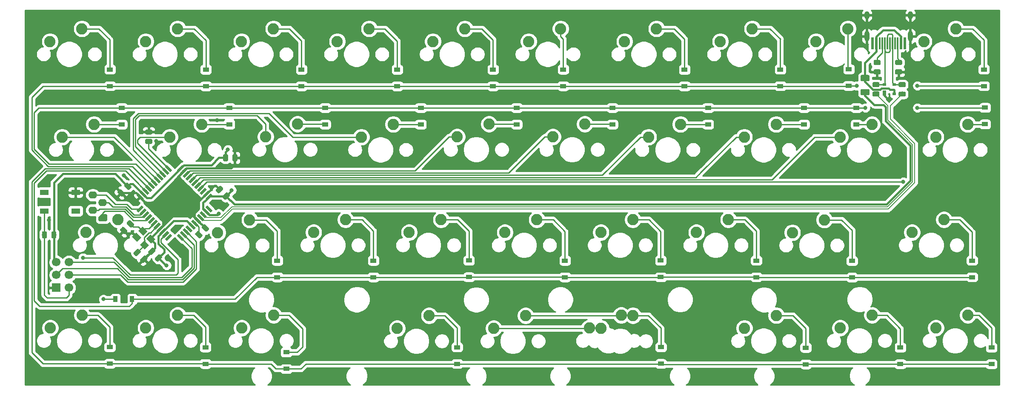
<source format=gbr>
G04 #@! TF.GenerationSoftware,KiCad,Pcbnew,(5.1.4-0-10_14)*
G04 #@! TF.CreationDate,2020-09-21T01:33:54-05:00*
G04 #@! TF.ProjectId,qaz_b,71617a5f-622e-46b6-9963-61645f706362,rev?*
G04 #@! TF.SameCoordinates,Original*
G04 #@! TF.FileFunction,Copper,L2,Bot*
G04 #@! TF.FilePolarity,Positive*
%FSLAX46Y46*%
G04 Gerber Fmt 4.6, Leading zero omitted, Abs format (unit mm)*
G04 Created by KiCad (PCBNEW (5.1.4-0-10_14)) date 2020-09-21 01:33:54*
%MOMM*%
%LPD*%
G04 APERTURE LIST*
%ADD10O,1.750000X1.400000*%
%ADD11C,1.117157*%
%ADD12C,0.100000*%
%ADD13C,2.250000*%
%ADD14R,0.700000X1.000000*%
%ADD15R,0.700000X0.600000*%
%ADD16R,0.600000X2.450000*%
%ADD17R,0.300000X2.450000*%
%ADD18O,1.000000X2.100000*%
%ADD19O,1.000000X1.600000*%
%ADD20C,0.975000*%
%ADD21R,1.200000X0.900000*%
%ADD22R,1.700000X1.700000*%
%ADD23C,1.700000*%
%ADD24C,1.200000*%
%ADD25C,0.550000*%
%ADD26R,1.800000X1.100000*%
%ADD27C,1.250000*%
%ADD28R,0.900000X1.200000*%
%ADD29C,0.800000*%
%ADD30C,0.381000*%
%ADD31C,0.250000*%
%ADD32C,0.200000*%
%ADD33C,0.254000*%
G04 APERTURE END LIST*
D10*
X49562000Y-89607000D03*
X49562000Y-92607000D03*
X51562000Y-91107000D03*
D11*
X51562000Y-94107000D03*
D12*
G36*
X50691804Y-94008227D02*
G01*
X50706030Y-93961329D01*
X50729133Y-93918107D01*
X50760223Y-93880223D01*
X51160223Y-93480223D01*
X51198107Y-93449133D01*
X51241329Y-93426030D01*
X51288227Y-93411804D01*
X51337000Y-93407000D01*
X52187000Y-93407000D01*
X52235773Y-93411804D01*
X52282671Y-93426030D01*
X52325893Y-93449133D01*
X52363777Y-93480223D01*
X52394867Y-93518107D01*
X52417970Y-93561329D01*
X52432196Y-93608227D01*
X52437000Y-93657000D01*
X52437000Y-94557000D01*
X52432196Y-94605773D01*
X52417970Y-94652671D01*
X52394867Y-94695893D01*
X52363777Y-94733777D01*
X52325893Y-94764867D01*
X52282671Y-94787970D01*
X52235773Y-94802196D01*
X52187000Y-94807000D01*
X50937000Y-94807000D01*
X50888227Y-94802196D01*
X50841329Y-94787970D01*
X50798107Y-94764867D01*
X50760223Y-94733777D01*
X50729133Y-94695893D01*
X50706030Y-94652671D01*
X50691804Y-94605773D01*
X50687000Y-94557000D01*
X50687000Y-94057000D01*
X50691804Y-94008227D01*
X50691804Y-94008227D01*
G37*
D13*
X154690000Y-113570000D03*
X148340000Y-116110000D03*
D14*
X207027920Y-69278920D03*
D15*
X209027920Y-69478920D03*
X207027920Y-67578920D03*
X209027920Y-67578920D03*
D16*
X211125000Y-59370000D03*
X204675000Y-59370000D03*
X210350000Y-59370000D03*
X205450000Y-59370000D03*
D17*
X206150000Y-59370000D03*
X209650000Y-59370000D03*
X206650000Y-59370000D03*
X209150000Y-59370000D03*
X207150000Y-59370000D03*
X208650000Y-59370000D03*
X208150000Y-59370000D03*
X207650000Y-59370000D03*
D18*
X203580000Y-57955000D03*
X212220000Y-57955000D03*
D19*
X203580000Y-53775000D03*
X212220000Y-53775000D03*
D12*
G36*
X210355142Y-62685494D02*
G01*
X210378803Y-62689004D01*
X210402007Y-62694816D01*
X210424529Y-62702874D01*
X210446153Y-62713102D01*
X210466670Y-62725399D01*
X210485883Y-62739649D01*
X210503607Y-62755713D01*
X210519671Y-62773437D01*
X210533921Y-62792650D01*
X210546218Y-62813167D01*
X210556446Y-62834791D01*
X210564504Y-62857313D01*
X210570316Y-62880517D01*
X210573826Y-62904178D01*
X210575000Y-62928070D01*
X210575000Y-63415570D01*
X210573826Y-63439462D01*
X210570316Y-63463123D01*
X210564504Y-63486327D01*
X210556446Y-63508849D01*
X210546218Y-63530473D01*
X210533921Y-63550990D01*
X210519671Y-63570203D01*
X210503607Y-63587927D01*
X210485883Y-63603991D01*
X210466670Y-63618241D01*
X210446153Y-63630538D01*
X210424529Y-63640766D01*
X210402007Y-63648824D01*
X210378803Y-63654636D01*
X210355142Y-63658146D01*
X210331250Y-63659320D01*
X209418750Y-63659320D01*
X209394858Y-63658146D01*
X209371197Y-63654636D01*
X209347993Y-63648824D01*
X209325471Y-63640766D01*
X209303847Y-63630538D01*
X209283330Y-63618241D01*
X209264117Y-63603991D01*
X209246393Y-63587927D01*
X209230329Y-63570203D01*
X209216079Y-63550990D01*
X209203782Y-63530473D01*
X209193554Y-63508849D01*
X209185496Y-63486327D01*
X209179684Y-63463123D01*
X209176174Y-63439462D01*
X209175000Y-63415570D01*
X209175000Y-62928070D01*
X209176174Y-62904178D01*
X209179684Y-62880517D01*
X209185496Y-62857313D01*
X209193554Y-62834791D01*
X209203782Y-62813167D01*
X209216079Y-62792650D01*
X209230329Y-62773437D01*
X209246393Y-62755713D01*
X209264117Y-62739649D01*
X209283330Y-62725399D01*
X209303847Y-62713102D01*
X209325471Y-62702874D01*
X209347993Y-62694816D01*
X209371197Y-62689004D01*
X209394858Y-62685494D01*
X209418750Y-62684320D01*
X210331250Y-62684320D01*
X210355142Y-62685494D01*
X210355142Y-62685494D01*
G37*
D20*
X209875000Y-63171820D03*
D12*
G36*
X210355142Y-64560494D02*
G01*
X210378803Y-64564004D01*
X210402007Y-64569816D01*
X210424529Y-64577874D01*
X210446153Y-64588102D01*
X210466670Y-64600399D01*
X210485883Y-64614649D01*
X210503607Y-64630713D01*
X210519671Y-64648437D01*
X210533921Y-64667650D01*
X210546218Y-64688167D01*
X210556446Y-64709791D01*
X210564504Y-64732313D01*
X210570316Y-64755517D01*
X210573826Y-64779178D01*
X210575000Y-64803070D01*
X210575000Y-65290570D01*
X210573826Y-65314462D01*
X210570316Y-65338123D01*
X210564504Y-65361327D01*
X210556446Y-65383849D01*
X210546218Y-65405473D01*
X210533921Y-65425990D01*
X210519671Y-65445203D01*
X210503607Y-65462927D01*
X210485883Y-65478991D01*
X210466670Y-65493241D01*
X210446153Y-65505538D01*
X210424529Y-65515766D01*
X210402007Y-65523824D01*
X210378803Y-65529636D01*
X210355142Y-65533146D01*
X210331250Y-65534320D01*
X209418750Y-65534320D01*
X209394858Y-65533146D01*
X209371197Y-65529636D01*
X209347993Y-65523824D01*
X209325471Y-65515766D01*
X209303847Y-65505538D01*
X209283330Y-65493241D01*
X209264117Y-65478991D01*
X209246393Y-65462927D01*
X209230329Y-65445203D01*
X209216079Y-65425990D01*
X209203782Y-65405473D01*
X209193554Y-65383849D01*
X209185496Y-65361327D01*
X209179684Y-65338123D01*
X209176174Y-65314462D01*
X209175000Y-65290570D01*
X209175000Y-64803070D01*
X209176174Y-64779178D01*
X209179684Y-64755517D01*
X209185496Y-64732313D01*
X209193554Y-64709791D01*
X209203782Y-64688167D01*
X209216079Y-64667650D01*
X209230329Y-64648437D01*
X209246393Y-64630713D01*
X209264117Y-64614649D01*
X209283330Y-64600399D01*
X209303847Y-64588102D01*
X209325471Y-64577874D01*
X209347993Y-64569816D01*
X209371197Y-64564004D01*
X209394858Y-64560494D01*
X209418750Y-64559320D01*
X210331250Y-64559320D01*
X210355142Y-64560494D01*
X210355142Y-64560494D01*
G37*
D20*
X209875000Y-65046820D03*
D12*
G36*
X211058222Y-67105094D02*
G01*
X211081883Y-67108604D01*
X211105087Y-67114416D01*
X211127609Y-67122474D01*
X211149233Y-67132702D01*
X211169750Y-67144999D01*
X211188963Y-67159249D01*
X211206687Y-67175313D01*
X211222751Y-67193037D01*
X211237001Y-67212250D01*
X211249298Y-67232767D01*
X211259526Y-67254391D01*
X211267584Y-67276913D01*
X211273396Y-67300117D01*
X211276906Y-67323778D01*
X211278080Y-67347670D01*
X211278080Y-67835170D01*
X211276906Y-67859062D01*
X211273396Y-67882723D01*
X211267584Y-67905927D01*
X211259526Y-67928449D01*
X211249298Y-67950073D01*
X211237001Y-67970590D01*
X211222751Y-67989803D01*
X211206687Y-68007527D01*
X211188963Y-68023591D01*
X211169750Y-68037841D01*
X211149233Y-68050138D01*
X211127609Y-68060366D01*
X211105087Y-68068424D01*
X211081883Y-68074236D01*
X211058222Y-68077746D01*
X211034330Y-68078920D01*
X210121830Y-68078920D01*
X210097938Y-68077746D01*
X210074277Y-68074236D01*
X210051073Y-68068424D01*
X210028551Y-68060366D01*
X210006927Y-68050138D01*
X209986410Y-68037841D01*
X209967197Y-68023591D01*
X209949473Y-68007527D01*
X209933409Y-67989803D01*
X209919159Y-67970590D01*
X209906862Y-67950073D01*
X209896634Y-67928449D01*
X209888576Y-67905927D01*
X209882764Y-67882723D01*
X209879254Y-67859062D01*
X209878080Y-67835170D01*
X209878080Y-67347670D01*
X209879254Y-67323778D01*
X209882764Y-67300117D01*
X209888576Y-67276913D01*
X209896634Y-67254391D01*
X209906862Y-67232767D01*
X209919159Y-67212250D01*
X209933409Y-67193037D01*
X209949473Y-67175313D01*
X209967197Y-67159249D01*
X209986410Y-67144999D01*
X210006927Y-67132702D01*
X210028551Y-67122474D01*
X210051073Y-67114416D01*
X210074277Y-67108604D01*
X210097938Y-67105094D01*
X210121830Y-67103920D01*
X211034330Y-67103920D01*
X211058222Y-67105094D01*
X211058222Y-67105094D01*
G37*
D20*
X210578080Y-67591420D03*
D12*
G36*
X211058222Y-68980094D02*
G01*
X211081883Y-68983604D01*
X211105087Y-68989416D01*
X211127609Y-68997474D01*
X211149233Y-69007702D01*
X211169750Y-69019999D01*
X211188963Y-69034249D01*
X211206687Y-69050313D01*
X211222751Y-69068037D01*
X211237001Y-69087250D01*
X211249298Y-69107767D01*
X211259526Y-69129391D01*
X211267584Y-69151913D01*
X211273396Y-69175117D01*
X211276906Y-69198778D01*
X211278080Y-69222670D01*
X211278080Y-69710170D01*
X211276906Y-69734062D01*
X211273396Y-69757723D01*
X211267584Y-69780927D01*
X211259526Y-69803449D01*
X211249298Y-69825073D01*
X211237001Y-69845590D01*
X211222751Y-69864803D01*
X211206687Y-69882527D01*
X211188963Y-69898591D01*
X211169750Y-69912841D01*
X211149233Y-69925138D01*
X211127609Y-69935366D01*
X211105087Y-69943424D01*
X211081883Y-69949236D01*
X211058222Y-69952746D01*
X211034330Y-69953920D01*
X210121830Y-69953920D01*
X210097938Y-69952746D01*
X210074277Y-69949236D01*
X210051073Y-69943424D01*
X210028551Y-69935366D01*
X210006927Y-69925138D01*
X209986410Y-69912841D01*
X209967197Y-69898591D01*
X209949473Y-69882527D01*
X209933409Y-69864803D01*
X209919159Y-69845590D01*
X209906862Y-69825073D01*
X209896634Y-69803449D01*
X209888576Y-69780927D01*
X209882764Y-69757723D01*
X209879254Y-69734062D01*
X209878080Y-69710170D01*
X209878080Y-69222670D01*
X209879254Y-69198778D01*
X209882764Y-69175117D01*
X209888576Y-69151913D01*
X209896634Y-69129391D01*
X209906862Y-69107767D01*
X209919159Y-69087250D01*
X209933409Y-69068037D01*
X209949473Y-69050313D01*
X209967197Y-69034249D01*
X209986410Y-69019999D01*
X210006927Y-69007702D01*
X210028551Y-68997474D01*
X210051073Y-68989416D01*
X210074277Y-68983604D01*
X210097938Y-68980094D01*
X210121830Y-68978920D01*
X211034330Y-68978920D01*
X211058222Y-68980094D01*
X211058222Y-68980094D01*
G37*
D20*
X210578080Y-69466420D03*
D12*
G36*
X205861382Y-67094934D02*
G01*
X205885043Y-67098444D01*
X205908247Y-67104256D01*
X205930769Y-67112314D01*
X205952393Y-67122542D01*
X205972910Y-67134839D01*
X205992123Y-67149089D01*
X206009847Y-67165153D01*
X206025911Y-67182877D01*
X206040161Y-67202090D01*
X206052458Y-67222607D01*
X206062686Y-67244231D01*
X206070744Y-67266753D01*
X206076556Y-67289957D01*
X206080066Y-67313618D01*
X206081240Y-67337510D01*
X206081240Y-67825010D01*
X206080066Y-67848902D01*
X206076556Y-67872563D01*
X206070744Y-67895767D01*
X206062686Y-67918289D01*
X206052458Y-67939913D01*
X206040161Y-67960430D01*
X206025911Y-67979643D01*
X206009847Y-67997367D01*
X205992123Y-68013431D01*
X205972910Y-68027681D01*
X205952393Y-68039978D01*
X205930769Y-68050206D01*
X205908247Y-68058264D01*
X205885043Y-68064076D01*
X205861382Y-68067586D01*
X205837490Y-68068760D01*
X204924990Y-68068760D01*
X204901098Y-68067586D01*
X204877437Y-68064076D01*
X204854233Y-68058264D01*
X204831711Y-68050206D01*
X204810087Y-68039978D01*
X204789570Y-68027681D01*
X204770357Y-68013431D01*
X204752633Y-67997367D01*
X204736569Y-67979643D01*
X204722319Y-67960430D01*
X204710022Y-67939913D01*
X204699794Y-67918289D01*
X204691736Y-67895767D01*
X204685924Y-67872563D01*
X204682414Y-67848902D01*
X204681240Y-67825010D01*
X204681240Y-67337510D01*
X204682414Y-67313618D01*
X204685924Y-67289957D01*
X204691736Y-67266753D01*
X204699794Y-67244231D01*
X204710022Y-67222607D01*
X204722319Y-67202090D01*
X204736569Y-67182877D01*
X204752633Y-67165153D01*
X204770357Y-67149089D01*
X204789570Y-67134839D01*
X204810087Y-67122542D01*
X204831711Y-67112314D01*
X204854233Y-67104256D01*
X204877437Y-67098444D01*
X204901098Y-67094934D01*
X204924990Y-67093760D01*
X205837490Y-67093760D01*
X205861382Y-67094934D01*
X205861382Y-67094934D01*
G37*
D20*
X205381240Y-67581260D03*
D12*
G36*
X205861382Y-68969934D02*
G01*
X205885043Y-68973444D01*
X205908247Y-68979256D01*
X205930769Y-68987314D01*
X205952393Y-68997542D01*
X205972910Y-69009839D01*
X205992123Y-69024089D01*
X206009847Y-69040153D01*
X206025911Y-69057877D01*
X206040161Y-69077090D01*
X206052458Y-69097607D01*
X206062686Y-69119231D01*
X206070744Y-69141753D01*
X206076556Y-69164957D01*
X206080066Y-69188618D01*
X206081240Y-69212510D01*
X206081240Y-69700010D01*
X206080066Y-69723902D01*
X206076556Y-69747563D01*
X206070744Y-69770767D01*
X206062686Y-69793289D01*
X206052458Y-69814913D01*
X206040161Y-69835430D01*
X206025911Y-69854643D01*
X206009847Y-69872367D01*
X205992123Y-69888431D01*
X205972910Y-69902681D01*
X205952393Y-69914978D01*
X205930769Y-69925206D01*
X205908247Y-69933264D01*
X205885043Y-69939076D01*
X205861382Y-69942586D01*
X205837490Y-69943760D01*
X204924990Y-69943760D01*
X204901098Y-69942586D01*
X204877437Y-69939076D01*
X204854233Y-69933264D01*
X204831711Y-69925206D01*
X204810087Y-69914978D01*
X204789570Y-69902681D01*
X204770357Y-69888431D01*
X204752633Y-69872367D01*
X204736569Y-69854643D01*
X204722319Y-69835430D01*
X204710022Y-69814913D01*
X204699794Y-69793289D01*
X204691736Y-69770767D01*
X204685924Y-69747563D01*
X204682414Y-69723902D01*
X204681240Y-69700010D01*
X204681240Y-69212510D01*
X204682414Y-69188618D01*
X204685924Y-69164957D01*
X204691736Y-69141753D01*
X204699794Y-69119231D01*
X204710022Y-69097607D01*
X204722319Y-69077090D01*
X204736569Y-69057877D01*
X204752633Y-69040153D01*
X204770357Y-69024089D01*
X204789570Y-69009839D01*
X204810087Y-68997542D01*
X204831711Y-68987314D01*
X204854233Y-68979256D01*
X204877437Y-68973444D01*
X204901098Y-68969934D01*
X204924990Y-68968760D01*
X205837490Y-68968760D01*
X205861382Y-68969934D01*
X205861382Y-68969934D01*
G37*
D20*
X205381240Y-69456260D03*
D12*
G36*
X206084902Y-62685494D02*
G01*
X206108563Y-62689004D01*
X206131767Y-62694816D01*
X206154289Y-62702874D01*
X206175913Y-62713102D01*
X206196430Y-62725399D01*
X206215643Y-62739649D01*
X206233367Y-62755713D01*
X206249431Y-62773437D01*
X206263681Y-62792650D01*
X206275978Y-62813167D01*
X206286206Y-62834791D01*
X206294264Y-62857313D01*
X206300076Y-62880517D01*
X206303586Y-62904178D01*
X206304760Y-62928070D01*
X206304760Y-63415570D01*
X206303586Y-63439462D01*
X206300076Y-63463123D01*
X206294264Y-63486327D01*
X206286206Y-63508849D01*
X206275978Y-63530473D01*
X206263681Y-63550990D01*
X206249431Y-63570203D01*
X206233367Y-63587927D01*
X206215643Y-63603991D01*
X206196430Y-63618241D01*
X206175913Y-63630538D01*
X206154289Y-63640766D01*
X206131767Y-63648824D01*
X206108563Y-63654636D01*
X206084902Y-63658146D01*
X206061010Y-63659320D01*
X205148510Y-63659320D01*
X205124618Y-63658146D01*
X205100957Y-63654636D01*
X205077753Y-63648824D01*
X205055231Y-63640766D01*
X205033607Y-63630538D01*
X205013090Y-63618241D01*
X204993877Y-63603991D01*
X204976153Y-63587927D01*
X204960089Y-63570203D01*
X204945839Y-63550990D01*
X204933542Y-63530473D01*
X204923314Y-63508849D01*
X204915256Y-63486327D01*
X204909444Y-63463123D01*
X204905934Y-63439462D01*
X204904760Y-63415570D01*
X204904760Y-62928070D01*
X204905934Y-62904178D01*
X204909444Y-62880517D01*
X204915256Y-62857313D01*
X204923314Y-62834791D01*
X204933542Y-62813167D01*
X204945839Y-62792650D01*
X204960089Y-62773437D01*
X204976153Y-62755713D01*
X204993877Y-62739649D01*
X205013090Y-62725399D01*
X205033607Y-62713102D01*
X205055231Y-62702874D01*
X205077753Y-62694816D01*
X205100957Y-62689004D01*
X205124618Y-62685494D01*
X205148510Y-62684320D01*
X206061010Y-62684320D01*
X206084902Y-62685494D01*
X206084902Y-62685494D01*
G37*
D20*
X205604760Y-63171820D03*
D12*
G36*
X206084902Y-64560494D02*
G01*
X206108563Y-64564004D01*
X206131767Y-64569816D01*
X206154289Y-64577874D01*
X206175913Y-64588102D01*
X206196430Y-64600399D01*
X206215643Y-64614649D01*
X206233367Y-64630713D01*
X206249431Y-64648437D01*
X206263681Y-64667650D01*
X206275978Y-64688167D01*
X206286206Y-64709791D01*
X206294264Y-64732313D01*
X206300076Y-64755517D01*
X206303586Y-64779178D01*
X206304760Y-64803070D01*
X206304760Y-65290570D01*
X206303586Y-65314462D01*
X206300076Y-65338123D01*
X206294264Y-65361327D01*
X206286206Y-65383849D01*
X206275978Y-65405473D01*
X206263681Y-65425990D01*
X206249431Y-65445203D01*
X206233367Y-65462927D01*
X206215643Y-65478991D01*
X206196430Y-65493241D01*
X206175913Y-65505538D01*
X206154289Y-65515766D01*
X206131767Y-65523824D01*
X206108563Y-65529636D01*
X206084902Y-65533146D01*
X206061010Y-65534320D01*
X205148510Y-65534320D01*
X205124618Y-65533146D01*
X205100957Y-65529636D01*
X205077753Y-65523824D01*
X205055231Y-65515766D01*
X205033607Y-65505538D01*
X205013090Y-65493241D01*
X204993877Y-65478991D01*
X204976153Y-65462927D01*
X204960089Y-65445203D01*
X204945839Y-65425990D01*
X204933542Y-65405473D01*
X204923314Y-65383849D01*
X204915256Y-65361327D01*
X204909444Y-65338123D01*
X204905934Y-65314462D01*
X204904760Y-65290570D01*
X204904760Y-64803070D01*
X204905934Y-64779178D01*
X204909444Y-64755517D01*
X204915256Y-64732313D01*
X204923314Y-64709791D01*
X204933542Y-64688167D01*
X204945839Y-64667650D01*
X204960089Y-64648437D01*
X204976153Y-64630713D01*
X204993877Y-64614649D01*
X205013090Y-64600399D01*
X205033607Y-64588102D01*
X205055231Y-64577874D01*
X205077753Y-64569816D01*
X205100957Y-64564004D01*
X205124618Y-64560494D01*
X205148510Y-64559320D01*
X206061010Y-64559320D01*
X206084902Y-64560494D01*
X206084902Y-64560494D01*
G37*
D20*
X205604760Y-65046820D03*
D13*
X135665000Y-113645000D03*
X129315000Y-116185000D03*
X185540000Y-113595000D03*
X179190000Y-116135000D03*
X157040000Y-113620000D03*
X150690000Y-116160000D03*
X47440000Y-113570000D03*
X41090000Y-116110000D03*
X218890000Y-94520000D03*
X212540000Y-97060000D03*
X54590000Y-94520000D03*
X48240000Y-97060000D03*
X49815000Y-75495000D03*
X43465000Y-78035000D03*
X221240000Y-56445000D03*
X214890000Y-58985000D03*
X47415000Y-56445000D03*
X41065000Y-58985000D03*
D21*
X191400000Y-120050000D03*
X191400000Y-123350000D03*
D13*
X204615000Y-113570000D03*
X198265000Y-116110000D03*
X116490000Y-113645000D03*
X110140000Y-116185000D03*
X85540000Y-113570000D03*
X79190000Y-116110000D03*
D21*
X210225000Y-119994000D03*
X210225000Y-123294000D03*
X122050000Y-119950000D03*
X122050000Y-123250000D03*
X88075000Y-120950000D03*
X88075000Y-124250000D03*
D22*
X42291000Y-108077000D03*
D23*
X44831000Y-108077000D03*
X42291000Y-105537000D03*
X44831000Y-105537000D03*
X42291000Y-102997000D03*
X44831000Y-102997000D03*
D13*
X80765000Y-94545000D03*
X74415000Y-97085000D03*
X71240000Y-75495000D03*
X64890000Y-78035000D03*
D24*
X58311142Y-97994223D03*
D12*
G36*
X57391903Y-97923512D02*
G01*
X58240431Y-97074984D01*
X59230381Y-98064934D01*
X58381853Y-98913462D01*
X57391903Y-97923512D01*
X57391903Y-97923512D01*
G37*
D24*
X59866777Y-99549858D03*
D12*
G36*
X58947538Y-99479147D02*
G01*
X59796066Y-98630619D01*
X60786016Y-99620569D01*
X59937488Y-100469097D01*
X58947538Y-99479147D01*
X58947538Y-99479147D01*
G37*
D24*
X61068858Y-98347777D03*
D12*
G36*
X60149619Y-98277066D02*
G01*
X60998147Y-97428538D01*
X61988097Y-98418488D01*
X61139569Y-99267016D01*
X60149619Y-98277066D01*
X60149619Y-98277066D01*
G37*
D24*
X59513223Y-96792142D03*
D12*
G36*
X58593984Y-96721431D02*
G01*
X59442512Y-95872903D01*
X60432462Y-96862853D01*
X59583934Y-97711381D01*
X58593984Y-96721431D01*
X58593984Y-96721431D01*
G37*
D25*
X72708936Y-89972918D03*
D12*
G36*
X72373060Y-90697702D02*
G01*
X71984152Y-90308794D01*
X73044812Y-89248134D01*
X73433720Y-89637042D01*
X72373060Y-90697702D01*
X72373060Y-90697702D01*
G37*
D25*
X72143250Y-89407233D03*
D12*
G36*
X71807374Y-90132017D02*
G01*
X71418466Y-89743109D01*
X72479126Y-88682449D01*
X72868034Y-89071357D01*
X71807374Y-90132017D01*
X71807374Y-90132017D01*
G37*
D25*
X71577565Y-88841548D03*
D12*
G36*
X71241689Y-89566332D02*
G01*
X70852781Y-89177424D01*
X71913441Y-88116764D01*
X72302349Y-88505672D01*
X71241689Y-89566332D01*
X71241689Y-89566332D01*
G37*
D25*
X71011880Y-88275862D03*
D12*
G36*
X70676004Y-89000646D02*
G01*
X70287096Y-88611738D01*
X71347756Y-87551078D01*
X71736664Y-87939986D01*
X70676004Y-89000646D01*
X70676004Y-89000646D01*
G37*
D25*
X70446194Y-87710177D03*
D12*
G36*
X70110318Y-88434961D02*
G01*
X69721410Y-88046053D01*
X70782070Y-86985393D01*
X71170978Y-87374301D01*
X70110318Y-88434961D01*
X70110318Y-88434961D01*
G37*
D25*
X69880509Y-87144491D03*
D12*
G36*
X69544633Y-87869275D02*
G01*
X69155725Y-87480367D01*
X70216385Y-86419707D01*
X70605293Y-86808615D01*
X69544633Y-87869275D01*
X69544633Y-87869275D01*
G37*
D25*
X69314823Y-86578806D03*
D12*
G36*
X68978947Y-87303590D02*
G01*
X68590039Y-86914682D01*
X69650699Y-85854022D01*
X70039607Y-86242930D01*
X68978947Y-87303590D01*
X68978947Y-87303590D01*
G37*
D25*
X68749138Y-86013120D03*
D12*
G36*
X68413262Y-86737904D02*
G01*
X68024354Y-86348996D01*
X69085014Y-85288336D01*
X69473922Y-85677244D01*
X68413262Y-86737904D01*
X68413262Y-86737904D01*
G37*
D25*
X68183452Y-85447435D03*
D12*
G36*
X67847576Y-86172219D02*
G01*
X67458668Y-85783311D01*
X68519328Y-84722651D01*
X68908236Y-85111559D01*
X67847576Y-86172219D01*
X67847576Y-86172219D01*
G37*
D25*
X67617767Y-84881750D03*
D12*
G36*
X67281891Y-85606534D02*
G01*
X66892983Y-85217626D01*
X67953643Y-84156966D01*
X68342551Y-84545874D01*
X67281891Y-85606534D01*
X67281891Y-85606534D01*
G37*
D25*
X67052082Y-84316064D03*
D12*
G36*
X66716206Y-85040848D02*
G01*
X66327298Y-84651940D01*
X67387958Y-83591280D01*
X67776866Y-83980188D01*
X66716206Y-85040848D01*
X66716206Y-85040848D01*
G37*
D25*
X64647918Y-84316064D03*
D12*
G36*
X65372702Y-84651940D02*
G01*
X64983794Y-85040848D01*
X63923134Y-83980188D01*
X64312042Y-83591280D01*
X65372702Y-84651940D01*
X65372702Y-84651940D01*
G37*
D25*
X64082233Y-84881750D03*
D12*
G36*
X64807017Y-85217626D02*
G01*
X64418109Y-85606534D01*
X63357449Y-84545874D01*
X63746357Y-84156966D01*
X64807017Y-85217626D01*
X64807017Y-85217626D01*
G37*
D25*
X63516548Y-85447435D03*
D12*
G36*
X64241332Y-85783311D02*
G01*
X63852424Y-86172219D01*
X62791764Y-85111559D01*
X63180672Y-84722651D01*
X64241332Y-85783311D01*
X64241332Y-85783311D01*
G37*
D25*
X62950862Y-86013120D03*
D12*
G36*
X63675646Y-86348996D02*
G01*
X63286738Y-86737904D01*
X62226078Y-85677244D01*
X62614986Y-85288336D01*
X63675646Y-86348996D01*
X63675646Y-86348996D01*
G37*
D25*
X62385177Y-86578806D03*
D12*
G36*
X63109961Y-86914682D02*
G01*
X62721053Y-87303590D01*
X61660393Y-86242930D01*
X62049301Y-85854022D01*
X63109961Y-86914682D01*
X63109961Y-86914682D01*
G37*
D25*
X61819491Y-87144491D03*
D12*
G36*
X62544275Y-87480367D02*
G01*
X62155367Y-87869275D01*
X61094707Y-86808615D01*
X61483615Y-86419707D01*
X62544275Y-87480367D01*
X62544275Y-87480367D01*
G37*
D25*
X61253806Y-87710177D03*
D12*
G36*
X61978590Y-88046053D02*
G01*
X61589682Y-88434961D01*
X60529022Y-87374301D01*
X60917930Y-86985393D01*
X61978590Y-88046053D01*
X61978590Y-88046053D01*
G37*
D25*
X60688120Y-88275862D03*
D12*
G36*
X61412904Y-88611738D02*
G01*
X61023996Y-89000646D01*
X59963336Y-87939986D01*
X60352244Y-87551078D01*
X61412904Y-88611738D01*
X61412904Y-88611738D01*
G37*
D25*
X60122435Y-88841548D03*
D12*
G36*
X60847219Y-89177424D02*
G01*
X60458311Y-89566332D01*
X59397651Y-88505672D01*
X59786559Y-88116764D01*
X60847219Y-89177424D01*
X60847219Y-89177424D01*
G37*
D25*
X59556750Y-89407233D03*
D12*
G36*
X60281534Y-89743109D02*
G01*
X59892626Y-90132017D01*
X58831966Y-89071357D01*
X59220874Y-88682449D01*
X60281534Y-89743109D01*
X60281534Y-89743109D01*
G37*
D25*
X58991064Y-89972918D03*
D12*
G36*
X59715848Y-90308794D02*
G01*
X59326940Y-90697702D01*
X58266280Y-89637042D01*
X58655188Y-89248134D01*
X59715848Y-90308794D01*
X59715848Y-90308794D01*
G37*
D25*
X58991064Y-92377082D03*
D12*
G36*
X58655188Y-93101866D02*
G01*
X58266280Y-92712958D01*
X59326940Y-91652298D01*
X59715848Y-92041206D01*
X58655188Y-93101866D01*
X58655188Y-93101866D01*
G37*
D25*
X59556750Y-92942767D03*
D12*
G36*
X59220874Y-93667551D02*
G01*
X58831966Y-93278643D01*
X59892626Y-92217983D01*
X60281534Y-92606891D01*
X59220874Y-93667551D01*
X59220874Y-93667551D01*
G37*
D25*
X60122435Y-93508452D03*
D12*
G36*
X59786559Y-94233236D02*
G01*
X59397651Y-93844328D01*
X60458311Y-92783668D01*
X60847219Y-93172576D01*
X59786559Y-94233236D01*
X59786559Y-94233236D01*
G37*
D25*
X60688120Y-94074138D03*
D12*
G36*
X60352244Y-94798922D02*
G01*
X59963336Y-94410014D01*
X61023996Y-93349354D01*
X61412904Y-93738262D01*
X60352244Y-94798922D01*
X60352244Y-94798922D01*
G37*
D25*
X61253806Y-94639823D03*
D12*
G36*
X60917930Y-95364607D02*
G01*
X60529022Y-94975699D01*
X61589682Y-93915039D01*
X61978590Y-94303947D01*
X60917930Y-95364607D01*
X60917930Y-95364607D01*
G37*
D25*
X61819491Y-95205509D03*
D12*
G36*
X61483615Y-95930293D02*
G01*
X61094707Y-95541385D01*
X62155367Y-94480725D01*
X62544275Y-94869633D01*
X61483615Y-95930293D01*
X61483615Y-95930293D01*
G37*
D25*
X62385177Y-95771194D03*
D12*
G36*
X62049301Y-96495978D02*
G01*
X61660393Y-96107070D01*
X62721053Y-95046410D01*
X63109961Y-95435318D01*
X62049301Y-96495978D01*
X62049301Y-96495978D01*
G37*
D25*
X62950862Y-96336880D03*
D12*
G36*
X62614986Y-97061664D02*
G01*
X62226078Y-96672756D01*
X63286738Y-95612096D01*
X63675646Y-96001004D01*
X62614986Y-97061664D01*
X62614986Y-97061664D01*
G37*
D25*
X63516548Y-96902565D03*
D12*
G36*
X63180672Y-97627349D02*
G01*
X62791764Y-97238441D01*
X63852424Y-96177781D01*
X64241332Y-96566689D01*
X63180672Y-97627349D01*
X63180672Y-97627349D01*
G37*
D25*
X64082233Y-97468250D03*
D12*
G36*
X63746357Y-98193034D02*
G01*
X63357449Y-97804126D01*
X64418109Y-96743466D01*
X64807017Y-97132374D01*
X63746357Y-98193034D01*
X63746357Y-98193034D01*
G37*
D25*
X64647918Y-98033936D03*
D12*
G36*
X64312042Y-98758720D02*
G01*
X63923134Y-98369812D01*
X64983794Y-97309152D01*
X65372702Y-97698060D01*
X64312042Y-98758720D01*
X64312042Y-98758720D01*
G37*
D25*
X67052082Y-98033936D03*
D12*
G36*
X67776866Y-98369812D02*
G01*
X67387958Y-98758720D01*
X66327298Y-97698060D01*
X66716206Y-97309152D01*
X67776866Y-98369812D01*
X67776866Y-98369812D01*
G37*
D25*
X67617767Y-97468250D03*
D12*
G36*
X68342551Y-97804126D02*
G01*
X67953643Y-98193034D01*
X66892983Y-97132374D01*
X67281891Y-96743466D01*
X68342551Y-97804126D01*
X68342551Y-97804126D01*
G37*
D25*
X68183452Y-96902565D03*
D12*
G36*
X68908236Y-97238441D02*
G01*
X68519328Y-97627349D01*
X67458668Y-96566689D01*
X67847576Y-96177781D01*
X68908236Y-97238441D01*
X68908236Y-97238441D01*
G37*
D25*
X68749138Y-96336880D03*
D12*
G36*
X69473922Y-96672756D02*
G01*
X69085014Y-97061664D01*
X68024354Y-96001004D01*
X68413262Y-95612096D01*
X69473922Y-96672756D01*
X69473922Y-96672756D01*
G37*
D25*
X69314823Y-95771194D03*
D12*
G36*
X70039607Y-96107070D02*
G01*
X69650699Y-96495978D01*
X68590039Y-95435318D01*
X68978947Y-95046410D01*
X70039607Y-96107070D01*
X70039607Y-96107070D01*
G37*
D25*
X69880509Y-95205509D03*
D12*
G36*
X70605293Y-95541385D02*
G01*
X70216385Y-95930293D01*
X69155725Y-94869633D01*
X69544633Y-94480725D01*
X70605293Y-95541385D01*
X70605293Y-95541385D01*
G37*
D25*
X70446194Y-94639823D03*
D12*
G36*
X71170978Y-94975699D02*
G01*
X70782070Y-95364607D01*
X69721410Y-94303947D01*
X70110318Y-93915039D01*
X71170978Y-94975699D01*
X71170978Y-94975699D01*
G37*
D25*
X71011880Y-94074138D03*
D12*
G36*
X71736664Y-94410014D02*
G01*
X71347756Y-94798922D01*
X70287096Y-93738262D01*
X70676004Y-93349354D01*
X71736664Y-94410014D01*
X71736664Y-94410014D01*
G37*
D25*
X71577565Y-93508452D03*
D12*
G36*
X72302349Y-93844328D02*
G01*
X71913441Y-94233236D01*
X70852781Y-93172576D01*
X71241689Y-92783668D01*
X72302349Y-93844328D01*
X72302349Y-93844328D01*
G37*
D25*
X72143250Y-92942767D03*
D12*
G36*
X72868034Y-93278643D02*
G01*
X72479126Y-93667551D01*
X71418466Y-92606891D01*
X71807374Y-92217983D01*
X72868034Y-93278643D01*
X72868034Y-93278643D01*
G37*
D25*
X72708936Y-92377082D03*
D12*
G36*
X73433720Y-92712958D02*
G01*
X73044812Y-93101866D01*
X71984152Y-92041206D01*
X72373060Y-91652298D01*
X73433720Y-92712958D01*
X73433720Y-92712958D01*
G37*
D26*
X39953000Y-89082000D03*
X46153000Y-92782000D03*
X39953000Y-92782000D03*
X46153000Y-89082000D03*
D12*
G36*
X61186142Y-76554174D02*
G01*
X61209803Y-76557684D01*
X61233007Y-76563496D01*
X61255529Y-76571554D01*
X61277153Y-76581782D01*
X61297670Y-76594079D01*
X61316883Y-76608329D01*
X61334607Y-76624393D01*
X61350671Y-76642117D01*
X61364921Y-76661330D01*
X61377218Y-76681847D01*
X61387446Y-76703471D01*
X61395504Y-76725993D01*
X61401316Y-76749197D01*
X61404826Y-76772858D01*
X61406000Y-76796750D01*
X61406000Y-77284250D01*
X61404826Y-77308142D01*
X61401316Y-77331803D01*
X61395504Y-77355007D01*
X61387446Y-77377529D01*
X61377218Y-77399153D01*
X61364921Y-77419670D01*
X61350671Y-77438883D01*
X61334607Y-77456607D01*
X61316883Y-77472671D01*
X61297670Y-77486921D01*
X61277153Y-77499218D01*
X61255529Y-77509446D01*
X61233007Y-77517504D01*
X61209803Y-77523316D01*
X61186142Y-77526826D01*
X61162250Y-77528000D01*
X60249750Y-77528000D01*
X60225858Y-77526826D01*
X60202197Y-77523316D01*
X60178993Y-77517504D01*
X60156471Y-77509446D01*
X60134847Y-77499218D01*
X60114330Y-77486921D01*
X60095117Y-77472671D01*
X60077393Y-77456607D01*
X60061329Y-77438883D01*
X60047079Y-77419670D01*
X60034782Y-77399153D01*
X60024554Y-77377529D01*
X60016496Y-77355007D01*
X60010684Y-77331803D01*
X60007174Y-77308142D01*
X60006000Y-77284250D01*
X60006000Y-76796750D01*
X60007174Y-76772858D01*
X60010684Y-76749197D01*
X60016496Y-76725993D01*
X60024554Y-76703471D01*
X60034782Y-76681847D01*
X60047079Y-76661330D01*
X60061329Y-76642117D01*
X60077393Y-76624393D01*
X60095117Y-76608329D01*
X60114330Y-76594079D01*
X60134847Y-76581782D01*
X60156471Y-76571554D01*
X60178993Y-76563496D01*
X60202197Y-76557684D01*
X60225858Y-76554174D01*
X60249750Y-76553000D01*
X61162250Y-76553000D01*
X61186142Y-76554174D01*
X61186142Y-76554174D01*
G37*
D20*
X60706000Y-77040500D03*
D12*
G36*
X61186142Y-78429174D02*
G01*
X61209803Y-78432684D01*
X61233007Y-78438496D01*
X61255529Y-78446554D01*
X61277153Y-78456782D01*
X61297670Y-78469079D01*
X61316883Y-78483329D01*
X61334607Y-78499393D01*
X61350671Y-78517117D01*
X61364921Y-78536330D01*
X61377218Y-78556847D01*
X61387446Y-78578471D01*
X61395504Y-78600993D01*
X61401316Y-78624197D01*
X61404826Y-78647858D01*
X61406000Y-78671750D01*
X61406000Y-79159250D01*
X61404826Y-79183142D01*
X61401316Y-79206803D01*
X61395504Y-79230007D01*
X61387446Y-79252529D01*
X61377218Y-79274153D01*
X61364921Y-79294670D01*
X61350671Y-79313883D01*
X61334607Y-79331607D01*
X61316883Y-79347671D01*
X61297670Y-79361921D01*
X61277153Y-79374218D01*
X61255529Y-79384446D01*
X61233007Y-79392504D01*
X61209803Y-79398316D01*
X61186142Y-79401826D01*
X61162250Y-79403000D01*
X60249750Y-79403000D01*
X60225858Y-79401826D01*
X60202197Y-79398316D01*
X60178993Y-79392504D01*
X60156471Y-79384446D01*
X60134847Y-79374218D01*
X60114330Y-79361921D01*
X60095117Y-79347671D01*
X60077393Y-79331607D01*
X60061329Y-79313883D01*
X60047079Y-79294670D01*
X60034782Y-79274153D01*
X60024554Y-79252529D01*
X60016496Y-79230007D01*
X60010684Y-79206803D01*
X60007174Y-79183142D01*
X60006000Y-79159250D01*
X60006000Y-78671750D01*
X60007174Y-78647858D01*
X60010684Y-78624197D01*
X60016496Y-78600993D01*
X60024554Y-78578471D01*
X60034782Y-78556847D01*
X60047079Y-78536330D01*
X60061329Y-78517117D01*
X60077393Y-78499393D01*
X60095117Y-78483329D01*
X60114330Y-78469079D01*
X60134847Y-78456782D01*
X60156471Y-78446554D01*
X60178993Y-78438496D01*
X60202197Y-78432684D01*
X60225858Y-78429174D01*
X60249750Y-78428000D01*
X61162250Y-78428000D01*
X61186142Y-78429174D01*
X61186142Y-78429174D01*
G37*
D20*
X60706000Y-78915500D03*
D12*
G36*
X40224142Y-96837174D02*
G01*
X40247803Y-96840684D01*
X40271007Y-96846496D01*
X40293529Y-96854554D01*
X40315153Y-96864782D01*
X40335670Y-96877079D01*
X40354883Y-96891329D01*
X40372607Y-96907393D01*
X40388671Y-96925117D01*
X40402921Y-96944330D01*
X40415218Y-96964847D01*
X40425446Y-96986471D01*
X40433504Y-97008993D01*
X40439316Y-97032197D01*
X40442826Y-97055858D01*
X40444000Y-97079750D01*
X40444000Y-97992250D01*
X40442826Y-98016142D01*
X40439316Y-98039803D01*
X40433504Y-98063007D01*
X40425446Y-98085529D01*
X40415218Y-98107153D01*
X40402921Y-98127670D01*
X40388671Y-98146883D01*
X40372607Y-98164607D01*
X40354883Y-98180671D01*
X40335670Y-98194921D01*
X40315153Y-98207218D01*
X40293529Y-98217446D01*
X40271007Y-98225504D01*
X40247803Y-98231316D01*
X40224142Y-98234826D01*
X40200250Y-98236000D01*
X39712750Y-98236000D01*
X39688858Y-98234826D01*
X39665197Y-98231316D01*
X39641993Y-98225504D01*
X39619471Y-98217446D01*
X39597847Y-98207218D01*
X39577330Y-98194921D01*
X39558117Y-98180671D01*
X39540393Y-98164607D01*
X39524329Y-98146883D01*
X39510079Y-98127670D01*
X39497782Y-98107153D01*
X39487554Y-98085529D01*
X39479496Y-98063007D01*
X39473684Y-98039803D01*
X39470174Y-98016142D01*
X39469000Y-97992250D01*
X39469000Y-97079750D01*
X39470174Y-97055858D01*
X39473684Y-97032197D01*
X39479496Y-97008993D01*
X39487554Y-96986471D01*
X39497782Y-96964847D01*
X39510079Y-96944330D01*
X39524329Y-96925117D01*
X39540393Y-96907393D01*
X39558117Y-96891329D01*
X39577330Y-96877079D01*
X39597847Y-96864782D01*
X39619471Y-96854554D01*
X39641993Y-96846496D01*
X39665197Y-96840684D01*
X39688858Y-96837174D01*
X39712750Y-96836000D01*
X40200250Y-96836000D01*
X40224142Y-96837174D01*
X40224142Y-96837174D01*
G37*
D20*
X39956500Y-97536000D03*
D12*
G36*
X42099142Y-96837174D02*
G01*
X42122803Y-96840684D01*
X42146007Y-96846496D01*
X42168529Y-96854554D01*
X42190153Y-96864782D01*
X42210670Y-96877079D01*
X42229883Y-96891329D01*
X42247607Y-96907393D01*
X42263671Y-96925117D01*
X42277921Y-96944330D01*
X42290218Y-96964847D01*
X42300446Y-96986471D01*
X42308504Y-97008993D01*
X42314316Y-97032197D01*
X42317826Y-97055858D01*
X42319000Y-97079750D01*
X42319000Y-97992250D01*
X42317826Y-98016142D01*
X42314316Y-98039803D01*
X42308504Y-98063007D01*
X42300446Y-98085529D01*
X42290218Y-98107153D01*
X42277921Y-98127670D01*
X42263671Y-98146883D01*
X42247607Y-98164607D01*
X42229883Y-98180671D01*
X42210670Y-98194921D01*
X42190153Y-98207218D01*
X42168529Y-98217446D01*
X42146007Y-98225504D01*
X42122803Y-98231316D01*
X42099142Y-98234826D01*
X42075250Y-98236000D01*
X41587750Y-98236000D01*
X41563858Y-98234826D01*
X41540197Y-98231316D01*
X41516993Y-98225504D01*
X41494471Y-98217446D01*
X41472847Y-98207218D01*
X41452330Y-98194921D01*
X41433117Y-98180671D01*
X41415393Y-98164607D01*
X41399329Y-98146883D01*
X41385079Y-98127670D01*
X41372782Y-98107153D01*
X41362554Y-98085529D01*
X41354496Y-98063007D01*
X41348684Y-98039803D01*
X41345174Y-98016142D01*
X41344000Y-97992250D01*
X41344000Y-97079750D01*
X41345174Y-97055858D01*
X41348684Y-97032197D01*
X41354496Y-97008993D01*
X41362554Y-96986471D01*
X41372782Y-96964847D01*
X41385079Y-96944330D01*
X41399329Y-96925117D01*
X41415393Y-96907393D01*
X41433117Y-96891329D01*
X41452330Y-96877079D01*
X41472847Y-96864782D01*
X41494471Y-96854554D01*
X41516993Y-96846496D01*
X41540197Y-96840684D01*
X41563858Y-96837174D01*
X41587750Y-96836000D01*
X42075250Y-96836000D01*
X42099142Y-96837174D01*
X42099142Y-96837174D01*
G37*
D20*
X41831500Y-97536000D03*
D13*
X223640000Y-113570000D03*
X217290000Y-116110000D03*
X66465000Y-113570000D03*
X60115000Y-116110000D03*
X195090000Y-94545000D03*
X188740000Y-97085000D03*
X176015000Y-94520000D03*
X169665000Y-97060000D03*
X156990000Y-94520000D03*
X150640000Y-97060000D03*
X137915000Y-94520000D03*
X131565000Y-97060000D03*
X118865000Y-94513400D03*
X112515000Y-97053400D03*
X99840000Y-94520000D03*
X93490000Y-97060000D03*
X223615000Y-75495000D03*
X217265000Y-78035000D03*
X204590000Y-75520000D03*
X198240000Y-78060000D03*
X185515000Y-75495000D03*
X179165000Y-78035000D03*
X166465000Y-75495000D03*
X160115000Y-78035000D03*
X147440000Y-75470000D03*
X141090000Y-78010000D03*
X128390000Y-75445000D03*
X122040000Y-77985000D03*
X109340000Y-75495000D03*
X102990000Y-78035000D03*
X90315000Y-75445000D03*
X83965000Y-77985000D03*
X199815000Y-56445000D03*
X193465000Y-58985000D03*
X180765000Y-56445000D03*
X174415000Y-58985000D03*
X161715000Y-56445000D03*
X155365000Y-58985000D03*
X142640000Y-56445000D03*
X136290000Y-58985000D03*
X123590000Y-56445000D03*
X117240000Y-58985000D03*
X104565000Y-56445000D03*
X98215000Y-58985000D03*
X85515000Y-56445000D03*
X79165000Y-58985000D03*
X66461640Y-56445000D03*
X60111640Y-58985000D03*
D12*
G36*
X203849504Y-65667204D02*
G01*
X203873773Y-65670804D01*
X203897571Y-65676765D01*
X203920671Y-65685030D01*
X203942849Y-65695520D01*
X203963893Y-65708133D01*
X203983598Y-65722747D01*
X204001777Y-65739223D01*
X204018253Y-65757402D01*
X204032867Y-65777107D01*
X204045480Y-65798151D01*
X204055970Y-65820329D01*
X204064235Y-65843429D01*
X204070196Y-65867227D01*
X204073796Y-65891496D01*
X204075000Y-65916000D01*
X204075000Y-66666000D01*
X204073796Y-66690504D01*
X204070196Y-66714773D01*
X204064235Y-66738571D01*
X204055970Y-66761671D01*
X204045480Y-66783849D01*
X204032867Y-66804893D01*
X204018253Y-66824598D01*
X204001777Y-66842777D01*
X203983598Y-66859253D01*
X203963893Y-66873867D01*
X203942849Y-66886480D01*
X203920671Y-66896970D01*
X203897571Y-66905235D01*
X203873773Y-66911196D01*
X203849504Y-66914796D01*
X203825000Y-66916000D01*
X202575000Y-66916000D01*
X202550496Y-66914796D01*
X202526227Y-66911196D01*
X202502429Y-66905235D01*
X202479329Y-66896970D01*
X202457151Y-66886480D01*
X202436107Y-66873867D01*
X202416402Y-66859253D01*
X202398223Y-66842777D01*
X202381747Y-66824598D01*
X202367133Y-66804893D01*
X202354520Y-66783849D01*
X202344030Y-66761671D01*
X202335765Y-66738571D01*
X202329804Y-66714773D01*
X202326204Y-66690504D01*
X202325000Y-66666000D01*
X202325000Y-65916000D01*
X202326204Y-65891496D01*
X202329804Y-65867227D01*
X202335765Y-65843429D01*
X202344030Y-65820329D01*
X202354520Y-65798151D01*
X202367133Y-65777107D01*
X202381747Y-65757402D01*
X202398223Y-65739223D01*
X202416402Y-65722747D01*
X202436107Y-65708133D01*
X202457151Y-65695520D01*
X202479329Y-65685030D01*
X202502429Y-65676765D01*
X202526227Y-65670804D01*
X202550496Y-65667204D01*
X202575000Y-65666000D01*
X203825000Y-65666000D01*
X203849504Y-65667204D01*
X203849504Y-65667204D01*
G37*
D27*
X203200000Y-66291000D03*
D12*
G36*
X203849504Y-68467204D02*
G01*
X203873773Y-68470804D01*
X203897571Y-68476765D01*
X203920671Y-68485030D01*
X203942849Y-68495520D01*
X203963893Y-68508133D01*
X203983598Y-68522747D01*
X204001777Y-68539223D01*
X204018253Y-68557402D01*
X204032867Y-68577107D01*
X204045480Y-68598151D01*
X204055970Y-68620329D01*
X204064235Y-68643429D01*
X204070196Y-68667227D01*
X204073796Y-68691496D01*
X204075000Y-68716000D01*
X204075000Y-69466000D01*
X204073796Y-69490504D01*
X204070196Y-69514773D01*
X204064235Y-69538571D01*
X204055970Y-69561671D01*
X204045480Y-69583849D01*
X204032867Y-69604893D01*
X204018253Y-69624598D01*
X204001777Y-69642777D01*
X203983598Y-69659253D01*
X203963893Y-69673867D01*
X203942849Y-69686480D01*
X203920671Y-69696970D01*
X203897571Y-69705235D01*
X203873773Y-69711196D01*
X203849504Y-69714796D01*
X203825000Y-69716000D01*
X202575000Y-69716000D01*
X202550496Y-69714796D01*
X202526227Y-69711196D01*
X202502429Y-69705235D01*
X202479329Y-69696970D01*
X202457151Y-69686480D01*
X202436107Y-69673867D01*
X202416402Y-69659253D01*
X202398223Y-69642777D01*
X202381747Y-69624598D01*
X202367133Y-69604893D01*
X202354520Y-69583849D01*
X202344030Y-69561671D01*
X202335765Y-69538571D01*
X202329804Y-69514773D01*
X202326204Y-69490504D01*
X202325000Y-69466000D01*
X202325000Y-68716000D01*
X202326204Y-68691496D01*
X202329804Y-68667227D01*
X202335765Y-68643429D01*
X202344030Y-68620329D01*
X202354520Y-68598151D01*
X202367133Y-68577107D01*
X202381747Y-68557402D01*
X202398223Y-68539223D01*
X202416402Y-68522747D01*
X202436107Y-68508133D01*
X202457151Y-68495520D01*
X202479329Y-68485030D01*
X202502429Y-68476765D01*
X202526227Y-68470804D01*
X202550496Y-68467204D01*
X202575000Y-68466000D01*
X203825000Y-68466000D01*
X203849504Y-68467204D01*
X203849504Y-68467204D01*
G37*
D27*
X203200000Y-69091000D03*
D21*
X228375000Y-120000000D03*
X228375000Y-123300000D03*
X162600000Y-119925000D03*
X162600000Y-123225000D03*
X71979720Y-119963520D03*
X71979720Y-123263520D03*
X52952880Y-119918200D03*
X52952880Y-123218200D03*
X224500000Y-102677960D03*
X224500000Y-105977960D03*
X200619360Y-102728760D03*
X200619360Y-106028760D03*
X181575000Y-102675000D03*
X181575000Y-105975000D03*
X162544760Y-102667800D03*
X162544760Y-105967800D03*
X143510000Y-102693200D03*
X143510000Y-105993200D03*
X124409200Y-102647480D03*
X124409200Y-105947480D03*
X105404920Y-102693200D03*
X105404920Y-105993200D03*
X86273640Y-102693200D03*
X86273640Y-105993200D03*
D28*
X54103000Y-110363000D03*
X57403000Y-110363000D03*
D21*
X227075000Y-75475000D03*
X227075000Y-72175000D03*
X201475000Y-75525000D03*
X201475000Y-72225000D03*
X191050000Y-75525000D03*
X191050000Y-72225000D03*
X171975000Y-75525000D03*
X171975000Y-72225000D03*
X152950000Y-75525000D03*
X152950000Y-72225000D03*
X133900000Y-75525000D03*
X133900000Y-72225000D03*
X114825000Y-75525000D03*
X114825000Y-72225000D03*
X95800000Y-75525000D03*
X95800000Y-72225000D03*
X76725000Y-75525000D03*
X76725000Y-72225000D03*
X55325000Y-75525000D03*
X55325000Y-72225000D03*
X226850000Y-64575000D03*
X226850000Y-67875000D03*
X199975000Y-64525000D03*
X199975000Y-67825000D03*
X186350000Y-64575000D03*
X186350000Y-67875000D03*
X167294560Y-64608440D03*
X167294560Y-67908440D03*
X143149320Y-64593200D03*
X143149320Y-67893200D03*
X129204720Y-64598280D03*
X129204720Y-67898280D03*
X110149640Y-64598280D03*
X110149640Y-67898280D03*
X91094560Y-64598280D03*
X91094560Y-67898280D03*
X72069960Y-64598280D03*
X72069960Y-67898280D03*
X52975000Y-64575000D03*
X52975000Y-67875000D03*
D12*
G36*
X74949239Y-87753536D02*
G01*
X74972900Y-87757046D01*
X74996104Y-87762858D01*
X75018626Y-87770916D01*
X75040250Y-87781144D01*
X75060767Y-87793441D01*
X75079980Y-87807691D01*
X75097704Y-87823755D01*
X75442419Y-88168470D01*
X75458483Y-88186194D01*
X75472733Y-88205407D01*
X75485030Y-88225924D01*
X75495258Y-88247548D01*
X75503316Y-88270070D01*
X75509128Y-88293274D01*
X75512638Y-88316935D01*
X75513812Y-88340827D01*
X75512638Y-88364719D01*
X75509128Y-88388380D01*
X75503316Y-88411584D01*
X75495258Y-88434106D01*
X75485030Y-88455730D01*
X75472733Y-88476247D01*
X75458483Y-88495460D01*
X75442419Y-88513184D01*
X74797184Y-89158419D01*
X74779460Y-89174483D01*
X74760247Y-89188733D01*
X74739730Y-89201030D01*
X74718106Y-89211258D01*
X74695584Y-89219316D01*
X74672380Y-89225128D01*
X74648719Y-89228638D01*
X74624827Y-89229812D01*
X74600935Y-89228638D01*
X74577274Y-89225128D01*
X74554070Y-89219316D01*
X74531548Y-89211258D01*
X74509924Y-89201030D01*
X74489407Y-89188733D01*
X74470194Y-89174483D01*
X74452470Y-89158419D01*
X74107755Y-88813704D01*
X74091691Y-88795980D01*
X74077441Y-88776767D01*
X74065144Y-88756250D01*
X74054916Y-88734626D01*
X74046858Y-88712104D01*
X74041046Y-88688900D01*
X74037536Y-88665239D01*
X74036362Y-88641347D01*
X74037536Y-88617455D01*
X74041046Y-88593794D01*
X74046858Y-88570590D01*
X74054916Y-88548068D01*
X74065144Y-88526444D01*
X74077441Y-88505927D01*
X74091691Y-88486714D01*
X74107755Y-88468990D01*
X74752990Y-87823755D01*
X74770714Y-87807691D01*
X74789927Y-87793441D01*
X74810444Y-87781144D01*
X74832068Y-87770916D01*
X74854590Y-87762858D01*
X74877794Y-87757046D01*
X74901455Y-87753536D01*
X74925347Y-87752362D01*
X74949239Y-87753536D01*
X74949239Y-87753536D01*
G37*
D20*
X74775087Y-88491087D03*
D12*
G36*
X76275065Y-89079362D02*
G01*
X76298726Y-89082872D01*
X76321930Y-89088684D01*
X76344452Y-89096742D01*
X76366076Y-89106970D01*
X76386593Y-89119267D01*
X76405806Y-89133517D01*
X76423530Y-89149581D01*
X76768245Y-89494296D01*
X76784309Y-89512020D01*
X76798559Y-89531233D01*
X76810856Y-89551750D01*
X76821084Y-89573374D01*
X76829142Y-89595896D01*
X76834954Y-89619100D01*
X76838464Y-89642761D01*
X76839638Y-89666653D01*
X76838464Y-89690545D01*
X76834954Y-89714206D01*
X76829142Y-89737410D01*
X76821084Y-89759932D01*
X76810856Y-89781556D01*
X76798559Y-89802073D01*
X76784309Y-89821286D01*
X76768245Y-89839010D01*
X76123010Y-90484245D01*
X76105286Y-90500309D01*
X76086073Y-90514559D01*
X76065556Y-90526856D01*
X76043932Y-90537084D01*
X76021410Y-90545142D01*
X75998206Y-90550954D01*
X75974545Y-90554464D01*
X75950653Y-90555638D01*
X75926761Y-90554464D01*
X75903100Y-90550954D01*
X75879896Y-90545142D01*
X75857374Y-90537084D01*
X75835750Y-90526856D01*
X75815233Y-90514559D01*
X75796020Y-90500309D01*
X75778296Y-90484245D01*
X75433581Y-90139530D01*
X75417517Y-90121806D01*
X75403267Y-90102593D01*
X75390970Y-90082076D01*
X75380742Y-90060452D01*
X75372684Y-90037930D01*
X75366872Y-90014726D01*
X75363362Y-89991065D01*
X75362188Y-89967173D01*
X75363362Y-89943281D01*
X75366872Y-89919620D01*
X75372684Y-89896416D01*
X75380742Y-89873894D01*
X75390970Y-89852270D01*
X75403267Y-89831753D01*
X75417517Y-89812540D01*
X75433581Y-89794816D01*
X76078816Y-89149581D01*
X76096540Y-89133517D01*
X76115753Y-89119267D01*
X76136270Y-89106970D01*
X76157894Y-89096742D01*
X76180416Y-89088684D01*
X76203620Y-89082872D01*
X76227281Y-89079362D01*
X76251173Y-89078188D01*
X76275065Y-89079362D01*
X76275065Y-89079362D01*
G37*
D20*
X76100913Y-89816913D03*
D12*
G36*
X61487239Y-100072536D02*
G01*
X61510900Y-100076046D01*
X61534104Y-100081858D01*
X61556626Y-100089916D01*
X61578250Y-100100144D01*
X61598767Y-100112441D01*
X61617980Y-100126691D01*
X61635704Y-100142755D01*
X61980419Y-100487470D01*
X61996483Y-100505194D01*
X62010733Y-100524407D01*
X62023030Y-100544924D01*
X62033258Y-100566548D01*
X62041316Y-100589070D01*
X62047128Y-100612274D01*
X62050638Y-100635935D01*
X62051812Y-100659827D01*
X62050638Y-100683719D01*
X62047128Y-100707380D01*
X62041316Y-100730584D01*
X62033258Y-100753106D01*
X62023030Y-100774730D01*
X62010733Y-100795247D01*
X61996483Y-100814460D01*
X61980419Y-100832184D01*
X61335184Y-101477419D01*
X61317460Y-101493483D01*
X61298247Y-101507733D01*
X61277730Y-101520030D01*
X61256106Y-101530258D01*
X61233584Y-101538316D01*
X61210380Y-101544128D01*
X61186719Y-101547638D01*
X61162827Y-101548812D01*
X61138935Y-101547638D01*
X61115274Y-101544128D01*
X61092070Y-101538316D01*
X61069548Y-101530258D01*
X61047924Y-101520030D01*
X61027407Y-101507733D01*
X61008194Y-101493483D01*
X60990470Y-101477419D01*
X60645755Y-101132704D01*
X60629691Y-101114980D01*
X60615441Y-101095767D01*
X60603144Y-101075250D01*
X60592916Y-101053626D01*
X60584858Y-101031104D01*
X60579046Y-101007900D01*
X60575536Y-100984239D01*
X60574362Y-100960347D01*
X60575536Y-100936455D01*
X60579046Y-100912794D01*
X60584858Y-100889590D01*
X60592916Y-100867068D01*
X60603144Y-100845444D01*
X60615441Y-100824927D01*
X60629691Y-100805714D01*
X60645755Y-100787990D01*
X61290990Y-100142755D01*
X61308714Y-100126691D01*
X61327927Y-100112441D01*
X61348444Y-100100144D01*
X61370068Y-100089916D01*
X61392590Y-100081858D01*
X61415794Y-100076046D01*
X61439455Y-100072536D01*
X61463347Y-100071362D01*
X61487239Y-100072536D01*
X61487239Y-100072536D01*
G37*
D20*
X61313087Y-100810087D03*
D12*
G36*
X62813065Y-101398362D02*
G01*
X62836726Y-101401872D01*
X62859930Y-101407684D01*
X62882452Y-101415742D01*
X62904076Y-101425970D01*
X62924593Y-101438267D01*
X62943806Y-101452517D01*
X62961530Y-101468581D01*
X63306245Y-101813296D01*
X63322309Y-101831020D01*
X63336559Y-101850233D01*
X63348856Y-101870750D01*
X63359084Y-101892374D01*
X63367142Y-101914896D01*
X63372954Y-101938100D01*
X63376464Y-101961761D01*
X63377638Y-101985653D01*
X63376464Y-102009545D01*
X63372954Y-102033206D01*
X63367142Y-102056410D01*
X63359084Y-102078932D01*
X63348856Y-102100556D01*
X63336559Y-102121073D01*
X63322309Y-102140286D01*
X63306245Y-102158010D01*
X62661010Y-102803245D01*
X62643286Y-102819309D01*
X62624073Y-102833559D01*
X62603556Y-102845856D01*
X62581932Y-102856084D01*
X62559410Y-102864142D01*
X62536206Y-102869954D01*
X62512545Y-102873464D01*
X62488653Y-102874638D01*
X62464761Y-102873464D01*
X62441100Y-102869954D01*
X62417896Y-102864142D01*
X62395374Y-102856084D01*
X62373750Y-102845856D01*
X62353233Y-102833559D01*
X62334020Y-102819309D01*
X62316296Y-102803245D01*
X61971581Y-102458530D01*
X61955517Y-102440806D01*
X61941267Y-102421593D01*
X61928970Y-102401076D01*
X61918742Y-102379452D01*
X61910684Y-102356930D01*
X61904872Y-102333726D01*
X61901362Y-102310065D01*
X61900188Y-102286173D01*
X61901362Y-102262281D01*
X61904872Y-102238620D01*
X61910684Y-102215416D01*
X61918742Y-102192894D01*
X61928970Y-102171270D01*
X61941267Y-102150753D01*
X61955517Y-102131540D01*
X61971581Y-102113816D01*
X62616816Y-101468581D01*
X62634540Y-101452517D01*
X62653753Y-101438267D01*
X62674270Y-101425970D01*
X62695894Y-101415742D01*
X62718416Y-101407684D01*
X62741620Y-101401872D01*
X62765281Y-101398362D01*
X62789173Y-101397188D01*
X62813065Y-101398362D01*
X62813065Y-101398362D01*
G37*
D20*
X62638913Y-102135913D03*
D12*
G36*
X55090719Y-88444362D02*
G01*
X55114380Y-88447872D01*
X55137584Y-88453684D01*
X55160106Y-88461742D01*
X55181730Y-88471970D01*
X55202247Y-88484267D01*
X55221460Y-88498517D01*
X55239184Y-88514581D01*
X55884419Y-89159816D01*
X55900483Y-89177540D01*
X55914733Y-89196753D01*
X55927030Y-89217270D01*
X55937258Y-89238894D01*
X55945316Y-89261416D01*
X55951128Y-89284620D01*
X55954638Y-89308281D01*
X55955812Y-89332173D01*
X55954638Y-89356065D01*
X55951128Y-89379726D01*
X55945316Y-89402930D01*
X55937258Y-89425452D01*
X55927030Y-89447076D01*
X55914733Y-89467593D01*
X55900483Y-89486806D01*
X55884419Y-89504530D01*
X55539704Y-89849245D01*
X55521980Y-89865309D01*
X55502767Y-89879559D01*
X55482250Y-89891856D01*
X55460626Y-89902084D01*
X55438104Y-89910142D01*
X55414900Y-89915954D01*
X55391239Y-89919464D01*
X55367347Y-89920638D01*
X55343455Y-89919464D01*
X55319794Y-89915954D01*
X55296590Y-89910142D01*
X55274068Y-89902084D01*
X55252444Y-89891856D01*
X55231927Y-89879559D01*
X55212714Y-89865309D01*
X55194990Y-89849245D01*
X54549755Y-89204010D01*
X54533691Y-89186286D01*
X54519441Y-89167073D01*
X54507144Y-89146556D01*
X54496916Y-89124932D01*
X54488858Y-89102410D01*
X54483046Y-89079206D01*
X54479536Y-89055545D01*
X54478362Y-89031653D01*
X54479536Y-89007761D01*
X54483046Y-88984100D01*
X54488858Y-88960896D01*
X54496916Y-88938374D01*
X54507144Y-88916750D01*
X54519441Y-88896233D01*
X54533691Y-88877020D01*
X54549755Y-88859296D01*
X54894470Y-88514581D01*
X54912194Y-88498517D01*
X54931407Y-88484267D01*
X54951924Y-88471970D01*
X54973548Y-88461742D01*
X54996070Y-88453684D01*
X55019274Y-88447872D01*
X55042935Y-88444362D01*
X55066827Y-88443188D01*
X55090719Y-88444362D01*
X55090719Y-88444362D01*
G37*
D20*
X55217087Y-89181913D03*
D12*
G36*
X56416545Y-87118536D02*
G01*
X56440206Y-87122046D01*
X56463410Y-87127858D01*
X56485932Y-87135916D01*
X56507556Y-87146144D01*
X56528073Y-87158441D01*
X56547286Y-87172691D01*
X56565010Y-87188755D01*
X57210245Y-87833990D01*
X57226309Y-87851714D01*
X57240559Y-87870927D01*
X57252856Y-87891444D01*
X57263084Y-87913068D01*
X57271142Y-87935590D01*
X57276954Y-87958794D01*
X57280464Y-87982455D01*
X57281638Y-88006347D01*
X57280464Y-88030239D01*
X57276954Y-88053900D01*
X57271142Y-88077104D01*
X57263084Y-88099626D01*
X57252856Y-88121250D01*
X57240559Y-88141767D01*
X57226309Y-88160980D01*
X57210245Y-88178704D01*
X56865530Y-88523419D01*
X56847806Y-88539483D01*
X56828593Y-88553733D01*
X56808076Y-88566030D01*
X56786452Y-88576258D01*
X56763930Y-88584316D01*
X56740726Y-88590128D01*
X56717065Y-88593638D01*
X56693173Y-88594812D01*
X56669281Y-88593638D01*
X56645620Y-88590128D01*
X56622416Y-88584316D01*
X56599894Y-88576258D01*
X56578270Y-88566030D01*
X56557753Y-88553733D01*
X56538540Y-88539483D01*
X56520816Y-88523419D01*
X55875581Y-87878184D01*
X55859517Y-87860460D01*
X55845267Y-87841247D01*
X55832970Y-87820730D01*
X55822742Y-87799106D01*
X55814684Y-87776584D01*
X55808872Y-87753380D01*
X55805362Y-87729719D01*
X55804188Y-87705827D01*
X55805362Y-87681935D01*
X55808872Y-87658274D01*
X55814684Y-87635070D01*
X55822742Y-87612548D01*
X55832970Y-87590924D01*
X55845267Y-87570407D01*
X55859517Y-87551194D01*
X55875581Y-87533470D01*
X56220296Y-87188755D01*
X56238020Y-87172691D01*
X56257233Y-87158441D01*
X56277750Y-87146144D01*
X56299374Y-87135916D01*
X56321896Y-87127858D01*
X56345100Y-87122046D01*
X56368761Y-87118536D01*
X56392653Y-87117362D01*
X56416545Y-87118536D01*
X56416545Y-87118536D01*
G37*
D20*
X56542913Y-87856087D03*
D12*
G36*
X76243642Y-81470174D02*
G01*
X76267303Y-81473684D01*
X76290507Y-81479496D01*
X76313029Y-81487554D01*
X76334653Y-81497782D01*
X76355170Y-81510079D01*
X76374383Y-81524329D01*
X76392107Y-81540393D01*
X76408171Y-81558117D01*
X76422421Y-81577330D01*
X76434718Y-81597847D01*
X76444946Y-81619471D01*
X76453004Y-81641993D01*
X76458816Y-81665197D01*
X76462326Y-81688858D01*
X76463500Y-81712750D01*
X76463500Y-82625250D01*
X76462326Y-82649142D01*
X76458816Y-82672803D01*
X76453004Y-82696007D01*
X76444946Y-82718529D01*
X76434718Y-82740153D01*
X76422421Y-82760670D01*
X76408171Y-82779883D01*
X76392107Y-82797607D01*
X76374383Y-82813671D01*
X76355170Y-82827921D01*
X76334653Y-82840218D01*
X76313029Y-82850446D01*
X76290507Y-82858504D01*
X76267303Y-82864316D01*
X76243642Y-82867826D01*
X76219750Y-82869000D01*
X75732250Y-82869000D01*
X75708358Y-82867826D01*
X75684697Y-82864316D01*
X75661493Y-82858504D01*
X75638971Y-82850446D01*
X75617347Y-82840218D01*
X75596830Y-82827921D01*
X75577617Y-82813671D01*
X75559893Y-82797607D01*
X75543829Y-82779883D01*
X75529579Y-82760670D01*
X75517282Y-82740153D01*
X75507054Y-82718529D01*
X75498996Y-82696007D01*
X75493184Y-82672803D01*
X75489674Y-82649142D01*
X75488500Y-82625250D01*
X75488500Y-81712750D01*
X75489674Y-81688858D01*
X75493184Y-81665197D01*
X75498996Y-81641993D01*
X75507054Y-81619471D01*
X75517282Y-81597847D01*
X75529579Y-81577330D01*
X75543829Y-81558117D01*
X75559893Y-81540393D01*
X75577617Y-81524329D01*
X75596830Y-81510079D01*
X75617347Y-81497782D01*
X75638971Y-81487554D01*
X75661493Y-81479496D01*
X75684697Y-81473684D01*
X75708358Y-81470174D01*
X75732250Y-81469000D01*
X76219750Y-81469000D01*
X76243642Y-81470174D01*
X76243642Y-81470174D01*
G37*
D20*
X75976000Y-82169000D03*
D12*
G36*
X78118642Y-81470174D02*
G01*
X78142303Y-81473684D01*
X78165507Y-81479496D01*
X78188029Y-81487554D01*
X78209653Y-81497782D01*
X78230170Y-81510079D01*
X78249383Y-81524329D01*
X78267107Y-81540393D01*
X78283171Y-81558117D01*
X78297421Y-81577330D01*
X78309718Y-81597847D01*
X78319946Y-81619471D01*
X78328004Y-81641993D01*
X78333816Y-81665197D01*
X78337326Y-81688858D01*
X78338500Y-81712750D01*
X78338500Y-82625250D01*
X78337326Y-82649142D01*
X78333816Y-82672803D01*
X78328004Y-82696007D01*
X78319946Y-82718529D01*
X78309718Y-82740153D01*
X78297421Y-82760670D01*
X78283171Y-82779883D01*
X78267107Y-82797607D01*
X78249383Y-82813671D01*
X78230170Y-82827921D01*
X78209653Y-82840218D01*
X78188029Y-82850446D01*
X78165507Y-82858504D01*
X78142303Y-82864316D01*
X78118642Y-82867826D01*
X78094750Y-82869000D01*
X77607250Y-82869000D01*
X77583358Y-82867826D01*
X77559697Y-82864316D01*
X77536493Y-82858504D01*
X77513971Y-82850446D01*
X77492347Y-82840218D01*
X77471830Y-82827921D01*
X77452617Y-82813671D01*
X77434893Y-82797607D01*
X77418829Y-82779883D01*
X77404579Y-82760670D01*
X77392282Y-82740153D01*
X77382054Y-82718529D01*
X77373996Y-82696007D01*
X77368184Y-82672803D01*
X77364674Y-82649142D01*
X77363500Y-82625250D01*
X77363500Y-81712750D01*
X77364674Y-81688858D01*
X77368184Y-81665197D01*
X77373996Y-81641993D01*
X77382054Y-81619471D01*
X77392282Y-81597847D01*
X77404579Y-81577330D01*
X77418829Y-81558117D01*
X77434893Y-81540393D01*
X77452617Y-81524329D01*
X77471830Y-81510079D01*
X77492347Y-81497782D01*
X77513971Y-81487554D01*
X77536493Y-81479496D01*
X77559697Y-81473684D01*
X77583358Y-81470174D01*
X77607250Y-81469000D01*
X78094750Y-81469000D01*
X78118642Y-81470174D01*
X78118642Y-81470174D01*
G37*
D20*
X77851000Y-82169000D03*
D12*
G36*
X71849458Y-95436623D02*
G01*
X71873119Y-95440133D01*
X71896323Y-95445945D01*
X71918845Y-95454003D01*
X71940469Y-95464231D01*
X71960986Y-95476528D01*
X71980199Y-95490778D01*
X71997923Y-95506842D01*
X72643158Y-96152077D01*
X72659222Y-96169801D01*
X72673472Y-96189014D01*
X72685769Y-96209531D01*
X72695997Y-96231155D01*
X72704055Y-96253677D01*
X72709867Y-96276881D01*
X72713377Y-96300542D01*
X72714551Y-96324434D01*
X72713377Y-96348326D01*
X72709867Y-96371987D01*
X72704055Y-96395191D01*
X72695997Y-96417713D01*
X72685769Y-96439337D01*
X72673472Y-96459854D01*
X72659222Y-96479067D01*
X72643158Y-96496791D01*
X72298443Y-96841506D01*
X72280719Y-96857570D01*
X72261506Y-96871820D01*
X72240989Y-96884117D01*
X72219365Y-96894345D01*
X72196843Y-96902403D01*
X72173639Y-96908215D01*
X72149978Y-96911725D01*
X72126086Y-96912899D01*
X72102194Y-96911725D01*
X72078533Y-96908215D01*
X72055329Y-96902403D01*
X72032807Y-96894345D01*
X72011183Y-96884117D01*
X71990666Y-96871820D01*
X71971453Y-96857570D01*
X71953729Y-96841506D01*
X71308494Y-96196271D01*
X71292430Y-96178547D01*
X71278180Y-96159334D01*
X71265883Y-96138817D01*
X71255655Y-96117193D01*
X71247597Y-96094671D01*
X71241785Y-96071467D01*
X71238275Y-96047806D01*
X71237101Y-96023914D01*
X71238275Y-96000022D01*
X71241785Y-95976361D01*
X71247597Y-95953157D01*
X71255655Y-95930635D01*
X71265883Y-95909011D01*
X71278180Y-95888494D01*
X71292430Y-95869281D01*
X71308494Y-95851557D01*
X71653209Y-95506842D01*
X71670933Y-95490778D01*
X71690146Y-95476528D01*
X71710663Y-95464231D01*
X71732287Y-95454003D01*
X71754809Y-95445945D01*
X71778013Y-95440133D01*
X71801674Y-95436623D01*
X71825566Y-95435449D01*
X71849458Y-95436623D01*
X71849458Y-95436623D01*
G37*
D20*
X71975826Y-96174174D03*
D12*
G36*
X70523632Y-96762449D02*
G01*
X70547293Y-96765959D01*
X70570497Y-96771771D01*
X70593019Y-96779829D01*
X70614643Y-96790057D01*
X70635160Y-96802354D01*
X70654373Y-96816604D01*
X70672097Y-96832668D01*
X71317332Y-97477903D01*
X71333396Y-97495627D01*
X71347646Y-97514840D01*
X71359943Y-97535357D01*
X71370171Y-97556981D01*
X71378229Y-97579503D01*
X71384041Y-97602707D01*
X71387551Y-97626368D01*
X71388725Y-97650260D01*
X71387551Y-97674152D01*
X71384041Y-97697813D01*
X71378229Y-97721017D01*
X71370171Y-97743539D01*
X71359943Y-97765163D01*
X71347646Y-97785680D01*
X71333396Y-97804893D01*
X71317332Y-97822617D01*
X70972617Y-98167332D01*
X70954893Y-98183396D01*
X70935680Y-98197646D01*
X70915163Y-98209943D01*
X70893539Y-98220171D01*
X70871017Y-98228229D01*
X70847813Y-98234041D01*
X70824152Y-98237551D01*
X70800260Y-98238725D01*
X70776368Y-98237551D01*
X70752707Y-98234041D01*
X70729503Y-98228229D01*
X70706981Y-98220171D01*
X70685357Y-98209943D01*
X70664840Y-98197646D01*
X70645627Y-98183396D01*
X70627903Y-98167332D01*
X69982668Y-97522097D01*
X69966604Y-97504373D01*
X69952354Y-97485160D01*
X69940057Y-97464643D01*
X69929829Y-97443019D01*
X69921771Y-97420497D01*
X69915959Y-97397293D01*
X69912449Y-97373632D01*
X69911275Y-97349740D01*
X69912449Y-97325848D01*
X69915959Y-97302187D01*
X69921771Y-97278983D01*
X69929829Y-97256461D01*
X69940057Y-97234837D01*
X69952354Y-97214320D01*
X69966604Y-97195107D01*
X69982668Y-97177383D01*
X70327383Y-96832668D01*
X70345107Y-96816604D01*
X70364320Y-96802354D01*
X70384837Y-96790057D01*
X70406461Y-96779829D01*
X70428983Y-96771771D01*
X70452187Y-96765959D01*
X70475848Y-96762449D01*
X70499740Y-96761275D01*
X70523632Y-96762449D01*
X70523632Y-96762449D01*
G37*
D20*
X70650000Y-97500000D03*
D12*
G36*
X59892065Y-101652362D02*
G01*
X59915726Y-101655872D01*
X59938930Y-101661684D01*
X59961452Y-101669742D01*
X59983076Y-101679970D01*
X60003593Y-101692267D01*
X60022806Y-101706517D01*
X60040530Y-101722581D01*
X60385245Y-102067296D01*
X60401309Y-102085020D01*
X60415559Y-102104233D01*
X60427856Y-102124750D01*
X60438084Y-102146374D01*
X60446142Y-102168896D01*
X60451954Y-102192100D01*
X60455464Y-102215761D01*
X60456638Y-102239653D01*
X60455464Y-102263545D01*
X60451954Y-102287206D01*
X60446142Y-102310410D01*
X60438084Y-102332932D01*
X60427856Y-102354556D01*
X60415559Y-102375073D01*
X60401309Y-102394286D01*
X60385245Y-102412010D01*
X59740010Y-103057245D01*
X59722286Y-103073309D01*
X59703073Y-103087559D01*
X59682556Y-103099856D01*
X59660932Y-103110084D01*
X59638410Y-103118142D01*
X59615206Y-103123954D01*
X59591545Y-103127464D01*
X59567653Y-103128638D01*
X59543761Y-103127464D01*
X59520100Y-103123954D01*
X59496896Y-103118142D01*
X59474374Y-103110084D01*
X59452750Y-103099856D01*
X59432233Y-103087559D01*
X59413020Y-103073309D01*
X59395296Y-103057245D01*
X59050581Y-102712530D01*
X59034517Y-102694806D01*
X59020267Y-102675593D01*
X59007970Y-102655076D01*
X58997742Y-102633452D01*
X58989684Y-102610930D01*
X58983872Y-102587726D01*
X58980362Y-102564065D01*
X58979188Y-102540173D01*
X58980362Y-102516281D01*
X58983872Y-102492620D01*
X58989684Y-102469416D01*
X58997742Y-102446894D01*
X59007970Y-102425270D01*
X59020267Y-102404753D01*
X59034517Y-102385540D01*
X59050581Y-102367816D01*
X59695816Y-101722581D01*
X59713540Y-101706517D01*
X59732753Y-101692267D01*
X59753270Y-101679970D01*
X59774894Y-101669742D01*
X59797416Y-101661684D01*
X59820620Y-101655872D01*
X59844281Y-101652362D01*
X59868173Y-101651188D01*
X59892065Y-101652362D01*
X59892065Y-101652362D01*
G37*
D20*
X59717913Y-102389913D03*
D12*
G36*
X58566239Y-100326536D02*
G01*
X58589900Y-100330046D01*
X58613104Y-100335858D01*
X58635626Y-100343916D01*
X58657250Y-100354144D01*
X58677767Y-100366441D01*
X58696980Y-100380691D01*
X58714704Y-100396755D01*
X59059419Y-100741470D01*
X59075483Y-100759194D01*
X59089733Y-100778407D01*
X59102030Y-100798924D01*
X59112258Y-100820548D01*
X59120316Y-100843070D01*
X59126128Y-100866274D01*
X59129638Y-100889935D01*
X59130812Y-100913827D01*
X59129638Y-100937719D01*
X59126128Y-100961380D01*
X59120316Y-100984584D01*
X59112258Y-101007106D01*
X59102030Y-101028730D01*
X59089733Y-101049247D01*
X59075483Y-101068460D01*
X59059419Y-101086184D01*
X58414184Y-101731419D01*
X58396460Y-101747483D01*
X58377247Y-101761733D01*
X58356730Y-101774030D01*
X58335106Y-101784258D01*
X58312584Y-101792316D01*
X58289380Y-101798128D01*
X58265719Y-101801638D01*
X58241827Y-101802812D01*
X58217935Y-101801638D01*
X58194274Y-101798128D01*
X58171070Y-101792316D01*
X58148548Y-101784258D01*
X58126924Y-101774030D01*
X58106407Y-101761733D01*
X58087194Y-101747483D01*
X58069470Y-101731419D01*
X57724755Y-101386704D01*
X57708691Y-101368980D01*
X57694441Y-101349767D01*
X57682144Y-101329250D01*
X57671916Y-101307626D01*
X57663858Y-101285104D01*
X57658046Y-101261900D01*
X57654536Y-101238239D01*
X57653362Y-101214347D01*
X57654536Y-101190455D01*
X57658046Y-101166794D01*
X57663858Y-101143590D01*
X57671916Y-101121068D01*
X57682144Y-101099444D01*
X57694441Y-101078927D01*
X57708691Y-101059714D01*
X57724755Y-101041990D01*
X58369990Y-100396755D01*
X58387714Y-100380691D01*
X58406927Y-100366441D01*
X58427444Y-100354144D01*
X58449068Y-100343916D01*
X58471590Y-100335858D01*
X58494794Y-100330046D01*
X58518455Y-100326536D01*
X58542347Y-100325362D01*
X58566239Y-100326536D01*
X58566239Y-100326536D01*
G37*
D20*
X58392087Y-101064087D03*
D12*
G36*
X55598719Y-95937362D02*
G01*
X55622380Y-95940872D01*
X55645584Y-95946684D01*
X55668106Y-95954742D01*
X55689730Y-95964970D01*
X55710247Y-95977267D01*
X55729460Y-95991517D01*
X55747184Y-96007581D01*
X56392419Y-96652816D01*
X56408483Y-96670540D01*
X56422733Y-96689753D01*
X56435030Y-96710270D01*
X56445258Y-96731894D01*
X56453316Y-96754416D01*
X56459128Y-96777620D01*
X56462638Y-96801281D01*
X56463812Y-96825173D01*
X56462638Y-96849065D01*
X56459128Y-96872726D01*
X56453316Y-96895930D01*
X56445258Y-96918452D01*
X56435030Y-96940076D01*
X56422733Y-96960593D01*
X56408483Y-96979806D01*
X56392419Y-96997530D01*
X56047704Y-97342245D01*
X56029980Y-97358309D01*
X56010767Y-97372559D01*
X55990250Y-97384856D01*
X55968626Y-97395084D01*
X55946104Y-97403142D01*
X55922900Y-97408954D01*
X55899239Y-97412464D01*
X55875347Y-97413638D01*
X55851455Y-97412464D01*
X55827794Y-97408954D01*
X55804590Y-97403142D01*
X55782068Y-97395084D01*
X55760444Y-97384856D01*
X55739927Y-97372559D01*
X55720714Y-97358309D01*
X55702990Y-97342245D01*
X55057755Y-96697010D01*
X55041691Y-96679286D01*
X55027441Y-96660073D01*
X55015144Y-96639556D01*
X55004916Y-96617932D01*
X54996858Y-96595410D01*
X54991046Y-96572206D01*
X54987536Y-96548545D01*
X54986362Y-96524653D01*
X54987536Y-96500761D01*
X54991046Y-96477100D01*
X54996858Y-96453896D01*
X55004916Y-96431374D01*
X55015144Y-96409750D01*
X55027441Y-96389233D01*
X55041691Y-96370020D01*
X55057755Y-96352296D01*
X55402470Y-96007581D01*
X55420194Y-95991517D01*
X55439407Y-95977267D01*
X55459924Y-95964970D01*
X55481548Y-95954742D01*
X55504070Y-95946684D01*
X55527274Y-95940872D01*
X55550935Y-95937362D01*
X55574827Y-95936188D01*
X55598719Y-95937362D01*
X55598719Y-95937362D01*
G37*
D20*
X55725087Y-96674913D03*
D12*
G36*
X56924545Y-94611536D02*
G01*
X56948206Y-94615046D01*
X56971410Y-94620858D01*
X56993932Y-94628916D01*
X57015556Y-94639144D01*
X57036073Y-94651441D01*
X57055286Y-94665691D01*
X57073010Y-94681755D01*
X57718245Y-95326990D01*
X57734309Y-95344714D01*
X57748559Y-95363927D01*
X57760856Y-95384444D01*
X57771084Y-95406068D01*
X57779142Y-95428590D01*
X57784954Y-95451794D01*
X57788464Y-95475455D01*
X57789638Y-95499347D01*
X57788464Y-95523239D01*
X57784954Y-95546900D01*
X57779142Y-95570104D01*
X57771084Y-95592626D01*
X57760856Y-95614250D01*
X57748559Y-95634767D01*
X57734309Y-95653980D01*
X57718245Y-95671704D01*
X57373530Y-96016419D01*
X57355806Y-96032483D01*
X57336593Y-96046733D01*
X57316076Y-96059030D01*
X57294452Y-96069258D01*
X57271930Y-96077316D01*
X57248726Y-96083128D01*
X57225065Y-96086638D01*
X57201173Y-96087812D01*
X57177281Y-96086638D01*
X57153620Y-96083128D01*
X57130416Y-96077316D01*
X57107894Y-96069258D01*
X57086270Y-96059030D01*
X57065753Y-96046733D01*
X57046540Y-96032483D01*
X57028816Y-96016419D01*
X56383581Y-95371184D01*
X56367517Y-95353460D01*
X56353267Y-95334247D01*
X56340970Y-95313730D01*
X56330742Y-95292106D01*
X56322684Y-95269584D01*
X56316872Y-95246380D01*
X56313362Y-95222719D01*
X56312188Y-95198827D01*
X56313362Y-95174935D01*
X56316872Y-95151274D01*
X56322684Y-95128070D01*
X56330742Y-95105548D01*
X56340970Y-95083924D01*
X56353267Y-95063407D01*
X56367517Y-95044194D01*
X56383581Y-95026470D01*
X56728296Y-94681755D01*
X56746020Y-94665691D01*
X56765233Y-94651441D01*
X56785750Y-94639144D01*
X56807374Y-94628916D01*
X56829896Y-94620858D01*
X56853100Y-94615046D01*
X56876761Y-94611536D01*
X56900653Y-94610362D01*
X56924545Y-94611536D01*
X56924545Y-94611536D01*
G37*
D20*
X57050913Y-95349087D03*
D29*
X113538000Y-125222000D03*
X94234000Y-125857000D03*
X135382000Y-125476000D03*
X154178000Y-125857000D03*
X173482000Y-125730000D03*
X192786000Y-126365000D03*
X208026000Y-70739000D03*
X79121000Y-78359000D03*
X104013000Y-69723000D03*
X46101000Y-75311000D03*
X89662000Y-88519000D03*
X155829000Y-89154000D03*
X68072000Y-102997000D03*
X79756000Y-88900000D03*
X65913000Y-96266000D03*
X55499000Y-81915000D03*
X41275000Y-86233000D03*
X39243000Y-90932000D03*
X40894000Y-94615000D03*
X74295000Y-74676000D03*
X62230000Y-78867000D03*
X73914000Y-91186000D03*
X55753000Y-85725000D03*
X76454000Y-80518000D03*
X77216000Y-88646000D03*
X64262000Y-103632000D03*
X74612500Y-93281500D03*
X201549000Y-67825000D03*
X213614000Y-67818000D03*
X203275000Y-72225000D03*
X213614000Y-72225000D03*
X51689000Y-110363000D03*
X47625000Y-102108000D03*
X210810090Y-86985090D03*
D30*
X72143250Y-89407233D02*
X73793483Y-87757000D01*
X74041000Y-87757000D02*
X74775087Y-88491087D01*
X73793483Y-87757000D02*
X74041000Y-87757000D01*
X71975826Y-96169455D02*
X70446194Y-94639823D01*
X71975826Y-96174174D02*
X71975826Y-96169455D01*
X207027920Y-69740920D02*
X208026000Y-70739000D01*
X207027920Y-69278920D02*
X207027920Y-69740920D01*
X61313087Y-100810087D02*
X61976000Y-100147174D01*
X61976000Y-99254919D02*
X61068858Y-98347777D01*
X61976000Y-100147174D02*
X61976000Y-99254919D01*
X59733261Y-102389913D02*
X61313087Y-100810087D01*
X59717913Y-102389913D02*
X59733261Y-102389913D01*
X61068858Y-98218884D02*
X62950862Y-96336880D01*
X61068858Y-98347777D02*
X61068858Y-98218884D01*
X58200059Y-89181913D02*
X58991064Y-89972918D01*
X55217087Y-89181913D02*
X58200059Y-89181913D01*
X69845154Y-91705329D02*
X71542210Y-90008273D01*
X69845154Y-94038783D02*
X69845154Y-91705329D01*
X71542210Y-90008273D02*
X72143250Y-89407233D01*
X69845154Y-94038783D02*
X70446194Y-94639823D01*
X66421000Y-90614629D02*
X69845154Y-94038783D01*
X66421000Y-86078517D02*
X66421000Y-90614629D01*
X67617767Y-84881750D02*
X66421000Y-86078517D01*
X57557516Y-97240597D02*
X56290771Y-97240597D01*
X56290771Y-97240597D02*
X55725087Y-96674913D01*
X58311142Y-97994223D02*
X57557516Y-97240597D01*
X77851000Y-82169000D02*
X77851000Y-83439000D01*
X68218807Y-84280710D02*
X67617767Y-84881750D01*
X68270077Y-84229440D02*
X68218807Y-84280710D01*
X77060560Y-84229440D02*
X68270077Y-84229440D01*
X77851000Y-83439000D02*
X77060560Y-84229440D01*
X59592104Y-90573958D02*
X58991064Y-89972918D01*
X63551902Y-94533756D02*
X59592104Y-90573958D01*
X63551902Y-95735840D02*
X63551902Y-94533756D01*
X62950862Y-96336880D02*
X63551902Y-95735840D01*
X65913000Y-86586517D02*
X67016727Y-85482790D01*
X67016727Y-85482790D02*
X67617767Y-84881750D01*
X65913000Y-93374742D02*
X65913000Y-86586517D01*
X62950862Y-96336880D02*
X65913000Y-93374742D01*
D31*
X61218451Y-95806549D02*
X61819491Y-95205509D01*
X60727832Y-96297168D02*
X61218451Y-95806549D01*
X60008197Y-96297168D02*
X60727832Y-96297168D01*
X59513223Y-96792142D02*
X60008197Y-96297168D01*
X57050913Y-95349087D02*
X57616597Y-95914771D01*
X58635851Y-95914771D02*
X58894040Y-96172960D01*
X57616597Y-95914771D02*
X58635851Y-95914771D01*
X59513223Y-96792142D02*
X58894040Y-96172960D01*
X58392087Y-101024548D02*
X59866777Y-99549858D01*
X58392087Y-101064087D02*
X58392087Y-101024548D01*
X59824609Y-98559162D02*
X59824609Y-98036391D01*
X59866777Y-98601330D02*
X59824609Y-98559162D01*
X59866777Y-99549858D02*
X59866777Y-98601330D01*
X61784137Y-96372234D02*
X62385177Y-95771194D01*
X61052843Y-97103528D02*
X61784137Y-96372234D01*
X60757472Y-97103528D02*
X61052843Y-97103528D01*
X59824609Y-98036391D02*
X60757472Y-97103528D01*
X70650000Y-95975000D02*
X69880509Y-95205509D01*
X70650000Y-97500000D02*
X70650000Y-95975000D01*
D30*
X207453626Y-91459490D02*
X77743490Y-91459490D01*
X212193970Y-86719146D02*
X207453626Y-91459490D01*
X207269230Y-74862914D02*
X212193970Y-79787654D01*
X212193970Y-79787654D02*
X212193970Y-86719146D01*
X207269230Y-72037934D02*
X207269230Y-74862914D01*
X206859296Y-71628000D02*
X207269230Y-72037934D01*
X205012000Y-71628000D02*
X206859296Y-71628000D01*
X203200000Y-69816000D02*
X205012000Y-71628000D01*
X203200000Y-69091000D02*
X203200000Y-69816000D01*
X77743490Y-91459490D02*
X76100913Y-89816913D01*
X72864941Y-89816913D02*
X72708936Y-89972918D01*
X76100913Y-89816913D02*
X72864941Y-89816913D01*
X41831500Y-102537500D02*
X42291000Y-102997000D01*
X41831500Y-97536000D02*
X41831500Y-102537500D01*
X59556750Y-89407233D02*
X57525517Y-87376000D01*
X57023000Y-87376000D02*
X56542913Y-87856087D01*
X57525517Y-87376000D02*
X57023000Y-87376000D01*
X62638913Y-102135913D02*
X63770480Y-101004346D01*
X62634876Y-97784237D02*
X62915508Y-97503605D01*
X62915508Y-97503605D02*
X63516548Y-96902565D01*
X62634876Y-99304917D02*
X62634876Y-97784237D01*
X63770480Y-100440520D02*
X62634876Y-99304917D01*
X63770480Y-101004346D02*
X63770480Y-100440520D01*
X72107896Y-90573958D02*
X72708936Y-89972918D01*
X71542210Y-92341727D02*
X71542210Y-91139644D01*
X71542210Y-91139644D02*
X72107896Y-90573958D01*
X72143250Y-92942767D02*
X71542210Y-92341727D01*
X41831500Y-97536000D02*
X41831500Y-87150020D01*
X41831500Y-87150020D02*
X43637520Y-85344000D01*
X54030826Y-85344000D02*
X56542913Y-87856087D01*
X43637520Y-85344000D02*
X54030826Y-85344000D01*
X75976000Y-80996000D02*
X76454000Y-80518000D01*
X75976000Y-82169000D02*
X75976000Y-80996000D01*
X77216000Y-88701826D02*
X76100913Y-89816913D01*
X77216000Y-88646000D02*
X77216000Y-88701826D01*
X64135000Y-103632000D02*
X62638913Y-102135913D01*
X64262000Y-103632000D02*
X64135000Y-103632000D01*
X72744290Y-93543807D02*
X74350193Y-93543807D01*
X74350193Y-93543807D02*
X74612500Y-93281500D01*
X72143250Y-92942767D02*
X72744290Y-93543807D01*
X74676000Y-82169000D02*
X75976000Y-82169000D01*
X73196570Y-83648430D02*
X74676000Y-82169000D01*
X67719716Y-83648430D02*
X73196570Y-83648430D01*
X67052082Y-84316064D02*
X67719716Y-83648430D01*
X64117588Y-96301525D02*
X63516548Y-96902565D01*
X65677113Y-94742000D02*
X64117588Y-96301525D01*
X68285629Y-94742000D02*
X65677113Y-94742000D01*
X69314823Y-95771194D02*
X68285629Y-94742000D01*
X60319517Y-90170000D02*
X61198146Y-90170000D01*
X66451042Y-84917104D02*
X67052082Y-84316064D01*
X61198146Y-90170000D02*
X66451042Y-84917104D01*
X59556750Y-89407233D02*
X60319517Y-90170000D01*
D31*
X47415000Y-56445000D02*
X50795000Y-56445000D01*
X52975000Y-58625000D02*
X52975000Y-64575000D01*
X50795000Y-56445000D02*
X52975000Y-58625000D01*
X72046680Y-67875000D02*
X72069960Y-67898280D01*
X52975000Y-67875000D02*
X72046680Y-67875000D01*
X72069960Y-67898280D02*
X91094560Y-67898280D01*
X91094560Y-67898280D02*
X110149640Y-67898280D01*
X110149640Y-67898280D02*
X129204720Y-67898280D01*
X143144240Y-67898280D02*
X143149320Y-67893200D01*
X129204720Y-67898280D02*
X143144240Y-67898280D01*
X167279320Y-67893200D02*
X167294560Y-67908440D01*
X143149320Y-67893200D02*
X167279320Y-67893200D01*
X167328000Y-67875000D02*
X167294560Y-67908440D01*
X186350000Y-67875000D02*
X167328000Y-67875000D01*
X199925000Y-67875000D02*
X199975000Y-67825000D01*
X186350000Y-67875000D02*
X199925000Y-67875000D01*
X199975000Y-67825000D02*
X201549000Y-67825000D01*
X39694000Y-67875000D02*
X37465000Y-70104000D01*
X37465000Y-70104000D02*
X37465000Y-80645000D01*
X37465000Y-80645000D02*
X40697990Y-83877990D01*
X40697990Y-83877990D02*
X54298010Y-83877990D01*
X52975000Y-67875000D02*
X39694000Y-67875000D01*
X57421620Y-83877991D02*
X56445991Y-83877991D01*
X61253806Y-87710177D02*
X57421620Y-83877991D01*
X56445990Y-83877990D02*
X57334990Y-83877990D01*
X56445991Y-83877991D02*
X56445990Y-83877990D01*
X54298010Y-83877990D02*
X56445990Y-83877990D01*
X226793000Y-67818000D02*
X226850000Y-67875000D01*
X213614000Y-67818000D02*
X226793000Y-67818000D01*
X66461640Y-56445000D02*
X69720000Y-56445000D01*
X72069960Y-58794960D02*
X72069960Y-64598280D01*
X69720000Y-56445000D02*
X72069960Y-58794960D01*
X85515000Y-56445000D02*
X88670000Y-56445000D01*
X91094560Y-58869560D02*
X91094560Y-64598280D01*
X88670000Y-56445000D02*
X91094560Y-58869560D01*
X104565000Y-56445000D02*
X107670000Y-56445000D01*
X110149640Y-58924640D02*
X110149640Y-64598280D01*
X107670000Y-56445000D02*
X110149640Y-58924640D01*
X123590000Y-56445000D02*
X126995000Y-56445000D01*
X129204720Y-58654720D02*
X129204720Y-64598280D01*
X126995000Y-56445000D02*
X129204720Y-58654720D01*
X142640000Y-58035990D02*
X143149320Y-58545310D01*
X143149320Y-58545310D02*
X143149320Y-64593200D01*
X142640000Y-56445000D02*
X142640000Y-58035990D01*
X161715000Y-56445000D02*
X165220000Y-56445000D01*
X167294560Y-58519560D02*
X167294560Y-64608440D01*
X165220000Y-56445000D02*
X167294560Y-58519560D01*
X180765000Y-56445000D02*
X184295000Y-56445000D01*
X184295000Y-56445000D02*
X186364880Y-58514880D01*
X186350000Y-58529760D02*
X186350000Y-64575000D01*
X186364880Y-58514880D02*
X186350000Y-58529760D01*
X199815000Y-64365000D02*
X199975000Y-64525000D01*
X199815000Y-56445000D02*
X199815000Y-64365000D01*
X221240000Y-56445000D02*
X224570000Y-56445000D01*
X226850000Y-58725000D02*
X226850000Y-64575000D01*
X224570000Y-56445000D02*
X226850000Y-58725000D01*
X55295000Y-75495000D02*
X55325000Y-75525000D01*
X49815000Y-75495000D02*
X55295000Y-75495000D01*
X76695000Y-75495000D02*
X76725000Y-75525000D01*
X71240000Y-75495000D02*
X76695000Y-75495000D01*
X95720000Y-75445000D02*
X95800000Y-75525000D01*
X90315000Y-75445000D02*
X95720000Y-75445000D01*
X55325000Y-72225000D02*
X76725000Y-72225000D01*
X77575000Y-72225000D02*
X95800000Y-72225000D01*
X76725000Y-72225000D02*
X77575000Y-72225000D01*
X95800000Y-72225000D02*
X114825000Y-72225000D01*
X114825000Y-72225000D02*
X133900000Y-72225000D01*
X133900000Y-72225000D02*
X152950000Y-72225000D01*
X152950000Y-72225000D02*
X171975000Y-72225000D01*
X171975000Y-72225000D02*
X191050000Y-72225000D01*
X201475000Y-72225000D02*
X191050000Y-72225000D01*
X55325000Y-72225000D02*
X38842010Y-72225000D01*
X38842010Y-72225000D02*
X37915010Y-73152000D01*
X37915010Y-73152000D02*
X37915010Y-80458600D01*
X37915010Y-80458600D02*
X40884390Y-83427980D01*
X40884390Y-83427980D02*
X55360980Y-83427980D01*
X57011981Y-83427981D02*
X57011980Y-83427980D01*
X58102981Y-83427981D02*
X57011981Y-83427981D01*
X61819491Y-87144491D02*
X58102981Y-83427981D01*
X57011980Y-83427980D02*
X58027980Y-83427980D01*
X55360980Y-83427980D02*
X57011980Y-83427980D01*
X201475000Y-72225000D02*
X203275000Y-72225000D01*
X227025000Y-72225000D02*
X227075000Y-72175000D01*
X213614000Y-72225000D02*
X227025000Y-72225000D01*
X114795000Y-75495000D02*
X114825000Y-75525000D01*
X109340000Y-75495000D02*
X114795000Y-75495000D01*
X133820000Y-75445000D02*
X133900000Y-75525000D01*
X128390000Y-75445000D02*
X133820000Y-75445000D01*
X152895000Y-75470000D02*
X152950000Y-75525000D01*
X147440000Y-75470000D02*
X152895000Y-75470000D01*
X171945000Y-75495000D02*
X171975000Y-75525000D01*
X166465000Y-75495000D02*
X171945000Y-75495000D01*
X191020000Y-75495000D02*
X191050000Y-75525000D01*
X185515000Y-75495000D02*
X191020000Y-75495000D01*
X204585000Y-75525000D02*
X204590000Y-75520000D01*
X201475000Y-75525000D02*
X204585000Y-75525000D01*
X223585000Y-75525000D02*
X223615000Y-75495000D01*
X227055000Y-75495000D02*
X227075000Y-75475000D01*
X223615000Y-75495000D02*
X227055000Y-75495000D01*
X51689000Y-110363000D02*
X54103000Y-110363000D01*
X80765000Y-94545000D02*
X84045000Y-94545000D01*
X86273640Y-96773640D02*
X86273640Y-102693200D01*
X84045000Y-94545000D02*
X86273640Y-96773640D01*
X99840000Y-94520000D02*
X103170000Y-94520000D01*
X105404920Y-96754920D02*
X105404920Y-102693200D01*
X103170000Y-94520000D02*
X105404920Y-96754920D01*
X118865000Y-94513400D02*
X122163400Y-94513400D01*
X124409200Y-96759200D02*
X124409200Y-102647480D01*
X122163400Y-94513400D02*
X124409200Y-96759200D01*
X86273640Y-105993200D02*
X105404920Y-105993200D01*
X124363480Y-105993200D02*
X124409200Y-105947480D01*
X105404920Y-105993200D02*
X124363480Y-105993200D01*
X143464280Y-105947480D02*
X143510000Y-105993200D01*
X124409200Y-105947480D02*
X143464280Y-105947480D01*
X162519360Y-105993200D02*
X162544760Y-105967800D01*
X143510000Y-105993200D02*
X162519360Y-105993200D01*
X181567800Y-105967800D02*
X181575000Y-105975000D01*
X162544760Y-105967800D02*
X181567800Y-105967800D01*
X200565600Y-105975000D02*
X200619360Y-106028760D01*
X181575000Y-105975000D02*
X200565600Y-105975000D01*
X224449200Y-106028760D02*
X224500000Y-105977960D01*
X200619360Y-106028760D02*
X224449200Y-106028760D01*
X57403000Y-110363000D02*
X77851000Y-110363000D01*
X82220800Y-105993200D02*
X86273640Y-105993200D01*
X77851000Y-110363000D02*
X82220800Y-105993200D01*
X57403000Y-111213000D02*
X56856000Y-111760000D01*
X57403000Y-110363000D02*
X57403000Y-111213000D01*
X56856000Y-111760000D02*
X38989000Y-111760000D01*
X37915010Y-87181400D02*
X40318400Y-84778010D01*
X40318400Y-84778010D02*
X54425010Y-84778010D01*
X37915010Y-110686010D02*
X37915010Y-87181400D01*
X38989000Y-111760000D02*
X37915010Y-110686010D01*
X56261000Y-84963000D02*
X56076010Y-84778010D01*
X54425010Y-84778010D02*
X56076010Y-84778010D01*
X59521395Y-88223395D02*
X58547000Y-87249000D01*
X59521395Y-88240508D02*
X59521395Y-88223395D01*
X60122435Y-88841548D02*
X59521395Y-88240508D01*
X58547000Y-87249000D02*
X56261000Y-84963000D01*
X59182000Y-87884000D02*
X58547000Y-87249000D01*
X137915000Y-94520000D02*
X141145000Y-94520000D01*
X143510000Y-96885000D02*
X143510000Y-102693200D01*
X141145000Y-94520000D02*
X143510000Y-96885000D01*
X156990000Y-94520000D02*
X160220000Y-94520000D01*
X162544760Y-96844760D02*
X162544760Y-102667800D01*
X160220000Y-94520000D02*
X162544760Y-96844760D01*
X176015000Y-94520000D02*
X179320000Y-94520000D01*
X181575000Y-96775000D02*
X181575000Y-102675000D01*
X179320000Y-94520000D02*
X181575000Y-96775000D01*
X195090000Y-94545000D02*
X198545000Y-94545000D01*
X200619360Y-96619360D02*
X200619360Y-102728760D01*
X198545000Y-94545000D02*
X200619360Y-96619360D01*
X218890000Y-94520000D02*
X222045000Y-94520000D01*
X224500000Y-96975000D02*
X224500000Y-102677960D01*
X222045000Y-94520000D02*
X224500000Y-96975000D01*
X47440000Y-113570000D02*
X50595000Y-113570000D01*
X52952880Y-115927880D02*
X52952880Y-119918200D01*
X50595000Y-113570000D02*
X52952880Y-115927880D01*
X66465000Y-113570000D02*
X69670000Y-113570000D01*
X71979720Y-115879720D02*
X71979720Y-119963520D01*
X69670000Y-113570000D02*
X71979720Y-115879720D01*
X88620000Y-113570000D02*
X85540000Y-113570000D01*
X91313000Y-116263000D02*
X88620000Y-113570000D01*
X91313000Y-119888000D02*
X91313000Y-116263000D01*
X90251000Y-120950000D02*
X91313000Y-119888000D01*
X88075000Y-120950000D02*
X90251000Y-120950000D01*
X116490000Y-113645000D02*
X119620000Y-113645000D01*
X122050000Y-116075000D02*
X122050000Y-119950000D01*
X119620000Y-113645000D02*
X122050000Y-116075000D01*
X154615000Y-113645000D02*
X154690000Y-113570000D01*
X135665000Y-113645000D02*
X154615000Y-113645000D01*
X156990000Y-113570000D02*
X157040000Y-113620000D01*
X154690000Y-113570000D02*
X156990000Y-113570000D01*
X157040000Y-113620000D02*
X160095000Y-113620000D01*
X162600000Y-116125000D02*
X162600000Y-119925000D01*
X160095000Y-113620000D02*
X162600000Y-116125000D01*
X71934400Y-123218200D02*
X71979720Y-123263520D01*
X52952880Y-123218200D02*
X71934400Y-123218200D01*
X122031000Y-123269000D02*
X122050000Y-123250000D01*
X162575000Y-123250000D02*
X162600000Y-123225000D01*
X122050000Y-123250000D02*
X162575000Y-123250000D01*
X210231000Y-123300000D02*
X210225000Y-123294000D01*
X228375000Y-123300000D02*
X210231000Y-123300000D01*
X191456000Y-123294000D02*
X191400000Y-123350000D01*
X210225000Y-123294000D02*
X191456000Y-123294000D01*
X162725000Y-123350000D02*
X162600000Y-123225000D01*
X191400000Y-123350000D02*
X162725000Y-123350000D01*
X71979720Y-123263520D02*
X85013520Y-123263520D01*
X86000000Y-124250000D02*
X88075000Y-124250000D01*
X85013520Y-123263520D02*
X86000000Y-124250000D01*
X122050000Y-123250000D02*
X91975000Y-123250000D01*
X90975000Y-124250000D02*
X88075000Y-124250000D01*
X91975000Y-123250000D02*
X90975000Y-124250000D01*
X52952880Y-123218200D02*
X39652200Y-123218200D01*
X39652200Y-123218200D02*
X37465000Y-121031000D01*
X37465000Y-121031000D02*
X37465000Y-112649000D01*
X37465000Y-112649000D02*
X37465000Y-86995000D01*
X37465000Y-86995000D02*
X40132000Y-84328000D01*
X40132000Y-84328000D02*
X54991000Y-84328000D01*
X56740258Y-84328000D02*
X54991000Y-84328000D01*
X60688120Y-88275862D02*
X56740258Y-84328000D01*
X204615000Y-113570000D02*
X207570000Y-113570000D01*
X210225000Y-116225000D02*
X210225000Y-119994000D01*
X207570000Y-113570000D02*
X210225000Y-116225000D01*
X223640000Y-113570000D02*
X225820000Y-113570000D01*
X228375000Y-116125000D02*
X228375000Y-120000000D01*
X225820000Y-113570000D02*
X228375000Y-116125000D01*
X207650000Y-57750000D02*
X207650000Y-59370000D01*
X207875000Y-57525000D02*
X207650000Y-57750000D01*
X208475000Y-57525000D02*
X207875000Y-57525000D01*
X208650000Y-57700000D02*
X208475000Y-57525000D01*
X208650000Y-59370000D02*
X208650000Y-57700000D01*
X208650000Y-67201000D02*
X209027920Y-67578920D01*
X208650000Y-59370000D02*
X208650000Y-67201000D01*
X210565580Y-67578920D02*
X210578080Y-67591420D01*
X209027920Y-67578920D02*
X210565580Y-67578920D01*
X208150000Y-60845000D02*
X208150000Y-59370000D01*
X207150000Y-60845000D02*
X207405000Y-61100000D01*
X207895000Y-61100000D02*
X208150000Y-60845000D01*
X207405000Y-61100000D02*
X207895000Y-61100000D01*
X207150000Y-59370000D02*
X207150000Y-60845000D01*
X207150000Y-67456840D02*
X207027920Y-67578920D01*
X207150000Y-59370000D02*
X207150000Y-67456840D01*
X205383580Y-67578920D02*
X205381240Y-67581260D01*
X207027920Y-67578920D02*
X205383580Y-67578920D01*
X39956500Y-92785500D02*
X39953000Y-92782000D01*
X39956500Y-97536000D02*
X39956500Y-92785500D01*
X39956500Y-108633500D02*
X39956500Y-97536000D01*
X39956500Y-109552500D02*
X39956500Y-108633500D01*
X44831000Y-108077000D02*
X44831000Y-109601000D01*
X40513000Y-110109000D02*
X39956500Y-109552500D01*
X44323000Y-110109000D02*
X40513000Y-110109000D01*
X44831000Y-109601000D02*
X44323000Y-110109000D01*
X66178020Y-105525980D02*
X57011980Y-105525980D01*
X53594000Y-102108000D02*
X47625000Y-102108000D01*
X66548000Y-105156000D02*
X66178020Y-105525980D01*
X57011980Y-105525980D02*
X53594000Y-102108000D01*
X66548000Y-102489000D02*
X66548000Y-105156000D01*
X63150386Y-99091386D02*
X66548000Y-102489000D01*
X63150386Y-98400097D02*
X63150386Y-99091386D01*
X64082233Y-97468250D02*
X63150386Y-98400097D01*
X67437000Y-106426000D02*
X69723000Y-104140000D01*
X69723000Y-99573483D02*
X67617767Y-97468250D01*
X69723000Y-104140000D02*
X69723000Y-99573483D01*
X42291000Y-105537000D02*
X43561000Y-104267000D01*
X52959000Y-104267000D02*
X54480180Y-104267000D01*
X43561000Y-104267000D02*
X52959000Y-104267000D01*
X56639180Y-106426000D02*
X57404000Y-106426000D01*
X57404000Y-106426000D02*
X67437000Y-106426000D01*
X54480180Y-104267000D02*
X56639180Y-106426000D01*
X68784492Y-97503605D02*
X68183452Y-96902565D01*
X70173010Y-98892123D02*
X68784492Y-97503605D01*
X70173010Y-104326400D02*
X70173010Y-98892123D01*
X67565410Y-106934000D02*
X70173010Y-104326400D01*
X44831000Y-105537000D02*
X55113770Y-105537000D01*
X56510770Y-106934000D02*
X56896000Y-106934000D01*
X55113770Y-105537000D02*
X56510770Y-106934000D01*
X56896000Y-106934000D02*
X67565410Y-106934000D01*
X69272990Y-103953600D02*
X67250600Y-105975990D01*
X67052082Y-98033936D02*
X69272990Y-100254844D01*
X69272990Y-100254844D02*
X69272990Y-103953600D01*
X44831000Y-102997000D02*
X53846590Y-102997000D01*
X56825580Y-105975990D02*
X57854010Y-105975990D01*
X53846590Y-102997000D02*
X56825580Y-105975990D01*
X67250600Y-105975990D02*
X57854010Y-105975990D01*
X53841371Y-78035000D02*
X62385177Y-86578806D01*
X43465000Y-78035000D02*
X53841371Y-78035000D01*
X64082233Y-84881750D02*
X58489010Y-79288527D01*
X58489010Y-79288527D02*
X58489010Y-78543990D01*
X58998000Y-78035000D02*
X59620000Y-78035000D01*
X58489010Y-78543990D02*
X58998000Y-78035000D01*
X64890000Y-78035000D02*
X59620000Y-78035000D01*
X83965000Y-75456000D02*
X83965000Y-77985000D01*
X58039000Y-74549000D02*
X58801000Y-73787000D01*
X82296000Y-73787000D02*
X83965000Y-75456000D01*
X58801000Y-73787000D02*
X82296000Y-73787000D01*
X58039001Y-79969888D02*
X58039000Y-74549000D01*
X63516548Y-85447435D02*
X58039001Y-79969888D01*
X84639990Y-73336990D02*
X89338000Y-78035000D01*
X89338000Y-78035000D02*
X102990000Y-78035000D01*
X58614599Y-73336991D02*
X84639990Y-73336990D01*
X57588990Y-74362600D02*
X58614599Y-73336991D01*
X57588990Y-79178990D02*
X57588990Y-74362600D01*
X57588992Y-79178992D02*
X57588990Y-79178990D01*
X57588992Y-80651250D02*
X57588992Y-79178992D01*
X62950862Y-86013120D02*
X57588992Y-80651250D01*
X120449010Y-77985000D02*
X122040000Y-77985000D01*
X114360010Y-84074000D02*
X115092005Y-83342005D01*
X115092005Y-83342005D02*
X120449010Y-77985000D01*
X113689060Y-84744950D02*
X115092005Y-83342005D01*
X68885937Y-84744950D02*
X113689060Y-84744950D01*
X68183452Y-85447435D02*
X68885937Y-84744950D01*
X70248659Y-85644970D02*
X150914040Y-85644970D01*
X69314823Y-86578806D02*
X70248659Y-85644970D01*
X158524010Y-78035000D02*
X160115000Y-78035000D01*
X150914040Y-85644970D02*
X158524010Y-78035000D01*
X177574010Y-78035000D02*
X179165000Y-78035000D01*
X170984505Y-84624505D02*
X177574010Y-78035000D01*
X169514030Y-86094980D02*
X170603505Y-85005505D01*
X69880509Y-87144491D02*
X70930020Y-86094980D01*
X70930020Y-86094980D02*
X169514030Y-86094980D01*
X170603505Y-85005505D02*
X170984505Y-84624505D01*
X170184980Y-85424030D02*
X170603505Y-85005505D01*
X193212000Y-78060000D02*
X198240000Y-78060000D01*
X71611381Y-86544990D02*
X184727010Y-86544990D01*
X184727010Y-86544990D02*
X193212000Y-78060000D01*
X70446194Y-87710177D02*
X71611381Y-86544990D01*
X210800180Y-86995000D02*
X210810090Y-86985090D01*
X72292742Y-86995000D02*
X210800180Y-86995000D01*
X71011880Y-88275862D02*
X72292742Y-86995000D01*
X148265000Y-116185000D02*
X148340000Y-116110000D01*
X129315000Y-116185000D02*
X148265000Y-116185000D01*
X150640000Y-116110000D02*
X150690000Y-116160000D01*
X148340000Y-116110000D02*
X150640000Y-116110000D01*
X139499010Y-78010000D02*
X141090000Y-78010000D01*
X132985000Y-84524010D02*
X134154505Y-83354505D01*
X69567297Y-85194961D02*
X70062259Y-85194960D01*
X68749138Y-86013120D02*
X69567297Y-85194961D01*
X70062259Y-85194960D02*
X132314050Y-85194960D01*
X136377005Y-81132005D02*
X139499010Y-78010000D01*
X132314050Y-85194960D02*
X136377005Y-81132005D01*
X134154505Y-83354505D02*
X136377005Y-81132005D01*
X206650000Y-59370000D02*
X206650000Y-60875000D01*
X205604760Y-63171820D02*
X205604760Y-62245240D01*
X206650000Y-61200000D02*
X206650000Y-60875000D01*
X205604760Y-62245240D02*
X206650000Y-61200000D01*
D32*
X207759740Y-71834760D02*
X205381240Y-69456260D01*
X207759740Y-74652940D02*
X207759740Y-71834760D01*
X211125000Y-78018200D02*
X207759740Y-74652940D01*
X211125000Y-78025000D02*
X211125000Y-78018200D01*
X212684480Y-79584480D02*
X211125000Y-78025000D01*
X212684480Y-86922320D02*
X212684480Y-79584480D01*
X72178605Y-94109492D02*
X75065508Y-94109492D01*
X207656800Y-91950000D02*
X212684480Y-86922320D01*
X75065508Y-94109492D02*
X77225000Y-91950000D01*
X77225000Y-91950000D02*
X207656800Y-91950000D01*
X71577565Y-93508452D02*
X72178605Y-94109492D01*
X208209740Y-71834760D02*
X210578080Y-69466420D01*
X208209740Y-74466540D02*
X208209740Y-71834760D01*
X213084490Y-79341290D02*
X208209740Y-74466540D01*
X211575000Y-88650000D02*
X213084490Y-87140510D01*
X77340698Y-92400000D02*
X207843200Y-92400000D01*
X75065520Y-94675178D02*
X77340698Y-92400000D01*
X71612920Y-94675178D02*
X75065520Y-94675178D01*
X213084490Y-87140510D02*
X213084490Y-79341290D01*
X211575000Y-88668200D02*
X211575000Y-88650000D01*
X207843200Y-92400000D02*
X211575000Y-88668200D01*
X71011880Y-94074138D02*
X71612920Y-94675178D01*
D31*
X209650000Y-60845000D02*
X209650000Y-59370000D01*
X209875000Y-62584320D02*
X209650000Y-62359320D01*
X209650000Y-62359320D02*
X209650000Y-60845000D01*
X209875000Y-63171820D02*
X209875000Y-62584320D01*
X60706000Y-80374146D02*
X64647918Y-84316064D01*
X60706000Y-78915500D02*
X60706000Y-80374146D01*
D30*
X210350000Y-58043942D02*
X210350000Y-59370000D01*
X209031058Y-56725000D02*
X210350000Y-58043942D01*
X206768942Y-56725000D02*
X209031058Y-56725000D01*
X205450000Y-58043942D02*
X206768942Y-56725000D01*
X205450000Y-59370000D02*
X205450000Y-58043942D01*
X204762250Y-68578250D02*
X206175688Y-68578250D01*
X206175688Y-68578250D02*
X206427938Y-68326000D01*
X203200000Y-67016000D02*
X204762250Y-68578250D01*
X203200000Y-66291000D02*
X203200000Y-67016000D01*
X206427938Y-68326000D02*
X207899000Y-68326000D01*
X207899000Y-68326000D02*
X208153000Y-68580000D01*
X208153000Y-68580000D02*
X208915000Y-68580000D01*
X209027920Y-68692920D02*
X209027920Y-69478920D01*
X208915000Y-68580000D02*
X209027920Y-68692920D01*
X203200000Y-65566000D02*
X203200000Y-66291000D01*
X205450000Y-60976000D02*
X203200000Y-63226000D01*
X203200000Y-63226000D02*
X203200000Y-65566000D01*
X205450000Y-59370000D02*
X205450000Y-60976000D01*
D31*
X185540000Y-113595000D02*
X188820000Y-113595000D01*
X191400000Y-116175000D02*
X191400000Y-120050000D01*
X188820000Y-113595000D02*
X191400000Y-116175000D01*
X52222028Y-89607000D02*
X49562000Y-89607000D01*
X54102000Y-91486972D02*
X52222028Y-89607000D01*
X56374092Y-91486972D02*
X54102000Y-91486972D01*
X57264202Y-92377082D02*
X56374092Y-91486972D01*
X58991064Y-92377082D02*
X57264202Y-92377082D01*
X59637070Y-93993817D02*
X58051406Y-93993816D01*
X60122435Y-93508452D02*
X59637070Y-93993817D01*
X50907010Y-92386990D02*
X56001291Y-92386991D01*
X50687000Y-92607000D02*
X50907010Y-92386990D01*
X49562000Y-92607000D02*
X50687000Y-92607000D01*
X57608117Y-93993817D02*
X59637070Y-93993817D01*
X56001291Y-92386991D02*
X57608117Y-93993817D01*
X58955710Y-93543807D02*
X58237807Y-93543807D01*
X53516981Y-91936981D02*
X56187692Y-91936982D01*
X52687000Y-91107000D02*
X53516981Y-91936981D01*
X51562000Y-91107000D02*
X52687000Y-91107000D01*
X58955710Y-93543807D02*
X59556750Y-92942767D01*
X57794517Y-93543807D02*
X58955710Y-93543807D01*
X56187692Y-91936982D02*
X57794517Y-93543807D01*
X57653068Y-94675178D02*
X55814890Y-92837000D01*
X60087080Y-94675178D02*
X57653068Y-94675178D01*
X60688120Y-94074138D02*
X60087080Y-94675178D01*
X55814890Y-92837000D02*
X51943000Y-92837000D01*
X51562000Y-93218000D02*
X51562000Y-94107000D01*
X51943000Y-92837000D02*
X51562000Y-93218000D01*
D33*
G36*
X100667468Y-124032996D02*
G01*
X100366746Y-124333718D01*
X100130469Y-124687330D01*
X99967720Y-125080243D01*
X99884750Y-125497357D01*
X99884750Y-125922643D01*
X99967720Y-126339757D01*
X100130469Y-126732670D01*
X100366746Y-127086282D01*
X100667468Y-127387004D01*
X100784197Y-127465000D01*
X84384653Y-127465000D01*
X84501382Y-127387004D01*
X84802104Y-127086282D01*
X85038381Y-126732670D01*
X85201130Y-126339757D01*
X85284100Y-125922643D01*
X85284100Y-125497357D01*
X85201130Y-125080243D01*
X85038381Y-124687330D01*
X84802104Y-124333718D01*
X84501382Y-124032996D01*
X84487200Y-124023520D01*
X84698719Y-124023520D01*
X85436205Y-124761008D01*
X85459999Y-124790001D01*
X85488992Y-124813795D01*
X85488996Y-124813799D01*
X85559685Y-124871811D01*
X85575724Y-124884974D01*
X85707753Y-124955546D01*
X85851014Y-124999003D01*
X85962667Y-125010000D01*
X85962676Y-125010000D01*
X85999999Y-125013676D01*
X86037322Y-125010000D01*
X86920680Y-125010000D01*
X86944463Y-125054494D01*
X87023815Y-125151185D01*
X87120506Y-125230537D01*
X87230820Y-125289502D01*
X87350518Y-125325812D01*
X87475000Y-125338072D01*
X88675000Y-125338072D01*
X88799482Y-125325812D01*
X88919180Y-125289502D01*
X89029494Y-125230537D01*
X89126185Y-125151185D01*
X89205537Y-125054494D01*
X89229320Y-125010000D01*
X90937678Y-125010000D01*
X90975000Y-125013676D01*
X91012322Y-125010000D01*
X91012333Y-125010000D01*
X91123986Y-124999003D01*
X91267247Y-124955546D01*
X91399276Y-124884974D01*
X91515001Y-124790001D01*
X91538804Y-124760998D01*
X92289802Y-124010000D01*
X100701884Y-124010000D01*
X100667468Y-124032996D01*
X100667468Y-124032996D01*
G37*
X100667468Y-124032996D02*
X100366746Y-124333718D01*
X100130469Y-124687330D01*
X99967720Y-125080243D01*
X99884750Y-125497357D01*
X99884750Y-125922643D01*
X99967720Y-126339757D01*
X100130469Y-126732670D01*
X100366746Y-127086282D01*
X100667468Y-127387004D01*
X100784197Y-127465000D01*
X84384653Y-127465000D01*
X84501382Y-127387004D01*
X84802104Y-127086282D01*
X85038381Y-126732670D01*
X85201130Y-126339757D01*
X85284100Y-125922643D01*
X85284100Y-125497357D01*
X85201130Y-125080243D01*
X85038381Y-124687330D01*
X84802104Y-124333718D01*
X84501382Y-124032996D01*
X84487200Y-124023520D01*
X84698719Y-124023520D01*
X85436205Y-124761008D01*
X85459999Y-124790001D01*
X85488992Y-124813795D01*
X85488996Y-124813799D01*
X85559685Y-124871811D01*
X85575724Y-124884974D01*
X85707753Y-124955546D01*
X85851014Y-124999003D01*
X85962667Y-125010000D01*
X85962676Y-125010000D01*
X85999999Y-125013676D01*
X86037322Y-125010000D01*
X86920680Y-125010000D01*
X86944463Y-125054494D01*
X87023815Y-125151185D01*
X87120506Y-125230537D01*
X87230820Y-125289502D01*
X87350518Y-125325812D01*
X87475000Y-125338072D01*
X88675000Y-125338072D01*
X88799482Y-125325812D01*
X88919180Y-125289502D01*
X89029494Y-125230537D01*
X89126185Y-125151185D01*
X89205537Y-125054494D01*
X89229320Y-125010000D01*
X90937678Y-125010000D01*
X90975000Y-125013676D01*
X91012322Y-125010000D01*
X91012333Y-125010000D01*
X91123986Y-124999003D01*
X91267247Y-124955546D01*
X91399276Y-124884974D01*
X91515001Y-124790001D01*
X91538804Y-124760998D01*
X92289802Y-124010000D01*
X100701884Y-124010000D01*
X100667468Y-124032996D01*
G36*
X120919463Y-124054494D02*
G01*
X120998815Y-124151185D01*
X121095506Y-124230537D01*
X121205820Y-124289502D01*
X121325518Y-124325812D01*
X121450000Y-124338072D01*
X122650000Y-124338072D01*
X122774482Y-124325812D01*
X122894180Y-124289502D01*
X123004494Y-124230537D01*
X123101185Y-124151185D01*
X123180537Y-124054494D01*
X123204320Y-124010000D01*
X124514384Y-124010000D01*
X124479968Y-124032996D01*
X124179246Y-124333718D01*
X123942969Y-124687330D01*
X123780220Y-125080243D01*
X123697250Y-125497357D01*
X123697250Y-125922643D01*
X123780220Y-126339757D01*
X123942969Y-126732670D01*
X124179246Y-127086282D01*
X124479968Y-127387004D01*
X124596697Y-127465000D01*
X103303303Y-127465000D01*
X103420032Y-127387004D01*
X103431903Y-127375133D01*
X103526382Y-127312004D01*
X103827104Y-127011282D01*
X104063381Y-126657670D01*
X104226130Y-126264757D01*
X104309100Y-125847643D01*
X104309100Y-125422357D01*
X104226130Y-125005243D01*
X104063381Y-124612330D01*
X103827104Y-124258718D01*
X103578386Y-124010000D01*
X120895680Y-124010000D01*
X120919463Y-124054494D01*
X120919463Y-124054494D01*
G37*
X120919463Y-124054494D02*
X120998815Y-124151185D01*
X121095506Y-124230537D01*
X121205820Y-124289502D01*
X121325518Y-124325812D01*
X121450000Y-124338072D01*
X122650000Y-124338072D01*
X122774482Y-124325812D01*
X122894180Y-124289502D01*
X123004494Y-124230537D01*
X123101185Y-124151185D01*
X123180537Y-124054494D01*
X123204320Y-124010000D01*
X124514384Y-124010000D01*
X124479968Y-124032996D01*
X124179246Y-124333718D01*
X123942969Y-124687330D01*
X123780220Y-125080243D01*
X123697250Y-125497357D01*
X123697250Y-125922643D01*
X123780220Y-126339757D01*
X123942969Y-126732670D01*
X124179246Y-127086282D01*
X124479968Y-127387004D01*
X124596697Y-127465000D01*
X103303303Y-127465000D01*
X103420032Y-127387004D01*
X103431903Y-127375133D01*
X103526382Y-127312004D01*
X103827104Y-127011282D01*
X104063381Y-126657670D01*
X104226130Y-126264757D01*
X104309100Y-125847643D01*
X104309100Y-125422357D01*
X104226130Y-125005243D01*
X104063381Y-124612330D01*
X103827104Y-124258718D01*
X103578386Y-124010000D01*
X120895680Y-124010000D01*
X120919463Y-124054494D01*
G36*
X140916746Y-124308718D02*
G01*
X140680469Y-124662330D01*
X140517720Y-125055243D01*
X140434750Y-125472357D01*
X140434750Y-125897643D01*
X140517720Y-126314757D01*
X140680469Y-126707670D01*
X140916746Y-127061282D01*
X141217468Y-127362004D01*
X141371612Y-127465000D01*
X127115803Y-127465000D01*
X127232532Y-127387004D01*
X127533254Y-127086282D01*
X127769531Y-126732670D01*
X127932280Y-126339757D01*
X128015250Y-125922643D01*
X128015250Y-125497357D01*
X127932280Y-125080243D01*
X127769531Y-124687330D01*
X127533254Y-124333718D01*
X127232532Y-124032996D01*
X127198116Y-124010000D01*
X141215464Y-124010000D01*
X140916746Y-124308718D01*
X140916746Y-124308718D01*
G37*
X140916746Y-124308718D02*
X140680469Y-124662330D01*
X140517720Y-125055243D01*
X140434750Y-125472357D01*
X140434750Y-125897643D01*
X140517720Y-126314757D01*
X140680469Y-126707670D01*
X140916746Y-127061282D01*
X141217468Y-127362004D01*
X141371612Y-127465000D01*
X127115803Y-127465000D01*
X127232532Y-127387004D01*
X127533254Y-127086282D01*
X127769531Y-126732670D01*
X127932280Y-126339757D01*
X128015250Y-125922643D01*
X128015250Y-125497357D01*
X127932280Y-125080243D01*
X127769531Y-124687330D01*
X127533254Y-124333718D01*
X127232532Y-124032996D01*
X127198116Y-124010000D01*
X141215464Y-124010000D01*
X140916746Y-124308718D01*
G36*
X161469463Y-124029494D02*
G01*
X161548815Y-124126185D01*
X161645506Y-124205537D01*
X161755820Y-124264502D01*
X161875518Y-124300812D01*
X162000000Y-124313072D01*
X163200000Y-124313072D01*
X163324482Y-124300812D01*
X163444180Y-124264502D01*
X163554494Y-124205537D01*
X163651185Y-124126185D01*
X163664468Y-124110000D01*
X164927964Y-124110000D01*
X164729246Y-124308718D01*
X164492969Y-124662330D01*
X164330220Y-125055243D01*
X164247250Y-125472357D01*
X164247250Y-125897643D01*
X164330220Y-126314757D01*
X164492969Y-126707670D01*
X164729246Y-127061282D01*
X165029968Y-127362004D01*
X165184112Y-127465000D01*
X143815888Y-127465000D01*
X143970032Y-127362004D01*
X144270754Y-127061282D01*
X144507031Y-126707670D01*
X144669780Y-126314757D01*
X144752750Y-125897643D01*
X144752750Y-125472357D01*
X144669780Y-125055243D01*
X144507031Y-124662330D01*
X144270754Y-124308718D01*
X143972036Y-124010000D01*
X161459043Y-124010000D01*
X161469463Y-124029494D01*
X161469463Y-124029494D01*
G37*
X161469463Y-124029494D02*
X161548815Y-124126185D01*
X161645506Y-124205537D01*
X161755820Y-124264502D01*
X161875518Y-124300812D01*
X162000000Y-124313072D01*
X163200000Y-124313072D01*
X163324482Y-124300812D01*
X163444180Y-124264502D01*
X163554494Y-124205537D01*
X163651185Y-124126185D01*
X163664468Y-124110000D01*
X164927964Y-124110000D01*
X164729246Y-124308718D01*
X164492969Y-124662330D01*
X164330220Y-125055243D01*
X164247250Y-125472357D01*
X164247250Y-125897643D01*
X164330220Y-126314757D01*
X164492969Y-126707670D01*
X164729246Y-127061282D01*
X165029968Y-127362004D01*
X165184112Y-127465000D01*
X143815888Y-127465000D01*
X143970032Y-127362004D01*
X144270754Y-127061282D01*
X144507031Y-126707670D01*
X144669780Y-126314757D01*
X144752750Y-125897643D01*
X144752750Y-125472357D01*
X144669780Y-125055243D01*
X144507031Y-124662330D01*
X144270754Y-124308718D01*
X143972036Y-124010000D01*
X161459043Y-124010000D01*
X161469463Y-124029494D01*
G36*
X181447896Y-124333718D02*
G01*
X181211619Y-124687330D01*
X181048870Y-125080243D01*
X180965900Y-125497357D01*
X180965900Y-125922643D01*
X181048870Y-126339757D01*
X181211619Y-126732670D01*
X181447896Y-127086282D01*
X181748618Y-127387004D01*
X181865347Y-127465000D01*
X167628388Y-127465000D01*
X167782532Y-127362004D01*
X168083254Y-127061282D01*
X168319531Y-126707670D01*
X168482280Y-126314757D01*
X168565250Y-125897643D01*
X168565250Y-125472357D01*
X168482280Y-125055243D01*
X168319531Y-124662330D01*
X168083254Y-124308718D01*
X167884536Y-124110000D01*
X181671614Y-124110000D01*
X181447896Y-124333718D01*
X181447896Y-124333718D01*
G37*
X181447896Y-124333718D02*
X181211619Y-124687330D01*
X181048870Y-125080243D01*
X180965900Y-125497357D01*
X180965900Y-125922643D01*
X181048870Y-126339757D01*
X181211619Y-126732670D01*
X181447896Y-127086282D01*
X181748618Y-127387004D01*
X181865347Y-127465000D01*
X167628388Y-127465000D01*
X167782532Y-127362004D01*
X168083254Y-127061282D01*
X168319531Y-126707670D01*
X168482280Y-126314757D01*
X168565250Y-125897643D01*
X168565250Y-125472357D01*
X168482280Y-125055243D01*
X168319531Y-124662330D01*
X168083254Y-124308718D01*
X167884536Y-124110000D01*
X181671614Y-124110000D01*
X181447896Y-124333718D01*
G36*
X200472896Y-124258718D02*
G01*
X200236619Y-124612330D01*
X200073870Y-125005243D01*
X199990900Y-125422357D01*
X199990900Y-125847643D01*
X200073870Y-126264757D01*
X200236619Y-126657670D01*
X200472896Y-127011282D01*
X200773618Y-127312004D01*
X201002592Y-127465000D01*
X184384453Y-127465000D01*
X184501182Y-127387004D01*
X184801904Y-127086282D01*
X185038181Y-126732670D01*
X185200930Y-126339757D01*
X185283900Y-125922643D01*
X185283900Y-125497357D01*
X185200930Y-125080243D01*
X185038181Y-124687330D01*
X184801904Y-124333718D01*
X184578186Y-124110000D01*
X190245680Y-124110000D01*
X190269463Y-124154494D01*
X190348815Y-124251185D01*
X190445506Y-124330537D01*
X190555820Y-124389502D01*
X190675518Y-124425812D01*
X190800000Y-124438072D01*
X192000000Y-124438072D01*
X192124482Y-124425812D01*
X192244180Y-124389502D01*
X192354494Y-124330537D01*
X192451185Y-124251185D01*
X192530537Y-124154494D01*
X192584253Y-124054000D01*
X200677614Y-124054000D01*
X200472896Y-124258718D01*
X200472896Y-124258718D01*
G37*
X200472896Y-124258718D02*
X200236619Y-124612330D01*
X200073870Y-125005243D01*
X199990900Y-125422357D01*
X199990900Y-125847643D01*
X200073870Y-126264757D01*
X200236619Y-126657670D01*
X200472896Y-127011282D01*
X200773618Y-127312004D01*
X201002592Y-127465000D01*
X184384453Y-127465000D01*
X184501182Y-127387004D01*
X184801904Y-127086282D01*
X185038181Y-126732670D01*
X185200930Y-126339757D01*
X185283900Y-125922643D01*
X185283900Y-125497357D01*
X185200930Y-125080243D01*
X185038181Y-124687330D01*
X184801904Y-124333718D01*
X184578186Y-124110000D01*
X190245680Y-124110000D01*
X190269463Y-124154494D01*
X190348815Y-124251185D01*
X190445506Y-124330537D01*
X190555820Y-124389502D01*
X190675518Y-124425812D01*
X190800000Y-124438072D01*
X192000000Y-124438072D01*
X192124482Y-124425812D01*
X192244180Y-124389502D01*
X192354494Y-124330537D01*
X192451185Y-124251185D01*
X192530537Y-124154494D01*
X192584253Y-124054000D01*
X200677614Y-124054000D01*
X200472896Y-124258718D01*
G36*
X202706839Y-52738831D02*
G01*
X202579997Y-52923322D01*
X202491585Y-53129013D01*
X202445000Y-53348000D01*
X202445000Y-53648000D01*
X203453000Y-53648000D01*
X203453000Y-53628000D01*
X203707000Y-53628000D01*
X203707000Y-53648000D01*
X204715000Y-53648000D01*
X204715000Y-53348000D01*
X204668415Y-53129013D01*
X204580003Y-52923322D01*
X204453161Y-52738831D01*
X204449227Y-52735000D01*
X211350773Y-52735000D01*
X211346839Y-52738831D01*
X211219997Y-52923322D01*
X211131585Y-53129013D01*
X211085000Y-53348000D01*
X211085000Y-53648000D01*
X212093000Y-53648000D01*
X212093000Y-53628000D01*
X212347000Y-53628000D01*
X212347000Y-53648000D01*
X213355000Y-53648000D01*
X213355000Y-53348000D01*
X213308415Y-53129013D01*
X213220003Y-52923322D01*
X213093161Y-52738831D01*
X213089227Y-52735000D01*
X229890000Y-52735000D01*
X229890001Y-127465000D01*
X203297208Y-127465000D01*
X203526182Y-127312004D01*
X203826904Y-127011282D01*
X204063181Y-126657670D01*
X204225930Y-126264757D01*
X204308900Y-125847643D01*
X204308900Y-125422357D01*
X204225930Y-125005243D01*
X204063181Y-124612330D01*
X203826904Y-124258718D01*
X203622186Y-124054000D01*
X209070680Y-124054000D01*
X209094463Y-124098494D01*
X209173815Y-124195185D01*
X209270506Y-124274537D01*
X209380820Y-124333502D01*
X209500518Y-124369812D01*
X209625000Y-124382072D01*
X210825000Y-124382072D01*
X210949482Y-124369812D01*
X211069180Y-124333502D01*
X211179494Y-124274537D01*
X211276185Y-124195185D01*
X211355537Y-124098494D01*
X211376113Y-124060000D01*
X227220680Y-124060000D01*
X227244463Y-124104494D01*
X227323815Y-124201185D01*
X227420506Y-124280537D01*
X227530820Y-124339502D01*
X227650518Y-124375812D01*
X227775000Y-124388072D01*
X228975000Y-124388072D01*
X229099482Y-124375812D01*
X229219180Y-124339502D01*
X229329494Y-124280537D01*
X229426185Y-124201185D01*
X229505537Y-124104494D01*
X229564502Y-123994180D01*
X229600812Y-123874482D01*
X229613072Y-123750000D01*
X229613072Y-122850000D01*
X229600812Y-122725518D01*
X229564502Y-122605820D01*
X229505537Y-122495506D01*
X229426185Y-122398815D01*
X229329494Y-122319463D01*
X229219180Y-122260498D01*
X229099482Y-122224188D01*
X228975000Y-122211928D01*
X227775000Y-122211928D01*
X227650518Y-122224188D01*
X227530820Y-122260498D01*
X227420506Y-122319463D01*
X227323815Y-122398815D01*
X227244463Y-122495506D01*
X227220680Y-122540000D01*
X211382527Y-122540000D01*
X211355537Y-122489506D01*
X211276185Y-122392815D01*
X211179494Y-122313463D01*
X211069180Y-122254498D01*
X210949482Y-122218188D01*
X210825000Y-122205928D01*
X209625000Y-122205928D01*
X209500518Y-122218188D01*
X209380820Y-122254498D01*
X209270506Y-122313463D01*
X209173815Y-122392815D01*
X209094463Y-122489506D01*
X209070680Y-122534000D01*
X192521094Y-122534000D01*
X192451185Y-122448815D01*
X192354494Y-122369463D01*
X192244180Y-122310498D01*
X192124482Y-122274188D01*
X192000000Y-122261928D01*
X190800000Y-122261928D01*
X190675518Y-122274188D01*
X190555820Y-122310498D01*
X190445506Y-122369463D01*
X190348815Y-122448815D01*
X190269463Y-122545506D01*
X190245680Y-122590000D01*
X163807454Y-122590000D01*
X163789502Y-122530820D01*
X163730537Y-122420506D01*
X163651185Y-122323815D01*
X163554494Y-122244463D01*
X163444180Y-122185498D01*
X163324482Y-122149188D01*
X163200000Y-122136928D01*
X162000000Y-122136928D01*
X161875518Y-122149188D01*
X161755820Y-122185498D01*
X161645506Y-122244463D01*
X161548815Y-122323815D01*
X161469463Y-122420506D01*
X161432317Y-122490000D01*
X123204320Y-122490000D01*
X123180537Y-122445506D01*
X123101185Y-122348815D01*
X123004494Y-122269463D01*
X122894180Y-122210498D01*
X122774482Y-122174188D01*
X122650000Y-122161928D01*
X121450000Y-122161928D01*
X121325518Y-122174188D01*
X121205820Y-122210498D01*
X121095506Y-122269463D01*
X120998815Y-122348815D01*
X120919463Y-122445506D01*
X120895680Y-122490000D01*
X92012333Y-122490000D01*
X91975000Y-122486323D01*
X91937667Y-122490000D01*
X91826014Y-122500997D01*
X91682753Y-122544454D01*
X91550724Y-122615026D01*
X91434999Y-122709999D01*
X91411201Y-122738997D01*
X90660199Y-123490000D01*
X89229320Y-123490000D01*
X89205537Y-123445506D01*
X89126185Y-123348815D01*
X89029494Y-123269463D01*
X88919180Y-123210498D01*
X88799482Y-123174188D01*
X88675000Y-123161928D01*
X87475000Y-123161928D01*
X87350518Y-123174188D01*
X87230820Y-123210498D01*
X87120506Y-123269463D01*
X87023815Y-123348815D01*
X86944463Y-123445506D01*
X86920680Y-123490000D01*
X86314803Y-123490000D01*
X85577323Y-122752522D01*
X85553521Y-122723519D01*
X85437796Y-122628546D01*
X85305767Y-122557974D01*
X85162506Y-122514517D01*
X85050853Y-122503520D01*
X85050842Y-122503520D01*
X85013520Y-122499844D01*
X84976198Y-122503520D01*
X73134040Y-122503520D01*
X73110257Y-122459026D01*
X73030905Y-122362335D01*
X72934214Y-122282983D01*
X72823900Y-122224018D01*
X72704202Y-122187708D01*
X72579720Y-122175448D01*
X71379720Y-122175448D01*
X71255238Y-122187708D01*
X71135540Y-122224018D01*
X71025226Y-122282983D01*
X70928535Y-122362335D01*
X70849861Y-122458200D01*
X54107200Y-122458200D01*
X54083417Y-122413706D01*
X54004065Y-122317015D01*
X53907374Y-122237663D01*
X53797060Y-122178698D01*
X53677362Y-122142388D01*
X53552880Y-122130128D01*
X52352880Y-122130128D01*
X52228398Y-122142388D01*
X52108700Y-122178698D01*
X51998386Y-122237663D01*
X51901695Y-122317015D01*
X51822343Y-122413706D01*
X51798560Y-122458200D01*
X39967002Y-122458200D01*
X38225000Y-120716199D01*
X38225000Y-118501278D01*
X38310000Y-118501278D01*
X38310000Y-118798722D01*
X38368029Y-119090451D01*
X38481856Y-119365253D01*
X38647107Y-119612569D01*
X38857431Y-119822893D01*
X39104747Y-119988144D01*
X39379549Y-120101971D01*
X39671278Y-120160000D01*
X39968722Y-120160000D01*
X40260451Y-120101971D01*
X40535253Y-119988144D01*
X40782569Y-119822893D01*
X40992893Y-119612569D01*
X41158144Y-119365253D01*
X41271971Y-119090451D01*
X41330000Y-118798722D01*
X41330000Y-118501278D01*
X41308080Y-118391076D01*
X42271100Y-118391076D01*
X42271100Y-118908924D01*
X42372127Y-119416822D01*
X42570299Y-119895251D01*
X42858000Y-120325826D01*
X43224174Y-120692000D01*
X43654749Y-120979701D01*
X44133178Y-121177873D01*
X44641076Y-121278900D01*
X45158924Y-121278900D01*
X45666822Y-121177873D01*
X46145251Y-120979701D01*
X46575826Y-120692000D01*
X46942000Y-120325826D01*
X47229701Y-119895251D01*
X47427873Y-119416822D01*
X47528900Y-118908924D01*
X47528900Y-118501278D01*
X48470000Y-118501278D01*
X48470000Y-118798722D01*
X48528029Y-119090451D01*
X48641856Y-119365253D01*
X48807107Y-119612569D01*
X49017431Y-119822893D01*
X49264747Y-119988144D01*
X49539549Y-120101971D01*
X49831278Y-120160000D01*
X50128722Y-120160000D01*
X50420451Y-120101971D01*
X50695253Y-119988144D01*
X50942569Y-119822893D01*
X51152893Y-119612569D01*
X51318144Y-119365253D01*
X51431971Y-119090451D01*
X51490000Y-118798722D01*
X51490000Y-118501278D01*
X51431971Y-118209549D01*
X51318144Y-117934747D01*
X51152893Y-117687431D01*
X50942569Y-117477107D01*
X50695253Y-117311856D01*
X50420451Y-117198029D01*
X50128722Y-117140000D01*
X49831278Y-117140000D01*
X49539549Y-117198029D01*
X49264747Y-117311856D01*
X49017431Y-117477107D01*
X48807107Y-117687431D01*
X48641856Y-117934747D01*
X48528029Y-118209549D01*
X48470000Y-118501278D01*
X47528900Y-118501278D01*
X47528900Y-118391076D01*
X47427873Y-117883178D01*
X47229701Y-117404749D01*
X46942000Y-116974174D01*
X46575826Y-116608000D01*
X46145251Y-116320299D01*
X45666822Y-116122127D01*
X45158924Y-116021100D01*
X44641076Y-116021100D01*
X44133178Y-116122127D01*
X43654749Y-116320299D01*
X43224174Y-116608000D01*
X42858000Y-116974174D01*
X42570299Y-117404749D01*
X42372127Y-117883178D01*
X42271100Y-118391076D01*
X41308080Y-118391076D01*
X41271971Y-118209549D01*
X41158144Y-117934747D01*
X41114882Y-117870000D01*
X41263345Y-117870000D01*
X41603373Y-117802364D01*
X41923673Y-117669692D01*
X42211935Y-117477081D01*
X42457081Y-117231935D01*
X42649692Y-116943673D01*
X42782364Y-116623373D01*
X42850000Y-116283345D01*
X42850000Y-115936655D01*
X42782364Y-115596627D01*
X42649692Y-115276327D01*
X42457081Y-114988065D01*
X42211935Y-114742919D01*
X41923673Y-114550308D01*
X41603373Y-114417636D01*
X41263345Y-114350000D01*
X40916655Y-114350000D01*
X40576627Y-114417636D01*
X40256327Y-114550308D01*
X39968065Y-114742919D01*
X39722919Y-114988065D01*
X39530308Y-115276327D01*
X39397636Y-115596627D01*
X39330000Y-115936655D01*
X39330000Y-116283345D01*
X39397636Y-116623373D01*
X39530308Y-116943673D01*
X39662638Y-117141719D01*
X39379549Y-117198029D01*
X39104747Y-117311856D01*
X38857431Y-117477107D01*
X38647107Y-117687431D01*
X38481856Y-117934747D01*
X38368029Y-118209549D01*
X38310000Y-118501278D01*
X38225000Y-118501278D01*
X38225000Y-112070802D01*
X38425201Y-112271003D01*
X38448999Y-112300001D01*
X38564724Y-112394974D01*
X38696753Y-112465546D01*
X38840014Y-112509003D01*
X38951667Y-112520000D01*
X38951676Y-112520000D01*
X38988999Y-112523676D01*
X39026322Y-112520000D01*
X46024853Y-112520000D01*
X45880308Y-112736327D01*
X45747636Y-113056627D01*
X45680000Y-113396655D01*
X45680000Y-113743345D01*
X45747636Y-114083373D01*
X45880308Y-114403673D01*
X46072919Y-114691935D01*
X46318065Y-114937081D01*
X46606327Y-115129692D01*
X46926627Y-115262364D01*
X47266655Y-115330000D01*
X47613345Y-115330000D01*
X47953373Y-115262364D01*
X48273673Y-115129692D01*
X48561935Y-114937081D01*
X48807081Y-114691935D01*
X48999692Y-114403673D01*
X49030208Y-114330000D01*
X50280199Y-114330000D01*
X52192880Y-116242682D01*
X52192881Y-118853162D01*
X52108700Y-118878698D01*
X51998386Y-118937663D01*
X51901695Y-119017015D01*
X51822343Y-119113706D01*
X51763378Y-119224020D01*
X51727068Y-119343718D01*
X51714808Y-119468200D01*
X51714808Y-120368200D01*
X51727068Y-120492682D01*
X51763378Y-120612380D01*
X51822343Y-120722694D01*
X51901695Y-120819385D01*
X51998386Y-120898737D01*
X52108700Y-120957702D01*
X52228398Y-120994012D01*
X52352880Y-121006272D01*
X53552880Y-121006272D01*
X53677362Y-120994012D01*
X53797060Y-120957702D01*
X53907374Y-120898737D01*
X54004065Y-120819385D01*
X54083417Y-120722694D01*
X54142382Y-120612380D01*
X54178692Y-120492682D01*
X54190952Y-120368200D01*
X54190952Y-119468200D01*
X54178692Y-119343718D01*
X54142382Y-119224020D01*
X54083417Y-119113706D01*
X54004065Y-119017015D01*
X53907374Y-118937663D01*
X53797060Y-118878698D01*
X53712880Y-118853162D01*
X53712880Y-118501278D01*
X57335000Y-118501278D01*
X57335000Y-118798722D01*
X57393029Y-119090451D01*
X57506856Y-119365253D01*
X57672107Y-119612569D01*
X57882431Y-119822893D01*
X58129747Y-119988144D01*
X58404549Y-120101971D01*
X58696278Y-120160000D01*
X58993722Y-120160000D01*
X59285451Y-120101971D01*
X59560253Y-119988144D01*
X59807569Y-119822893D01*
X60017893Y-119612569D01*
X60183144Y-119365253D01*
X60296971Y-119090451D01*
X60355000Y-118798722D01*
X60355000Y-118501278D01*
X60333080Y-118391076D01*
X61296100Y-118391076D01*
X61296100Y-118908924D01*
X61397127Y-119416822D01*
X61595299Y-119895251D01*
X61883000Y-120325826D01*
X62249174Y-120692000D01*
X62679749Y-120979701D01*
X63158178Y-121177873D01*
X63666076Y-121278900D01*
X64183924Y-121278900D01*
X64691822Y-121177873D01*
X65170251Y-120979701D01*
X65600826Y-120692000D01*
X65967000Y-120325826D01*
X66254701Y-119895251D01*
X66452873Y-119416822D01*
X66553900Y-118908924D01*
X66553900Y-118501278D01*
X67495000Y-118501278D01*
X67495000Y-118798722D01*
X67553029Y-119090451D01*
X67666856Y-119365253D01*
X67832107Y-119612569D01*
X68042431Y-119822893D01*
X68289747Y-119988144D01*
X68564549Y-120101971D01*
X68856278Y-120160000D01*
X69153722Y-120160000D01*
X69445451Y-120101971D01*
X69720253Y-119988144D01*
X69967569Y-119822893D01*
X70177893Y-119612569D01*
X70343144Y-119365253D01*
X70456971Y-119090451D01*
X70515000Y-118798722D01*
X70515000Y-118501278D01*
X70456971Y-118209549D01*
X70343144Y-117934747D01*
X70177893Y-117687431D01*
X69967569Y-117477107D01*
X69720253Y-117311856D01*
X69445451Y-117198029D01*
X69153722Y-117140000D01*
X68856278Y-117140000D01*
X68564549Y-117198029D01*
X68289747Y-117311856D01*
X68042431Y-117477107D01*
X67832107Y-117687431D01*
X67666856Y-117934747D01*
X67553029Y-118209549D01*
X67495000Y-118501278D01*
X66553900Y-118501278D01*
X66553900Y-118391076D01*
X66452873Y-117883178D01*
X66254701Y-117404749D01*
X65967000Y-116974174D01*
X65600826Y-116608000D01*
X65170251Y-116320299D01*
X64691822Y-116122127D01*
X64183924Y-116021100D01*
X63666076Y-116021100D01*
X63158178Y-116122127D01*
X62679749Y-116320299D01*
X62249174Y-116608000D01*
X61883000Y-116974174D01*
X61595299Y-117404749D01*
X61397127Y-117883178D01*
X61296100Y-118391076D01*
X60333080Y-118391076D01*
X60296971Y-118209549D01*
X60183144Y-117934747D01*
X60139882Y-117870000D01*
X60288345Y-117870000D01*
X60628373Y-117802364D01*
X60948673Y-117669692D01*
X61236935Y-117477081D01*
X61482081Y-117231935D01*
X61674692Y-116943673D01*
X61807364Y-116623373D01*
X61875000Y-116283345D01*
X61875000Y-115936655D01*
X61807364Y-115596627D01*
X61674692Y-115276327D01*
X61482081Y-114988065D01*
X61236935Y-114742919D01*
X60948673Y-114550308D01*
X60628373Y-114417636D01*
X60288345Y-114350000D01*
X59941655Y-114350000D01*
X59601627Y-114417636D01*
X59281327Y-114550308D01*
X58993065Y-114742919D01*
X58747919Y-114988065D01*
X58555308Y-115276327D01*
X58422636Y-115596627D01*
X58355000Y-115936655D01*
X58355000Y-116283345D01*
X58422636Y-116623373D01*
X58555308Y-116943673D01*
X58687638Y-117141719D01*
X58404549Y-117198029D01*
X58129747Y-117311856D01*
X57882431Y-117477107D01*
X57672107Y-117687431D01*
X57506856Y-117934747D01*
X57393029Y-118209549D01*
X57335000Y-118501278D01*
X53712880Y-118501278D01*
X53712880Y-115965203D01*
X53716556Y-115927880D01*
X53712880Y-115890557D01*
X53712880Y-115890547D01*
X53701883Y-115778894D01*
X53658426Y-115635633D01*
X53631361Y-115584999D01*
X53587854Y-115503603D01*
X53516679Y-115416877D01*
X53492881Y-115387879D01*
X53463884Y-115364082D01*
X51496457Y-113396655D01*
X64705000Y-113396655D01*
X64705000Y-113743345D01*
X64772636Y-114083373D01*
X64905308Y-114403673D01*
X65097919Y-114691935D01*
X65343065Y-114937081D01*
X65631327Y-115129692D01*
X65951627Y-115262364D01*
X66291655Y-115330000D01*
X66638345Y-115330000D01*
X66978373Y-115262364D01*
X67298673Y-115129692D01*
X67586935Y-114937081D01*
X67832081Y-114691935D01*
X68024692Y-114403673D01*
X68055208Y-114330000D01*
X69355199Y-114330000D01*
X71219720Y-116194522D01*
X71219721Y-118898482D01*
X71135540Y-118924018D01*
X71025226Y-118982983D01*
X70928535Y-119062335D01*
X70849183Y-119159026D01*
X70790218Y-119269340D01*
X70753908Y-119389038D01*
X70741648Y-119513520D01*
X70741648Y-120413520D01*
X70753908Y-120538002D01*
X70790218Y-120657700D01*
X70849183Y-120768014D01*
X70928535Y-120864705D01*
X71025226Y-120944057D01*
X71135540Y-121003022D01*
X71255238Y-121039332D01*
X71379720Y-121051592D01*
X72579720Y-121051592D01*
X72704202Y-121039332D01*
X72823900Y-121003022D01*
X72934214Y-120944057D01*
X73030905Y-120864705D01*
X73110257Y-120768014D01*
X73169222Y-120657700D01*
X73205532Y-120538002D01*
X73217792Y-120413520D01*
X73217792Y-119513520D01*
X73205532Y-119389038D01*
X73169222Y-119269340D01*
X73110257Y-119159026D01*
X73030905Y-119062335D01*
X72934214Y-118982983D01*
X72823900Y-118924018D01*
X72739720Y-118898482D01*
X72739720Y-118501278D01*
X76410000Y-118501278D01*
X76410000Y-118798722D01*
X76468029Y-119090451D01*
X76581856Y-119365253D01*
X76747107Y-119612569D01*
X76957431Y-119822893D01*
X77204747Y-119988144D01*
X77479549Y-120101971D01*
X77771278Y-120160000D01*
X78068722Y-120160000D01*
X78360451Y-120101971D01*
X78635253Y-119988144D01*
X78882569Y-119822893D01*
X79092893Y-119612569D01*
X79258144Y-119365253D01*
X79371971Y-119090451D01*
X79430000Y-118798722D01*
X79430000Y-118501278D01*
X79408080Y-118391076D01*
X80371100Y-118391076D01*
X80371100Y-118908924D01*
X80472127Y-119416822D01*
X80670299Y-119895251D01*
X80958000Y-120325826D01*
X81324174Y-120692000D01*
X81754749Y-120979701D01*
X82233178Y-121177873D01*
X82741076Y-121278900D01*
X83258924Y-121278900D01*
X83766822Y-121177873D01*
X84245251Y-120979701D01*
X84675826Y-120692000D01*
X85042000Y-120325826D01*
X85329701Y-119895251D01*
X85527873Y-119416822D01*
X85628900Y-118908924D01*
X85628900Y-118391076D01*
X85527873Y-117883178D01*
X85329701Y-117404749D01*
X85042000Y-116974174D01*
X84675826Y-116608000D01*
X84245251Y-116320299D01*
X83766822Y-116122127D01*
X83258924Y-116021100D01*
X82741076Y-116021100D01*
X82233178Y-116122127D01*
X81754749Y-116320299D01*
X81324174Y-116608000D01*
X80958000Y-116974174D01*
X80670299Y-117404749D01*
X80472127Y-117883178D01*
X80371100Y-118391076D01*
X79408080Y-118391076D01*
X79371971Y-118209549D01*
X79258144Y-117934747D01*
X79214882Y-117870000D01*
X79363345Y-117870000D01*
X79703373Y-117802364D01*
X80023673Y-117669692D01*
X80311935Y-117477081D01*
X80557081Y-117231935D01*
X80749692Y-116943673D01*
X80882364Y-116623373D01*
X80950000Y-116283345D01*
X80950000Y-115936655D01*
X80882364Y-115596627D01*
X80749692Y-115276327D01*
X80557081Y-114988065D01*
X80311935Y-114742919D01*
X80023673Y-114550308D01*
X79703373Y-114417636D01*
X79363345Y-114350000D01*
X79016655Y-114350000D01*
X78676627Y-114417636D01*
X78356327Y-114550308D01*
X78068065Y-114742919D01*
X77822919Y-114988065D01*
X77630308Y-115276327D01*
X77497636Y-115596627D01*
X77430000Y-115936655D01*
X77430000Y-116283345D01*
X77497636Y-116623373D01*
X77630308Y-116943673D01*
X77762638Y-117141719D01*
X77479549Y-117198029D01*
X77204747Y-117311856D01*
X76957431Y-117477107D01*
X76747107Y-117687431D01*
X76581856Y-117934747D01*
X76468029Y-118209549D01*
X76410000Y-118501278D01*
X72739720Y-118501278D01*
X72739720Y-115917042D01*
X72743396Y-115879719D01*
X72739720Y-115842396D01*
X72739720Y-115842387D01*
X72728723Y-115730734D01*
X72685266Y-115587473D01*
X72614694Y-115455444D01*
X72519721Y-115339719D01*
X72490724Y-115315922D01*
X70233804Y-113059003D01*
X70210001Y-113029999D01*
X70094276Y-112935026D01*
X69962247Y-112864454D01*
X69818986Y-112820997D01*
X69707333Y-112810000D01*
X69707322Y-112810000D01*
X69670000Y-112806324D01*
X69632678Y-112810000D01*
X68055208Y-112810000D01*
X68024692Y-112736327D01*
X67832081Y-112448065D01*
X67586935Y-112202919D01*
X67298673Y-112010308D01*
X66978373Y-111877636D01*
X66638345Y-111810000D01*
X66291655Y-111810000D01*
X65951627Y-111877636D01*
X65631327Y-112010308D01*
X65343065Y-112202919D01*
X65097919Y-112448065D01*
X64905308Y-112736327D01*
X64772636Y-113056627D01*
X64705000Y-113396655D01*
X51496457Y-113396655D01*
X51158804Y-113059003D01*
X51135001Y-113029999D01*
X51019276Y-112935026D01*
X50887247Y-112864454D01*
X50743986Y-112820997D01*
X50632333Y-112810000D01*
X50632322Y-112810000D01*
X50595000Y-112806324D01*
X50557678Y-112810000D01*
X49030208Y-112810000D01*
X48999692Y-112736327D01*
X48855147Y-112520000D01*
X56818678Y-112520000D01*
X56856000Y-112523676D01*
X56893322Y-112520000D01*
X56893333Y-112520000D01*
X57004986Y-112509003D01*
X57148247Y-112465546D01*
X57280276Y-112394974D01*
X57396001Y-112300001D01*
X57419803Y-112270998D01*
X57914002Y-111776800D01*
X57943001Y-111753001D01*
X58037974Y-111637276D01*
X58080599Y-111557532D01*
X58097180Y-111552502D01*
X58207494Y-111493537D01*
X58304185Y-111414185D01*
X58383537Y-111317494D01*
X58442502Y-111207180D01*
X58468038Y-111123000D01*
X77813678Y-111123000D01*
X77851000Y-111126676D01*
X77888322Y-111123000D01*
X77888333Y-111123000D01*
X77999986Y-111112003D01*
X78143247Y-111068546D01*
X78275276Y-110997974D01*
X78391001Y-110903001D01*
X78414804Y-110873997D01*
X79077725Y-110211076D01*
X80496200Y-110211076D01*
X80496200Y-110728924D01*
X80597227Y-111236822D01*
X80795399Y-111715251D01*
X81083100Y-112145826D01*
X81449274Y-112512000D01*
X81879849Y-112799701D01*
X82358278Y-112997873D01*
X82866176Y-113098900D01*
X83384024Y-113098900D01*
X83870181Y-113002197D01*
X83847636Y-113056627D01*
X83780000Y-113396655D01*
X83780000Y-113743345D01*
X83847636Y-114083373D01*
X83980308Y-114403673D01*
X84172919Y-114691935D01*
X84418065Y-114937081D01*
X84706327Y-115129692D01*
X85026627Y-115262364D01*
X85366655Y-115330000D01*
X85713345Y-115330000D01*
X86053373Y-115262364D01*
X86373673Y-115129692D01*
X86661935Y-114937081D01*
X86907081Y-114691935D01*
X87099692Y-114403673D01*
X87130208Y-114330000D01*
X88305199Y-114330000D01*
X90553001Y-116577803D01*
X90553000Y-119573198D01*
X89936199Y-120190000D01*
X89229320Y-120190000D01*
X89205537Y-120145506D01*
X89126185Y-120048815D01*
X89029494Y-119969463D01*
X88919180Y-119910498D01*
X88913870Y-119908887D01*
X89042569Y-119822893D01*
X89252893Y-119612569D01*
X89418144Y-119365253D01*
X89531971Y-119090451D01*
X89590000Y-118798722D01*
X89590000Y-118501278D01*
X89531971Y-118209549D01*
X89418144Y-117934747D01*
X89252893Y-117687431D01*
X89042569Y-117477107D01*
X88795253Y-117311856D01*
X88520451Y-117198029D01*
X88228722Y-117140000D01*
X87931278Y-117140000D01*
X87639549Y-117198029D01*
X87364747Y-117311856D01*
X87117431Y-117477107D01*
X86907107Y-117687431D01*
X86741856Y-117934747D01*
X86628029Y-118209549D01*
X86570000Y-118501278D01*
X86570000Y-118798722D01*
X86628029Y-119090451D01*
X86741856Y-119365253D01*
X86907107Y-119612569D01*
X87117431Y-119822893D01*
X87243008Y-119906801D01*
X87230820Y-119910498D01*
X87120506Y-119969463D01*
X87023815Y-120048815D01*
X86944463Y-120145506D01*
X86885498Y-120255820D01*
X86849188Y-120375518D01*
X86836928Y-120500000D01*
X86836928Y-121400000D01*
X86849188Y-121524482D01*
X86885498Y-121644180D01*
X86944463Y-121754494D01*
X87023815Y-121851185D01*
X87120506Y-121930537D01*
X87230820Y-121989502D01*
X87350518Y-122025812D01*
X87475000Y-122038072D01*
X88675000Y-122038072D01*
X88799482Y-122025812D01*
X88919180Y-121989502D01*
X89029494Y-121930537D01*
X89126185Y-121851185D01*
X89205537Y-121754494D01*
X89229320Y-121710000D01*
X90213678Y-121710000D01*
X90251000Y-121713676D01*
X90288322Y-121710000D01*
X90288333Y-121710000D01*
X90399986Y-121699003D01*
X90543247Y-121655546D01*
X90675276Y-121584974D01*
X90791001Y-121490001D01*
X90814804Y-121460998D01*
X91824004Y-120451798D01*
X91853001Y-120428001D01*
X91947974Y-120312276D01*
X92018546Y-120180247D01*
X92062003Y-120036986D01*
X92073000Y-119925333D01*
X92073000Y-119925323D01*
X92076676Y-119888000D01*
X92073000Y-119850677D01*
X92073000Y-118576278D01*
X107360000Y-118576278D01*
X107360000Y-118873722D01*
X107418029Y-119165451D01*
X107531856Y-119440253D01*
X107697107Y-119687569D01*
X107907431Y-119897893D01*
X108154747Y-120063144D01*
X108429549Y-120176971D01*
X108721278Y-120235000D01*
X109018722Y-120235000D01*
X109310451Y-120176971D01*
X109585253Y-120063144D01*
X109832569Y-119897893D01*
X110042893Y-119687569D01*
X110208144Y-119440253D01*
X110321971Y-119165451D01*
X110380000Y-118873722D01*
X110380000Y-118576278D01*
X110358080Y-118466076D01*
X111321100Y-118466076D01*
X111321100Y-118983924D01*
X111422127Y-119491822D01*
X111620299Y-119970251D01*
X111908000Y-120400826D01*
X112274174Y-120767000D01*
X112704749Y-121054701D01*
X113183178Y-121252873D01*
X113691076Y-121353900D01*
X114208924Y-121353900D01*
X114716822Y-121252873D01*
X115195251Y-121054701D01*
X115625826Y-120767000D01*
X115992000Y-120400826D01*
X116279701Y-119970251D01*
X116477873Y-119491822D01*
X116578900Y-118983924D01*
X116578900Y-118576278D01*
X117520000Y-118576278D01*
X117520000Y-118873722D01*
X117578029Y-119165451D01*
X117691856Y-119440253D01*
X117857107Y-119687569D01*
X118067431Y-119897893D01*
X118314747Y-120063144D01*
X118589549Y-120176971D01*
X118881278Y-120235000D01*
X119178722Y-120235000D01*
X119470451Y-120176971D01*
X119745253Y-120063144D01*
X119992569Y-119897893D01*
X120202893Y-119687569D01*
X120368144Y-119440253D01*
X120481971Y-119165451D01*
X120540000Y-118873722D01*
X120540000Y-118576278D01*
X120481971Y-118284549D01*
X120368144Y-118009747D01*
X120202893Y-117762431D01*
X119992569Y-117552107D01*
X119745253Y-117386856D01*
X119470451Y-117273029D01*
X119178722Y-117215000D01*
X118881278Y-117215000D01*
X118589549Y-117273029D01*
X118314747Y-117386856D01*
X118067431Y-117552107D01*
X117857107Y-117762431D01*
X117691856Y-118009747D01*
X117578029Y-118284549D01*
X117520000Y-118576278D01*
X116578900Y-118576278D01*
X116578900Y-118466076D01*
X116477873Y-117958178D01*
X116279701Y-117479749D01*
X115992000Y-117049174D01*
X115625826Y-116683000D01*
X115195251Y-116395299D01*
X114716822Y-116197127D01*
X114208924Y-116096100D01*
X113691076Y-116096100D01*
X113183178Y-116197127D01*
X112704749Y-116395299D01*
X112274174Y-116683000D01*
X111908000Y-117049174D01*
X111620299Y-117479749D01*
X111422127Y-117958178D01*
X111321100Y-118466076D01*
X110358080Y-118466076D01*
X110321971Y-118284549D01*
X110208144Y-118009747D01*
X110164882Y-117945000D01*
X110313345Y-117945000D01*
X110653373Y-117877364D01*
X110973673Y-117744692D01*
X111261935Y-117552081D01*
X111507081Y-117306935D01*
X111699692Y-117018673D01*
X111832364Y-116698373D01*
X111900000Y-116358345D01*
X111900000Y-116011655D01*
X111832364Y-115671627D01*
X111699692Y-115351327D01*
X111507081Y-115063065D01*
X111261935Y-114817919D01*
X110973673Y-114625308D01*
X110653373Y-114492636D01*
X110313345Y-114425000D01*
X109966655Y-114425000D01*
X109626627Y-114492636D01*
X109306327Y-114625308D01*
X109018065Y-114817919D01*
X108772919Y-115063065D01*
X108580308Y-115351327D01*
X108447636Y-115671627D01*
X108380000Y-116011655D01*
X108380000Y-116358345D01*
X108447636Y-116698373D01*
X108580308Y-117018673D01*
X108712638Y-117216719D01*
X108429549Y-117273029D01*
X108154747Y-117386856D01*
X107907431Y-117552107D01*
X107697107Y-117762431D01*
X107531856Y-118009747D01*
X107418029Y-118284549D01*
X107360000Y-118576278D01*
X92073000Y-118576278D01*
X92073000Y-116300322D01*
X92076676Y-116262999D01*
X92073000Y-116225676D01*
X92073000Y-116225667D01*
X92062003Y-116114014D01*
X92018546Y-115970753D01*
X91975675Y-115890548D01*
X91947974Y-115838723D01*
X91876799Y-115751997D01*
X91853001Y-115722999D01*
X91824003Y-115699201D01*
X89596457Y-113471655D01*
X114730000Y-113471655D01*
X114730000Y-113818345D01*
X114797636Y-114158373D01*
X114930308Y-114478673D01*
X115122919Y-114766935D01*
X115368065Y-115012081D01*
X115656327Y-115204692D01*
X115976627Y-115337364D01*
X116316655Y-115405000D01*
X116663345Y-115405000D01*
X117003373Y-115337364D01*
X117323673Y-115204692D01*
X117611935Y-115012081D01*
X117857081Y-114766935D01*
X118049692Y-114478673D01*
X118080208Y-114405000D01*
X119305199Y-114405000D01*
X121290000Y-116389802D01*
X121290001Y-118884962D01*
X121205820Y-118910498D01*
X121095506Y-118969463D01*
X120998815Y-119048815D01*
X120919463Y-119145506D01*
X120860498Y-119255820D01*
X120824188Y-119375518D01*
X120811928Y-119500000D01*
X120811928Y-120400000D01*
X120824188Y-120524482D01*
X120860498Y-120644180D01*
X120919463Y-120754494D01*
X120998815Y-120851185D01*
X121095506Y-120930537D01*
X121205820Y-120989502D01*
X121325518Y-121025812D01*
X121450000Y-121038072D01*
X122650000Y-121038072D01*
X122774482Y-121025812D01*
X122894180Y-120989502D01*
X123004494Y-120930537D01*
X123101185Y-120851185D01*
X123180537Y-120754494D01*
X123239502Y-120644180D01*
X123275812Y-120524482D01*
X123288072Y-120400000D01*
X123288072Y-119500000D01*
X123275812Y-119375518D01*
X123239502Y-119255820D01*
X123180537Y-119145506D01*
X123101185Y-119048815D01*
X123004494Y-118969463D01*
X122894180Y-118910498D01*
X122810000Y-118884962D01*
X122810000Y-118576278D01*
X126535000Y-118576278D01*
X126535000Y-118873722D01*
X126593029Y-119165451D01*
X126706856Y-119440253D01*
X126872107Y-119687569D01*
X127082431Y-119897893D01*
X127329747Y-120063144D01*
X127604549Y-120176971D01*
X127896278Y-120235000D01*
X128193722Y-120235000D01*
X128485451Y-120176971D01*
X128760253Y-120063144D01*
X129007569Y-119897893D01*
X129217893Y-119687569D01*
X129383144Y-119440253D01*
X129496971Y-119165451D01*
X129555000Y-118873722D01*
X129555000Y-118576278D01*
X129496971Y-118284549D01*
X129383144Y-118009747D01*
X129339882Y-117945000D01*
X129488345Y-117945000D01*
X129828373Y-117877364D01*
X130148673Y-117744692D01*
X130436935Y-117552081D01*
X130682081Y-117306935D01*
X130874692Y-117018673D01*
X130905208Y-116945000D01*
X131187174Y-116945000D01*
X131083000Y-117049174D01*
X130795299Y-117479749D01*
X130597127Y-117958178D01*
X130496100Y-118466076D01*
X130496100Y-118983924D01*
X130597127Y-119491822D01*
X130795299Y-119970251D01*
X131083000Y-120400826D01*
X131449174Y-120767000D01*
X131879749Y-121054701D01*
X132358178Y-121252873D01*
X132866076Y-121353900D01*
X133383924Y-121353900D01*
X133891822Y-121252873D01*
X134370251Y-121054701D01*
X134800826Y-120767000D01*
X135167000Y-120400826D01*
X135454701Y-119970251D01*
X135652873Y-119491822D01*
X135753900Y-118983924D01*
X135753900Y-118576278D01*
X136695000Y-118576278D01*
X136695000Y-118873722D01*
X136753029Y-119165451D01*
X136866856Y-119440253D01*
X137032107Y-119687569D01*
X137242431Y-119897893D01*
X137489747Y-120063144D01*
X137764549Y-120176971D01*
X138056278Y-120235000D01*
X138353722Y-120235000D01*
X138645451Y-120176971D01*
X138920253Y-120063144D01*
X139167569Y-119897893D01*
X139377893Y-119687569D01*
X139543144Y-119440253D01*
X139656971Y-119165451D01*
X139715000Y-118873722D01*
X139715000Y-118576278D01*
X139656971Y-118284549D01*
X139543144Y-118009747D01*
X139377893Y-117762431D01*
X139167569Y-117552107D01*
X138920253Y-117386856D01*
X138645451Y-117273029D01*
X138353722Y-117215000D01*
X138056278Y-117215000D01*
X137764549Y-117273029D01*
X137489747Y-117386856D01*
X137242431Y-117552107D01*
X137032107Y-117762431D01*
X136866856Y-118009747D01*
X136753029Y-118284549D01*
X136695000Y-118576278D01*
X135753900Y-118576278D01*
X135753900Y-118466076D01*
X135652873Y-117958178D01*
X135454701Y-117479749D01*
X135167000Y-117049174D01*
X135062826Y-116945000D01*
X146781195Y-116945000D01*
X146912638Y-117141719D01*
X146629549Y-117198029D01*
X146354747Y-117311856D01*
X146107431Y-117477107D01*
X145897107Y-117687431D01*
X145731856Y-117934747D01*
X145618029Y-118209549D01*
X145560000Y-118501278D01*
X145560000Y-118798722D01*
X145618029Y-119090451D01*
X145731856Y-119365253D01*
X145897107Y-119612569D01*
X146107431Y-119822893D01*
X146354747Y-119988144D01*
X146629549Y-120101971D01*
X146921278Y-120160000D01*
X147218722Y-120160000D01*
X147510451Y-120101971D01*
X147785253Y-119988144D01*
X148032569Y-119822893D01*
X148225392Y-119630070D01*
X148247107Y-119662569D01*
X148457431Y-119872893D01*
X148704747Y-120038144D01*
X148979549Y-120151971D01*
X149271278Y-120210000D01*
X149568722Y-120210000D01*
X149860451Y-120151971D01*
X149963354Y-120109347D01*
X150108000Y-120325826D01*
X150474174Y-120692000D01*
X150904749Y-120979701D01*
X151383178Y-121177873D01*
X151891076Y-121278900D01*
X152408924Y-121278900D01*
X152916822Y-121177873D01*
X153264645Y-121033800D01*
X153733178Y-121227873D01*
X154241076Y-121328900D01*
X154758924Y-121328900D01*
X155266822Y-121227873D01*
X155745251Y-121029701D01*
X156175826Y-120742000D01*
X156542000Y-120375826D01*
X156738980Y-120081025D01*
X156789549Y-120101971D01*
X157081278Y-120160000D01*
X157378722Y-120160000D01*
X157670451Y-120101971D01*
X157945253Y-119988144D01*
X158192569Y-119822893D01*
X158385392Y-119630070D01*
X158407107Y-119662569D01*
X158617431Y-119872893D01*
X158864747Y-120038144D01*
X159139549Y-120151971D01*
X159431278Y-120210000D01*
X159728722Y-120210000D01*
X160020451Y-120151971D01*
X160295253Y-120038144D01*
X160542569Y-119872893D01*
X160752893Y-119662569D01*
X160918144Y-119415253D01*
X161031971Y-119140451D01*
X161090000Y-118848722D01*
X161090000Y-118551278D01*
X161031971Y-118259549D01*
X160918144Y-117984747D01*
X160752893Y-117737431D01*
X160542569Y-117527107D01*
X160295253Y-117361856D01*
X160020451Y-117248029D01*
X159728722Y-117190000D01*
X159431278Y-117190000D01*
X159139549Y-117248029D01*
X158864747Y-117361856D01*
X158617431Y-117527107D01*
X158424608Y-117719930D01*
X158402893Y-117687431D01*
X158192569Y-117477107D01*
X157945253Y-117311856D01*
X157670451Y-117198029D01*
X157378722Y-117140000D01*
X157081278Y-117140000D01*
X156789549Y-117198029D01*
X156686646Y-117240653D01*
X156542000Y-117024174D01*
X156175826Y-116658000D01*
X155745251Y-116370299D01*
X155266822Y-116172127D01*
X154758924Y-116071100D01*
X154241076Y-116071100D01*
X153733178Y-116172127D01*
X153385355Y-116316200D01*
X152916822Y-116122127D01*
X152450000Y-116029271D01*
X152450000Y-115986655D01*
X152382364Y-115646627D01*
X152249692Y-115326327D01*
X152057081Y-115038065D01*
X151811935Y-114792919D01*
X151523673Y-114600308D01*
X151203373Y-114467636D01*
X150888482Y-114405000D01*
X153131195Y-114405000D01*
X153322919Y-114691935D01*
X153568065Y-114937081D01*
X153856327Y-115129692D01*
X154176627Y-115262364D01*
X154516655Y-115330000D01*
X154863345Y-115330000D01*
X155203373Y-115262364D01*
X155523673Y-115129692D01*
X155811935Y-114937081D01*
X155840000Y-114909016D01*
X155918065Y-114987081D01*
X156206327Y-115179692D01*
X156526627Y-115312364D01*
X156866655Y-115380000D01*
X157213345Y-115380000D01*
X157553373Y-115312364D01*
X157873673Y-115179692D01*
X158161935Y-114987081D01*
X158407081Y-114741935D01*
X158599692Y-114453673D01*
X158630208Y-114380000D01*
X159780199Y-114380000D01*
X161840000Y-116439802D01*
X161840001Y-118859962D01*
X161755820Y-118885498D01*
X161645506Y-118944463D01*
X161548815Y-119023815D01*
X161469463Y-119120506D01*
X161410498Y-119230820D01*
X161374188Y-119350518D01*
X161361928Y-119475000D01*
X161361928Y-120375000D01*
X161374188Y-120499482D01*
X161410498Y-120619180D01*
X161469463Y-120729494D01*
X161548815Y-120826185D01*
X161645506Y-120905537D01*
X161755820Y-120964502D01*
X161875518Y-121000812D01*
X162000000Y-121013072D01*
X163200000Y-121013072D01*
X163324482Y-121000812D01*
X163444180Y-120964502D01*
X163554494Y-120905537D01*
X163651185Y-120826185D01*
X163730537Y-120729494D01*
X163789502Y-120619180D01*
X163825812Y-120499482D01*
X163838072Y-120375000D01*
X163838072Y-119475000D01*
X163825812Y-119350518D01*
X163789502Y-119230820D01*
X163730537Y-119120506D01*
X163651185Y-119023815D01*
X163554494Y-118944463D01*
X163444180Y-118885498D01*
X163360000Y-118859962D01*
X163360000Y-118526278D01*
X176410000Y-118526278D01*
X176410000Y-118823722D01*
X176468029Y-119115451D01*
X176581856Y-119390253D01*
X176747107Y-119637569D01*
X176957431Y-119847893D01*
X177204747Y-120013144D01*
X177479549Y-120126971D01*
X177771278Y-120185000D01*
X178068722Y-120185000D01*
X178360451Y-120126971D01*
X178635253Y-120013144D01*
X178882569Y-119847893D01*
X179092893Y-119637569D01*
X179258144Y-119390253D01*
X179371971Y-119115451D01*
X179430000Y-118823722D01*
X179430000Y-118526278D01*
X179408080Y-118416076D01*
X180371100Y-118416076D01*
X180371100Y-118933924D01*
X180472127Y-119441822D01*
X180670299Y-119920251D01*
X180958000Y-120350826D01*
X181324174Y-120717000D01*
X181754749Y-121004701D01*
X182233178Y-121202873D01*
X182741076Y-121303900D01*
X183258924Y-121303900D01*
X183766822Y-121202873D01*
X184245251Y-121004701D01*
X184675826Y-120717000D01*
X185042000Y-120350826D01*
X185329701Y-119920251D01*
X185527873Y-119441822D01*
X185628900Y-118933924D01*
X185628900Y-118526278D01*
X186570000Y-118526278D01*
X186570000Y-118823722D01*
X186628029Y-119115451D01*
X186741856Y-119390253D01*
X186907107Y-119637569D01*
X187117431Y-119847893D01*
X187364747Y-120013144D01*
X187639549Y-120126971D01*
X187931278Y-120185000D01*
X188228722Y-120185000D01*
X188520451Y-120126971D01*
X188795253Y-120013144D01*
X189042569Y-119847893D01*
X189252893Y-119637569D01*
X189418144Y-119390253D01*
X189531971Y-119115451D01*
X189590000Y-118823722D01*
X189590000Y-118526278D01*
X189531971Y-118234549D01*
X189418144Y-117959747D01*
X189252893Y-117712431D01*
X189042569Y-117502107D01*
X188795253Y-117336856D01*
X188520451Y-117223029D01*
X188228722Y-117165000D01*
X187931278Y-117165000D01*
X187639549Y-117223029D01*
X187364747Y-117336856D01*
X187117431Y-117502107D01*
X186907107Y-117712431D01*
X186741856Y-117959747D01*
X186628029Y-118234549D01*
X186570000Y-118526278D01*
X185628900Y-118526278D01*
X185628900Y-118416076D01*
X185527873Y-117908178D01*
X185329701Y-117429749D01*
X185042000Y-116999174D01*
X184675826Y-116633000D01*
X184245251Y-116345299D01*
X183766822Y-116147127D01*
X183258924Y-116046100D01*
X182741076Y-116046100D01*
X182233178Y-116147127D01*
X181754749Y-116345299D01*
X181324174Y-116633000D01*
X180958000Y-116999174D01*
X180670299Y-117429749D01*
X180472127Y-117908178D01*
X180371100Y-118416076D01*
X179408080Y-118416076D01*
X179371971Y-118234549D01*
X179258144Y-117959747D01*
X179214882Y-117895000D01*
X179363345Y-117895000D01*
X179703373Y-117827364D01*
X180023673Y-117694692D01*
X180311935Y-117502081D01*
X180557081Y-117256935D01*
X180749692Y-116968673D01*
X180882364Y-116648373D01*
X180950000Y-116308345D01*
X180950000Y-115961655D01*
X180882364Y-115621627D01*
X180749692Y-115301327D01*
X180557081Y-115013065D01*
X180311935Y-114767919D01*
X180023673Y-114575308D01*
X179703373Y-114442636D01*
X179363345Y-114375000D01*
X179016655Y-114375000D01*
X178676627Y-114442636D01*
X178356327Y-114575308D01*
X178068065Y-114767919D01*
X177822919Y-115013065D01*
X177630308Y-115301327D01*
X177497636Y-115621627D01*
X177430000Y-115961655D01*
X177430000Y-116308345D01*
X177497636Y-116648373D01*
X177630308Y-116968673D01*
X177762638Y-117166719D01*
X177479549Y-117223029D01*
X177204747Y-117336856D01*
X176957431Y-117502107D01*
X176747107Y-117712431D01*
X176581856Y-117959747D01*
X176468029Y-118234549D01*
X176410000Y-118526278D01*
X163360000Y-118526278D01*
X163360000Y-116162323D01*
X163363676Y-116125000D01*
X163360000Y-116087677D01*
X163360000Y-116087667D01*
X163349003Y-115976014D01*
X163305546Y-115832753D01*
X163297528Y-115817753D01*
X163234974Y-115700723D01*
X163163799Y-115613997D01*
X163140001Y-115584999D01*
X163111004Y-115561202D01*
X160658804Y-113109003D01*
X160635001Y-113079999D01*
X160519276Y-112985026D01*
X160387247Y-112914454D01*
X160243986Y-112870997D01*
X160132333Y-112860000D01*
X160132322Y-112860000D01*
X160095000Y-112856324D01*
X160057678Y-112860000D01*
X158630208Y-112860000D01*
X158599692Y-112786327D01*
X158407081Y-112498065D01*
X158161935Y-112252919D01*
X157873673Y-112060308D01*
X157553373Y-111927636D01*
X157213345Y-111860000D01*
X156866655Y-111860000D01*
X156526627Y-111927636D01*
X156206327Y-112060308D01*
X155918065Y-112252919D01*
X155890000Y-112280984D01*
X155811935Y-112202919D01*
X155523673Y-112010308D01*
X155203373Y-111877636D01*
X154863345Y-111810000D01*
X154516655Y-111810000D01*
X154176627Y-111877636D01*
X153856327Y-112010308D01*
X153568065Y-112202919D01*
X153322919Y-112448065D01*
X153130308Y-112736327D01*
X153068726Y-112885000D01*
X143572716Y-112885000D01*
X143839001Y-112774701D01*
X144269576Y-112487000D01*
X144635750Y-112120826D01*
X144923451Y-111690251D01*
X145121623Y-111211822D01*
X145222650Y-110703924D01*
X145222650Y-110186076D01*
X163777350Y-110186076D01*
X163777350Y-110703924D01*
X163878377Y-111211822D01*
X164076549Y-111690251D01*
X164364250Y-112120826D01*
X164730424Y-112487000D01*
X165160999Y-112774701D01*
X165639428Y-112972873D01*
X166147326Y-113073900D01*
X166665174Y-113073900D01*
X167173072Y-112972873D01*
X167651501Y-112774701D01*
X168082076Y-112487000D01*
X168448250Y-112120826D01*
X168735951Y-111690251D01*
X168934123Y-111211822D01*
X169035150Y-110703924D01*
X169035150Y-110211076D01*
X180496000Y-110211076D01*
X180496000Y-110728924D01*
X180597027Y-111236822D01*
X180795199Y-111715251D01*
X181082900Y-112145826D01*
X181449074Y-112512000D01*
X181879649Y-112799701D01*
X182358078Y-112997873D01*
X182865976Y-113098900D01*
X183383824Y-113098900D01*
X183881484Y-112999909D01*
X183847636Y-113081627D01*
X183780000Y-113421655D01*
X183780000Y-113768345D01*
X183847636Y-114108373D01*
X183980308Y-114428673D01*
X184172919Y-114716935D01*
X184418065Y-114962081D01*
X184706327Y-115154692D01*
X185026627Y-115287364D01*
X185366655Y-115355000D01*
X185713345Y-115355000D01*
X186053373Y-115287364D01*
X186373673Y-115154692D01*
X186661935Y-114962081D01*
X186907081Y-114716935D01*
X187099692Y-114428673D01*
X187130208Y-114355000D01*
X188505199Y-114355000D01*
X190640000Y-116489802D01*
X190640001Y-118984962D01*
X190555820Y-119010498D01*
X190445506Y-119069463D01*
X190348815Y-119148815D01*
X190269463Y-119245506D01*
X190210498Y-119355820D01*
X190174188Y-119475518D01*
X190161928Y-119600000D01*
X190161928Y-120500000D01*
X190174188Y-120624482D01*
X190210498Y-120744180D01*
X190269463Y-120854494D01*
X190348815Y-120951185D01*
X190445506Y-121030537D01*
X190555820Y-121089502D01*
X190675518Y-121125812D01*
X190800000Y-121138072D01*
X192000000Y-121138072D01*
X192124482Y-121125812D01*
X192244180Y-121089502D01*
X192354494Y-121030537D01*
X192451185Y-120951185D01*
X192530537Y-120854494D01*
X192589502Y-120744180D01*
X192625812Y-120624482D01*
X192638072Y-120500000D01*
X192638072Y-119600000D01*
X192625812Y-119475518D01*
X192589502Y-119355820D01*
X192530537Y-119245506D01*
X192451185Y-119148815D01*
X192354494Y-119069463D01*
X192244180Y-119010498D01*
X192160000Y-118984962D01*
X192160000Y-118501278D01*
X195485000Y-118501278D01*
X195485000Y-118798722D01*
X195543029Y-119090451D01*
X195656856Y-119365253D01*
X195822107Y-119612569D01*
X196032431Y-119822893D01*
X196279747Y-119988144D01*
X196554549Y-120101971D01*
X196846278Y-120160000D01*
X197143722Y-120160000D01*
X197435451Y-120101971D01*
X197710253Y-119988144D01*
X197957569Y-119822893D01*
X198167893Y-119612569D01*
X198333144Y-119365253D01*
X198446971Y-119090451D01*
X198505000Y-118798722D01*
X198505000Y-118501278D01*
X198483080Y-118391076D01*
X199446100Y-118391076D01*
X199446100Y-118908924D01*
X199547127Y-119416822D01*
X199745299Y-119895251D01*
X200033000Y-120325826D01*
X200399174Y-120692000D01*
X200829749Y-120979701D01*
X201308178Y-121177873D01*
X201816076Y-121278900D01*
X202333924Y-121278900D01*
X202841822Y-121177873D01*
X203320251Y-120979701D01*
X203750826Y-120692000D01*
X204117000Y-120325826D01*
X204404701Y-119895251D01*
X204602873Y-119416822D01*
X204703900Y-118908924D01*
X204703900Y-118501278D01*
X205645000Y-118501278D01*
X205645000Y-118798722D01*
X205703029Y-119090451D01*
X205816856Y-119365253D01*
X205982107Y-119612569D01*
X206192431Y-119822893D01*
X206439747Y-119988144D01*
X206714549Y-120101971D01*
X207006278Y-120160000D01*
X207303722Y-120160000D01*
X207595451Y-120101971D01*
X207870253Y-119988144D01*
X208117569Y-119822893D01*
X208327893Y-119612569D01*
X208493144Y-119365253D01*
X208606971Y-119090451D01*
X208665000Y-118798722D01*
X208665000Y-118501278D01*
X208606971Y-118209549D01*
X208493144Y-117934747D01*
X208327893Y-117687431D01*
X208117569Y-117477107D01*
X207870253Y-117311856D01*
X207595451Y-117198029D01*
X207303722Y-117140000D01*
X207006278Y-117140000D01*
X206714549Y-117198029D01*
X206439747Y-117311856D01*
X206192431Y-117477107D01*
X205982107Y-117687431D01*
X205816856Y-117934747D01*
X205703029Y-118209549D01*
X205645000Y-118501278D01*
X204703900Y-118501278D01*
X204703900Y-118391076D01*
X204602873Y-117883178D01*
X204404701Y-117404749D01*
X204117000Y-116974174D01*
X203750826Y-116608000D01*
X203320251Y-116320299D01*
X202841822Y-116122127D01*
X202333924Y-116021100D01*
X201816076Y-116021100D01*
X201308178Y-116122127D01*
X200829749Y-116320299D01*
X200399174Y-116608000D01*
X200033000Y-116974174D01*
X199745299Y-117404749D01*
X199547127Y-117883178D01*
X199446100Y-118391076D01*
X198483080Y-118391076D01*
X198446971Y-118209549D01*
X198333144Y-117934747D01*
X198289882Y-117870000D01*
X198438345Y-117870000D01*
X198778373Y-117802364D01*
X199098673Y-117669692D01*
X199386935Y-117477081D01*
X199632081Y-117231935D01*
X199824692Y-116943673D01*
X199957364Y-116623373D01*
X200025000Y-116283345D01*
X200025000Y-115936655D01*
X199957364Y-115596627D01*
X199824692Y-115276327D01*
X199632081Y-114988065D01*
X199386935Y-114742919D01*
X199098673Y-114550308D01*
X198778373Y-114417636D01*
X198438345Y-114350000D01*
X198091655Y-114350000D01*
X197751627Y-114417636D01*
X197431327Y-114550308D01*
X197143065Y-114742919D01*
X196897919Y-114988065D01*
X196705308Y-115276327D01*
X196572636Y-115596627D01*
X196505000Y-115936655D01*
X196505000Y-116283345D01*
X196572636Y-116623373D01*
X196705308Y-116943673D01*
X196837638Y-117141719D01*
X196554549Y-117198029D01*
X196279747Y-117311856D01*
X196032431Y-117477107D01*
X195822107Y-117687431D01*
X195656856Y-117934747D01*
X195543029Y-118209549D01*
X195485000Y-118501278D01*
X192160000Y-118501278D01*
X192160000Y-116212322D01*
X192163676Y-116175000D01*
X192160000Y-116137677D01*
X192160000Y-116137667D01*
X192149003Y-116026014D01*
X192105546Y-115882753D01*
X192070803Y-115817754D01*
X192034974Y-115750723D01*
X191963799Y-115663997D01*
X191940001Y-115634999D01*
X191911004Y-115611202D01*
X189383804Y-113084003D01*
X189360001Y-113054999D01*
X189244276Y-112960026D01*
X189112247Y-112889454D01*
X188968986Y-112845997D01*
X188857333Y-112835000D01*
X188857322Y-112835000D01*
X188820000Y-112831324D01*
X188782678Y-112835000D01*
X187130208Y-112835000D01*
X187099692Y-112761327D01*
X186907081Y-112473065D01*
X186661935Y-112227919D01*
X186373673Y-112035308D01*
X186053373Y-111902636D01*
X185713345Y-111835000D01*
X185374587Y-111835000D01*
X185454601Y-111715251D01*
X185652773Y-111236822D01*
X185753800Y-110728924D01*
X185753800Y-110211076D01*
X185738882Y-110136076D01*
X199521000Y-110136076D01*
X199521000Y-110653924D01*
X199622027Y-111161822D01*
X199820199Y-111640251D01*
X200107900Y-112070826D01*
X200474074Y-112437000D01*
X200904649Y-112724701D01*
X201383078Y-112922873D01*
X201890976Y-113023900D01*
X202408824Y-113023900D01*
X202916722Y-112922873D01*
X202990737Y-112892215D01*
X202922636Y-113056627D01*
X202855000Y-113396655D01*
X202855000Y-113743345D01*
X202922636Y-114083373D01*
X203055308Y-114403673D01*
X203247919Y-114691935D01*
X203493065Y-114937081D01*
X203781327Y-115129692D01*
X204101627Y-115262364D01*
X204441655Y-115330000D01*
X204788345Y-115330000D01*
X205128373Y-115262364D01*
X205448673Y-115129692D01*
X205736935Y-114937081D01*
X205982081Y-114691935D01*
X206174692Y-114403673D01*
X206205208Y-114330000D01*
X207255199Y-114330000D01*
X209465000Y-116539802D01*
X209465001Y-118928962D01*
X209380820Y-118954498D01*
X209270506Y-119013463D01*
X209173815Y-119092815D01*
X209094463Y-119189506D01*
X209035498Y-119299820D01*
X208999188Y-119419518D01*
X208986928Y-119544000D01*
X208986928Y-120444000D01*
X208999188Y-120568482D01*
X209035498Y-120688180D01*
X209094463Y-120798494D01*
X209173815Y-120895185D01*
X209270506Y-120974537D01*
X209380820Y-121033502D01*
X209500518Y-121069812D01*
X209625000Y-121082072D01*
X210825000Y-121082072D01*
X210949482Y-121069812D01*
X211069180Y-121033502D01*
X211179494Y-120974537D01*
X211276185Y-120895185D01*
X211355537Y-120798494D01*
X211414502Y-120688180D01*
X211450812Y-120568482D01*
X211463072Y-120444000D01*
X211463072Y-119544000D01*
X211450812Y-119419518D01*
X211414502Y-119299820D01*
X211355537Y-119189506D01*
X211276185Y-119092815D01*
X211179494Y-119013463D01*
X211069180Y-118954498D01*
X210985000Y-118928962D01*
X210985000Y-118501278D01*
X214510000Y-118501278D01*
X214510000Y-118798722D01*
X214568029Y-119090451D01*
X214681856Y-119365253D01*
X214847107Y-119612569D01*
X215057431Y-119822893D01*
X215304747Y-119988144D01*
X215579549Y-120101971D01*
X215871278Y-120160000D01*
X216168722Y-120160000D01*
X216460451Y-120101971D01*
X216735253Y-119988144D01*
X216982569Y-119822893D01*
X217192893Y-119612569D01*
X217358144Y-119365253D01*
X217471971Y-119090451D01*
X217530000Y-118798722D01*
X217530000Y-118501278D01*
X217508080Y-118391076D01*
X218471100Y-118391076D01*
X218471100Y-118908924D01*
X218572127Y-119416822D01*
X218770299Y-119895251D01*
X219058000Y-120325826D01*
X219424174Y-120692000D01*
X219854749Y-120979701D01*
X220333178Y-121177873D01*
X220841076Y-121278900D01*
X221358924Y-121278900D01*
X221866822Y-121177873D01*
X222345251Y-120979701D01*
X222775826Y-120692000D01*
X223142000Y-120325826D01*
X223429701Y-119895251D01*
X223627873Y-119416822D01*
X223728900Y-118908924D01*
X223728900Y-118391076D01*
X223627873Y-117883178D01*
X223429701Y-117404749D01*
X223142000Y-116974174D01*
X222775826Y-116608000D01*
X222345251Y-116320299D01*
X221866822Y-116122127D01*
X221358924Y-116021100D01*
X220841076Y-116021100D01*
X220333178Y-116122127D01*
X219854749Y-116320299D01*
X219424174Y-116608000D01*
X219058000Y-116974174D01*
X218770299Y-117404749D01*
X218572127Y-117883178D01*
X218471100Y-118391076D01*
X217508080Y-118391076D01*
X217471971Y-118209549D01*
X217358144Y-117934747D01*
X217314882Y-117870000D01*
X217463345Y-117870000D01*
X217803373Y-117802364D01*
X218123673Y-117669692D01*
X218411935Y-117477081D01*
X218657081Y-117231935D01*
X218849692Y-116943673D01*
X218982364Y-116623373D01*
X219050000Y-116283345D01*
X219050000Y-115936655D01*
X218982364Y-115596627D01*
X218849692Y-115276327D01*
X218657081Y-114988065D01*
X218411935Y-114742919D01*
X218123673Y-114550308D01*
X217803373Y-114417636D01*
X217463345Y-114350000D01*
X217116655Y-114350000D01*
X216776627Y-114417636D01*
X216456327Y-114550308D01*
X216168065Y-114742919D01*
X215922919Y-114988065D01*
X215730308Y-115276327D01*
X215597636Y-115596627D01*
X215530000Y-115936655D01*
X215530000Y-116283345D01*
X215597636Y-116623373D01*
X215730308Y-116943673D01*
X215862638Y-117141719D01*
X215579549Y-117198029D01*
X215304747Y-117311856D01*
X215057431Y-117477107D01*
X214847107Y-117687431D01*
X214681856Y-117934747D01*
X214568029Y-118209549D01*
X214510000Y-118501278D01*
X210985000Y-118501278D01*
X210985000Y-116262322D01*
X210988676Y-116224999D01*
X210985000Y-116187677D01*
X210985000Y-116187667D01*
X210974003Y-116076014D01*
X210930546Y-115932753D01*
X210903820Y-115882753D01*
X210859974Y-115800723D01*
X210788799Y-115713997D01*
X210765001Y-115684999D01*
X210736004Y-115661202D01*
X208471457Y-113396655D01*
X221880000Y-113396655D01*
X221880000Y-113743345D01*
X221947636Y-114083373D01*
X222080308Y-114403673D01*
X222272919Y-114691935D01*
X222518065Y-114937081D01*
X222806327Y-115129692D01*
X223126627Y-115262364D01*
X223466655Y-115330000D01*
X223813345Y-115330000D01*
X224153373Y-115262364D01*
X224473673Y-115129692D01*
X224761935Y-114937081D01*
X225007081Y-114691935D01*
X225199692Y-114403673D01*
X225230208Y-114330000D01*
X225505199Y-114330000D01*
X227615000Y-116439802D01*
X227615001Y-118168579D01*
X227518144Y-117934747D01*
X227352893Y-117687431D01*
X227142569Y-117477107D01*
X226895253Y-117311856D01*
X226620451Y-117198029D01*
X226328722Y-117140000D01*
X226031278Y-117140000D01*
X225739549Y-117198029D01*
X225464747Y-117311856D01*
X225217431Y-117477107D01*
X225007107Y-117687431D01*
X224841856Y-117934747D01*
X224728029Y-118209549D01*
X224670000Y-118501278D01*
X224670000Y-118798722D01*
X224728029Y-119090451D01*
X224841856Y-119365253D01*
X225007107Y-119612569D01*
X225217431Y-119822893D01*
X225464747Y-119988144D01*
X225739549Y-120101971D01*
X226031278Y-120160000D01*
X226328722Y-120160000D01*
X226620451Y-120101971D01*
X226895253Y-119988144D01*
X227136928Y-119826662D01*
X227136928Y-120450000D01*
X227149188Y-120574482D01*
X227185498Y-120694180D01*
X227244463Y-120804494D01*
X227323815Y-120901185D01*
X227420506Y-120980537D01*
X227530820Y-121039502D01*
X227650518Y-121075812D01*
X227775000Y-121088072D01*
X228975000Y-121088072D01*
X229099482Y-121075812D01*
X229219180Y-121039502D01*
X229329494Y-120980537D01*
X229426185Y-120901185D01*
X229505537Y-120804494D01*
X229564502Y-120694180D01*
X229600812Y-120574482D01*
X229613072Y-120450000D01*
X229613072Y-119550000D01*
X229600812Y-119425518D01*
X229564502Y-119305820D01*
X229505537Y-119195506D01*
X229426185Y-119098815D01*
X229329494Y-119019463D01*
X229219180Y-118960498D01*
X229135000Y-118934962D01*
X229135000Y-116162325D01*
X229138676Y-116125000D01*
X229135000Y-116087675D01*
X229135000Y-116087667D01*
X229124003Y-115976014D01*
X229080546Y-115832753D01*
X229009974Y-115700724D01*
X228915001Y-115584999D01*
X228886004Y-115561202D01*
X226383804Y-113059003D01*
X226360001Y-113029999D01*
X226244276Y-112935026D01*
X226112247Y-112864454D01*
X225968986Y-112820997D01*
X225857333Y-112810000D01*
X225857322Y-112810000D01*
X225820000Y-112806324D01*
X225782678Y-112810000D01*
X225230208Y-112810000D01*
X225199692Y-112736327D01*
X225007081Y-112448065D01*
X224761935Y-112202919D01*
X224473673Y-112010308D01*
X224153373Y-111877636D01*
X223813345Y-111810000D01*
X223466655Y-111810000D01*
X223126627Y-111877636D01*
X222806327Y-112010308D01*
X222518065Y-112202919D01*
X222272919Y-112448065D01*
X222080308Y-112736327D01*
X221947636Y-113056627D01*
X221880000Y-113396655D01*
X208471457Y-113396655D01*
X208133804Y-113059003D01*
X208110001Y-113029999D01*
X207994276Y-112935026D01*
X207862247Y-112864454D01*
X207718986Y-112820997D01*
X207607333Y-112810000D01*
X207607322Y-112810000D01*
X207570000Y-112806324D01*
X207532678Y-112810000D01*
X206205208Y-112810000D01*
X206174692Y-112736327D01*
X205982081Y-112448065D01*
X205736935Y-112202919D01*
X205448673Y-112010308D01*
X205128373Y-111877636D01*
X204788345Y-111810000D01*
X204441655Y-111810000D01*
X204354609Y-111827315D01*
X204479601Y-111640251D01*
X204677773Y-111161822D01*
X204778800Y-110653924D01*
X204778800Y-110136076D01*
X204677773Y-109628178D01*
X204479601Y-109149749D01*
X204191900Y-108719174D01*
X203825726Y-108353000D01*
X203395151Y-108065299D01*
X202916722Y-107867127D01*
X202408824Y-107766100D01*
X201890976Y-107766100D01*
X201383078Y-107867127D01*
X200904649Y-108065299D01*
X200474074Y-108353000D01*
X200107900Y-108719174D01*
X199820199Y-109149749D01*
X199622027Y-109628178D01*
X199521000Y-110136076D01*
X185738882Y-110136076D01*
X185652773Y-109703178D01*
X185454601Y-109224749D01*
X185166900Y-108794174D01*
X184800726Y-108428000D01*
X184370151Y-108140299D01*
X183891722Y-107942127D01*
X183383824Y-107841100D01*
X182865976Y-107841100D01*
X182358078Y-107942127D01*
X181879649Y-108140299D01*
X181449074Y-108428000D01*
X181082900Y-108794174D01*
X180795199Y-109224749D01*
X180597027Y-109703178D01*
X180496000Y-110211076D01*
X169035150Y-110211076D01*
X169035150Y-110186076D01*
X168934123Y-109678178D01*
X168735951Y-109199749D01*
X168448250Y-108769174D01*
X168082076Y-108403000D01*
X167651501Y-108115299D01*
X167173072Y-107917127D01*
X166665174Y-107816100D01*
X166147326Y-107816100D01*
X165639428Y-107917127D01*
X165160999Y-108115299D01*
X164730424Y-108403000D01*
X164364250Y-108769174D01*
X164076549Y-109199749D01*
X163878377Y-109678178D01*
X163777350Y-110186076D01*
X145222650Y-110186076D01*
X145121623Y-109678178D01*
X144923451Y-109199749D01*
X144635750Y-108769174D01*
X144269576Y-108403000D01*
X143839001Y-108115299D01*
X143360572Y-107917127D01*
X142852674Y-107816100D01*
X142334826Y-107816100D01*
X141826928Y-107917127D01*
X141348499Y-108115299D01*
X140917924Y-108403000D01*
X140551750Y-108769174D01*
X140264049Y-109199749D01*
X140065877Y-109678178D01*
X139964850Y-110186076D01*
X139964850Y-110703924D01*
X140065877Y-111211822D01*
X140264049Y-111690251D01*
X140551750Y-112120826D01*
X140917924Y-112487000D01*
X141348499Y-112774701D01*
X141614784Y-112885000D01*
X137255208Y-112885000D01*
X137224692Y-112811327D01*
X137032081Y-112523065D01*
X136786935Y-112277919D01*
X136498673Y-112085308D01*
X136178373Y-111952636D01*
X135838345Y-111885000D01*
X135491655Y-111885000D01*
X135151627Y-111952636D01*
X134831327Y-112085308D01*
X134543065Y-112277919D01*
X134297919Y-112523065D01*
X134105308Y-112811327D01*
X133972636Y-113131627D01*
X133905000Y-113471655D01*
X133905000Y-113818345D01*
X133972636Y-114158373D01*
X134105308Y-114478673D01*
X134297919Y-114766935D01*
X134543065Y-115012081D01*
X134831327Y-115204692D01*
X135151627Y-115337364D01*
X135491655Y-115405000D01*
X135838345Y-115405000D01*
X136178373Y-115337364D01*
X136498673Y-115204692D01*
X136786935Y-115012081D01*
X137032081Y-114766935D01*
X137224692Y-114478673D01*
X137255208Y-114405000D01*
X147890152Y-114405000D01*
X147826627Y-114417636D01*
X147506327Y-114550308D01*
X147218065Y-114742919D01*
X146972919Y-114988065D01*
X146780308Y-115276327D01*
X146718726Y-115425000D01*
X130905208Y-115425000D01*
X130874692Y-115351327D01*
X130682081Y-115063065D01*
X130436935Y-114817919D01*
X130148673Y-114625308D01*
X129828373Y-114492636D01*
X129488345Y-114425000D01*
X129141655Y-114425000D01*
X128801627Y-114492636D01*
X128481327Y-114625308D01*
X128193065Y-114817919D01*
X127947919Y-115063065D01*
X127755308Y-115351327D01*
X127622636Y-115671627D01*
X127555000Y-116011655D01*
X127555000Y-116358345D01*
X127622636Y-116698373D01*
X127755308Y-117018673D01*
X127887638Y-117216719D01*
X127604549Y-117273029D01*
X127329747Y-117386856D01*
X127082431Y-117552107D01*
X126872107Y-117762431D01*
X126706856Y-118009747D01*
X126593029Y-118284549D01*
X126535000Y-118576278D01*
X122810000Y-118576278D01*
X122810000Y-116112323D01*
X122813676Y-116075000D01*
X122810000Y-116037677D01*
X122810000Y-116037667D01*
X122799003Y-115926014D01*
X122755546Y-115782753D01*
X122739106Y-115751997D01*
X122684974Y-115650723D01*
X122613799Y-115563997D01*
X122590001Y-115534999D01*
X122561004Y-115511202D01*
X120183804Y-113134003D01*
X120160001Y-113104999D01*
X120044276Y-113010026D01*
X119912247Y-112939454D01*
X119768986Y-112895997D01*
X119657333Y-112885000D01*
X119657322Y-112885000D01*
X119620000Y-112881324D01*
X119582678Y-112885000D01*
X118080208Y-112885000D01*
X118049692Y-112811327D01*
X117857081Y-112523065D01*
X117611935Y-112277919D01*
X117323673Y-112085308D01*
X117003373Y-111952636D01*
X116663345Y-111885000D01*
X116316655Y-111885000D01*
X115976627Y-111952636D01*
X115656327Y-112085308D01*
X115368065Y-112277919D01*
X115122919Y-112523065D01*
X114930308Y-112811327D01*
X114797636Y-113131627D01*
X114730000Y-113471655D01*
X89596457Y-113471655D01*
X89183804Y-113059003D01*
X89160001Y-113029999D01*
X89044276Y-112935026D01*
X88912247Y-112864454D01*
X88768986Y-112820997D01*
X88657333Y-112810000D01*
X88657322Y-112810000D01*
X88620000Y-112806324D01*
X88582678Y-112810000D01*
X87130208Y-112810000D01*
X87099692Y-112736327D01*
X86907081Y-112448065D01*
X86661935Y-112202919D01*
X86373673Y-112010308D01*
X86053373Y-111877636D01*
X85713345Y-111810000D01*
X85391492Y-111810000D01*
X85454801Y-111715251D01*
X85652973Y-111236822D01*
X85754000Y-110728924D01*
X85754000Y-110211076D01*
X99414850Y-110211076D01*
X99414850Y-110728924D01*
X99515877Y-111236822D01*
X99714049Y-111715251D01*
X100001750Y-112145826D01*
X100367924Y-112512000D01*
X100798499Y-112799701D01*
X101276928Y-112997873D01*
X101784826Y-113098900D01*
X102302674Y-113098900D01*
X102810572Y-112997873D01*
X103289001Y-112799701D01*
X103719576Y-112512000D01*
X103731447Y-112500129D01*
X103825926Y-112437000D01*
X104192100Y-112070826D01*
X104479801Y-111640251D01*
X104677973Y-111161822D01*
X104779000Y-110653924D01*
X104779000Y-110211076D01*
X123227350Y-110211076D01*
X123227350Y-110728924D01*
X123328377Y-111236822D01*
X123526549Y-111715251D01*
X123814250Y-112145826D01*
X124180424Y-112512000D01*
X124610999Y-112799701D01*
X125089428Y-112997873D01*
X125597326Y-113098900D01*
X126115174Y-113098900D01*
X126623072Y-112997873D01*
X127101501Y-112799701D01*
X127532076Y-112512000D01*
X127898250Y-112145826D01*
X128185951Y-111715251D01*
X128384123Y-111236822D01*
X128485150Y-110728924D01*
X128485150Y-110211076D01*
X128384123Y-109703178D01*
X128185951Y-109224749D01*
X127898250Y-108794174D01*
X127532076Y-108428000D01*
X127101501Y-108140299D01*
X126623072Y-107942127D01*
X126115174Y-107841100D01*
X125597326Y-107841100D01*
X125089428Y-107942127D01*
X124610999Y-108140299D01*
X124180424Y-108428000D01*
X123814250Y-108794174D01*
X123526549Y-109224749D01*
X123328377Y-109703178D01*
X123227350Y-110211076D01*
X104779000Y-110211076D01*
X104779000Y-110136076D01*
X104677973Y-109628178D01*
X104479801Y-109149749D01*
X104192100Y-108719174D01*
X103825926Y-108353000D01*
X103395351Y-108065299D01*
X102916922Y-107867127D01*
X102409024Y-107766100D01*
X101891176Y-107766100D01*
X101383278Y-107867127D01*
X100904849Y-108065299D01*
X100474274Y-108353000D01*
X100462403Y-108364871D01*
X100367924Y-108428000D01*
X100001750Y-108794174D01*
X99714049Y-109224749D01*
X99515877Y-109703178D01*
X99414850Y-110211076D01*
X85754000Y-110211076D01*
X85652973Y-109703178D01*
X85454801Y-109224749D01*
X85167100Y-108794174D01*
X84800926Y-108428000D01*
X84370351Y-108140299D01*
X83891922Y-107942127D01*
X83384024Y-107841100D01*
X82866176Y-107841100D01*
X82358278Y-107942127D01*
X81879849Y-108140299D01*
X81449274Y-108428000D01*
X81083100Y-108794174D01*
X80795399Y-109224749D01*
X80597227Y-109703178D01*
X80496200Y-110211076D01*
X79077725Y-110211076D01*
X82535603Y-106753200D01*
X85119320Y-106753200D01*
X85143103Y-106797694D01*
X85222455Y-106894385D01*
X85319146Y-106973737D01*
X85429460Y-107032702D01*
X85549158Y-107069012D01*
X85673640Y-107081272D01*
X86873640Y-107081272D01*
X86998122Y-107069012D01*
X87117820Y-107032702D01*
X87228134Y-106973737D01*
X87324825Y-106894385D01*
X87404177Y-106797694D01*
X87427960Y-106753200D01*
X104250600Y-106753200D01*
X104274383Y-106797694D01*
X104353735Y-106894385D01*
X104450426Y-106973737D01*
X104560740Y-107032702D01*
X104680438Y-107069012D01*
X104804920Y-107081272D01*
X106004920Y-107081272D01*
X106129402Y-107069012D01*
X106249100Y-107032702D01*
X106359414Y-106973737D01*
X106456105Y-106894385D01*
X106535457Y-106797694D01*
X106559240Y-106753200D01*
X123279669Y-106753200D01*
X123358015Y-106848665D01*
X123454706Y-106928017D01*
X123565020Y-106986982D01*
X123684718Y-107023292D01*
X123809200Y-107035552D01*
X125009200Y-107035552D01*
X125133682Y-107023292D01*
X125253380Y-106986982D01*
X125363694Y-106928017D01*
X125460385Y-106848665D01*
X125539737Y-106751974D01*
X125563520Y-106707480D01*
X142331242Y-106707480D01*
X142379463Y-106797694D01*
X142458815Y-106894385D01*
X142555506Y-106973737D01*
X142665820Y-107032702D01*
X142785518Y-107069012D01*
X142910000Y-107081272D01*
X144110000Y-107081272D01*
X144234482Y-107069012D01*
X144354180Y-107032702D01*
X144464494Y-106973737D01*
X144561185Y-106894385D01*
X144640537Y-106797694D01*
X144664320Y-106753200D01*
X161404017Y-106753200D01*
X161414223Y-106772294D01*
X161493575Y-106868985D01*
X161590266Y-106948337D01*
X161700580Y-107007302D01*
X161820278Y-107043612D01*
X161944760Y-107055872D01*
X163144760Y-107055872D01*
X163269242Y-107043612D01*
X163388940Y-107007302D01*
X163499254Y-106948337D01*
X163595945Y-106868985D01*
X163675297Y-106772294D01*
X163699080Y-106727800D01*
X180416832Y-106727800D01*
X180444463Y-106779494D01*
X180523815Y-106876185D01*
X180620506Y-106955537D01*
X180730820Y-107014502D01*
X180850518Y-107050812D01*
X180975000Y-107063072D01*
X182175000Y-107063072D01*
X182299482Y-107050812D01*
X182419180Y-107014502D01*
X182529494Y-106955537D01*
X182626185Y-106876185D01*
X182705537Y-106779494D01*
X182729320Y-106735000D01*
X199436304Y-106735000D01*
X199488823Y-106833254D01*
X199568175Y-106929945D01*
X199664866Y-107009297D01*
X199775180Y-107068262D01*
X199894878Y-107104572D01*
X200019360Y-107116832D01*
X201219360Y-107116832D01*
X201343842Y-107104572D01*
X201463540Y-107068262D01*
X201573854Y-107009297D01*
X201670545Y-106929945D01*
X201749897Y-106833254D01*
X201773680Y-106788760D01*
X223374638Y-106788760D01*
X223448815Y-106879145D01*
X223545506Y-106958497D01*
X223655820Y-107017462D01*
X223775518Y-107053772D01*
X223900000Y-107066032D01*
X225100000Y-107066032D01*
X225224482Y-107053772D01*
X225344180Y-107017462D01*
X225454494Y-106958497D01*
X225551185Y-106879145D01*
X225630537Y-106782454D01*
X225689502Y-106672140D01*
X225725812Y-106552442D01*
X225738072Y-106427960D01*
X225738072Y-105527960D01*
X225725812Y-105403478D01*
X225689502Y-105283780D01*
X225630537Y-105173466D01*
X225551185Y-105076775D01*
X225454494Y-104997423D01*
X225344180Y-104938458D01*
X225224482Y-104902148D01*
X225100000Y-104889888D01*
X223900000Y-104889888D01*
X223775518Y-104902148D01*
X223655820Y-104938458D01*
X223545506Y-104997423D01*
X223448815Y-105076775D01*
X223369463Y-105173466D01*
X223318526Y-105268760D01*
X201773680Y-105268760D01*
X201749897Y-105224266D01*
X201670545Y-105127575D01*
X201573854Y-105048223D01*
X201463540Y-104989258D01*
X201343842Y-104952948D01*
X201219360Y-104940688D01*
X200019360Y-104940688D01*
X199894878Y-104952948D01*
X199775180Y-104989258D01*
X199664866Y-105048223D01*
X199568175Y-105127575D01*
X199496427Y-105215000D01*
X182729320Y-105215000D01*
X182705537Y-105170506D01*
X182626185Y-105073815D01*
X182529494Y-104994463D01*
X182419180Y-104935498D01*
X182299482Y-104899188D01*
X182175000Y-104886928D01*
X180975000Y-104886928D01*
X180850518Y-104899188D01*
X180730820Y-104935498D01*
X180620506Y-104994463D01*
X180523815Y-105073815D01*
X180444463Y-105170506D01*
X180424529Y-105207800D01*
X163699080Y-105207800D01*
X163675297Y-105163306D01*
X163595945Y-105066615D01*
X163499254Y-104987263D01*
X163388940Y-104928298D01*
X163269242Y-104891988D01*
X163144760Y-104879728D01*
X161944760Y-104879728D01*
X161820278Y-104891988D01*
X161700580Y-104928298D01*
X161590266Y-104987263D01*
X161493575Y-105066615D01*
X161414223Y-105163306D01*
X161376863Y-105233200D01*
X144664320Y-105233200D01*
X144640537Y-105188706D01*
X144561185Y-105092015D01*
X144464494Y-105012663D01*
X144354180Y-104953698D01*
X144234482Y-104917388D01*
X144110000Y-104905128D01*
X142910000Y-104905128D01*
X142785518Y-104917388D01*
X142665820Y-104953698D01*
X142555506Y-105012663D01*
X142458815Y-105092015D01*
X142380469Y-105187480D01*
X125563520Y-105187480D01*
X125539737Y-105142986D01*
X125460385Y-105046295D01*
X125363694Y-104966943D01*
X125253380Y-104907978D01*
X125133682Y-104871668D01*
X125009200Y-104859408D01*
X123809200Y-104859408D01*
X123684718Y-104871668D01*
X123565020Y-104907978D01*
X123454706Y-104966943D01*
X123358015Y-105046295D01*
X123278663Y-105142986D01*
X123230442Y-105233200D01*
X106559240Y-105233200D01*
X106535457Y-105188706D01*
X106456105Y-105092015D01*
X106359414Y-105012663D01*
X106249100Y-104953698D01*
X106129402Y-104917388D01*
X106004920Y-104905128D01*
X104804920Y-104905128D01*
X104680438Y-104917388D01*
X104560740Y-104953698D01*
X104450426Y-105012663D01*
X104353735Y-105092015D01*
X104274383Y-105188706D01*
X104250600Y-105233200D01*
X87427960Y-105233200D01*
X87404177Y-105188706D01*
X87324825Y-105092015D01*
X87228134Y-105012663D01*
X87117820Y-104953698D01*
X86998122Y-104917388D01*
X86873640Y-104905128D01*
X85673640Y-104905128D01*
X85549158Y-104917388D01*
X85429460Y-104953698D01*
X85319146Y-105012663D01*
X85222455Y-105092015D01*
X85143103Y-105188706D01*
X85119320Y-105233200D01*
X82258122Y-105233200D01*
X82220799Y-105229524D01*
X82183476Y-105233200D01*
X82183467Y-105233200D01*
X82071814Y-105244197D01*
X81928553Y-105287654D01*
X81796524Y-105358226D01*
X81796522Y-105358227D01*
X81796523Y-105358227D01*
X81709796Y-105429401D01*
X81709792Y-105429405D01*
X81680799Y-105453199D01*
X81657005Y-105482192D01*
X77536199Y-109603000D01*
X58468038Y-109603000D01*
X58442502Y-109518820D01*
X58383537Y-109408506D01*
X58304185Y-109311815D01*
X58207494Y-109232463D01*
X58097180Y-109173498D01*
X57977482Y-109137188D01*
X57853000Y-109124928D01*
X56953000Y-109124928D01*
X56828518Y-109137188D01*
X56708820Y-109173498D01*
X56598506Y-109232463D01*
X56501815Y-109311815D01*
X56422463Y-109408506D01*
X56363498Y-109518820D01*
X56327188Y-109638518D01*
X56314928Y-109763000D01*
X56314928Y-110963000D01*
X56318572Y-111000000D01*
X55187428Y-111000000D01*
X55191072Y-110963000D01*
X55191072Y-109763000D01*
X55178812Y-109638518D01*
X55142502Y-109518820D01*
X55083537Y-109408506D01*
X55004185Y-109311815D01*
X54907494Y-109232463D01*
X54797180Y-109173498D01*
X54677482Y-109137188D01*
X54553000Y-109124928D01*
X53653000Y-109124928D01*
X53528518Y-109137188D01*
X53408820Y-109173498D01*
X53298506Y-109232463D01*
X53201815Y-109311815D01*
X53122463Y-109408506D01*
X53063498Y-109518820D01*
X53037962Y-109603000D01*
X52392711Y-109603000D01*
X52348774Y-109559063D01*
X52179256Y-109445795D01*
X51990898Y-109367774D01*
X51790939Y-109328000D01*
X51587061Y-109328000D01*
X51387102Y-109367774D01*
X51198744Y-109445795D01*
X51029226Y-109559063D01*
X50885063Y-109703226D01*
X50771795Y-109872744D01*
X50693774Y-110061102D01*
X50654000Y-110261061D01*
X50654000Y-110464939D01*
X50693774Y-110664898D01*
X50771795Y-110853256D01*
X50869846Y-111000000D01*
X39303802Y-111000000D01*
X38675010Y-110371209D01*
X38675010Y-93843254D01*
X38698506Y-93862537D01*
X38808820Y-93921502D01*
X38928518Y-93957812D01*
X39053000Y-93970072D01*
X39196501Y-93970072D01*
X39196500Y-96368155D01*
X39089208Y-96456208D01*
X38979542Y-96589836D01*
X38898053Y-96742291D01*
X38847872Y-96907715D01*
X38830928Y-97079750D01*
X38830928Y-97992250D01*
X38847872Y-98164285D01*
X38898053Y-98329709D01*
X38979542Y-98482164D01*
X39089208Y-98615792D01*
X39196501Y-98703845D01*
X39196500Y-108670832D01*
X39196501Y-108670841D01*
X39196500Y-109515177D01*
X39192824Y-109552500D01*
X39196500Y-109589822D01*
X39196500Y-109589832D01*
X39207497Y-109701485D01*
X39242463Y-109816753D01*
X39250954Y-109844746D01*
X39321526Y-109976776D01*
X39324553Y-109980464D01*
X39416499Y-110092501D01*
X39445502Y-110116303D01*
X39949200Y-110620002D01*
X39972999Y-110649001D01*
X40088724Y-110743974D01*
X40220753Y-110814546D01*
X40364014Y-110858003D01*
X40475667Y-110869000D01*
X40475677Y-110869000D01*
X40513000Y-110872676D01*
X40550323Y-110869000D01*
X44285678Y-110869000D01*
X44323000Y-110872676D01*
X44360322Y-110869000D01*
X44360333Y-110869000D01*
X44471986Y-110858003D01*
X44615247Y-110814546D01*
X44747276Y-110743974D01*
X44863001Y-110649001D01*
X44886803Y-110619998D01*
X45342002Y-110164800D01*
X45371001Y-110141001D01*
X45465974Y-110025276D01*
X45536546Y-109893247D01*
X45580003Y-109749986D01*
X45591000Y-109638333D01*
X45591000Y-109638324D01*
X45594676Y-109601001D01*
X45591000Y-109563678D01*
X45591000Y-109355178D01*
X45777632Y-109230475D01*
X45984475Y-109023632D01*
X46146990Y-108780411D01*
X46258932Y-108510158D01*
X46316000Y-108223260D01*
X46316000Y-107930740D01*
X46258932Y-107643842D01*
X46146990Y-107373589D01*
X45984475Y-107130368D01*
X45777632Y-106923525D01*
X45603240Y-106807000D01*
X45777632Y-106690475D01*
X45984475Y-106483632D01*
X46109178Y-106297000D01*
X54798969Y-106297000D01*
X55946971Y-107445003D01*
X55970769Y-107474001D01*
X56086494Y-107568974D01*
X56218523Y-107639546D01*
X56361784Y-107683003D01*
X56473437Y-107694000D01*
X56473446Y-107694000D01*
X56510769Y-107697676D01*
X56548092Y-107694000D01*
X67528088Y-107694000D01*
X67565410Y-107697676D01*
X67602732Y-107694000D01*
X67602743Y-107694000D01*
X67714396Y-107683003D01*
X67857657Y-107639546D01*
X67989686Y-107568974D01*
X68105411Y-107474001D01*
X68129214Y-107444997D01*
X70684014Y-104890198D01*
X70713011Y-104866401D01*
X70807984Y-104750676D01*
X70878556Y-104618647D01*
X70922013Y-104475386D01*
X70933010Y-104363733D01*
X70933010Y-104363724D01*
X70936686Y-104326401D01*
X70933010Y-104289078D01*
X70933010Y-98929445D01*
X70936686Y-98892123D01*
X70933880Y-98863637D01*
X70972295Y-98859853D01*
X71137719Y-98809672D01*
X71290174Y-98728183D01*
X71423802Y-98618517D01*
X71768517Y-98273802D01*
X71878183Y-98140174D01*
X71959672Y-97987719D01*
X72009853Y-97822295D01*
X72026797Y-97650260D01*
X72025991Y-97642077D01*
X72126086Y-97651935D01*
X72250567Y-97639675D01*
X72370266Y-97603365D01*
X72480580Y-97544401D01*
X72577271Y-97465048D01*
X72675892Y-97363377D01*
X72722636Y-97598373D01*
X72855308Y-97918673D01*
X72987638Y-98116719D01*
X72704549Y-98173029D01*
X72429747Y-98286856D01*
X72182431Y-98452107D01*
X71972107Y-98662431D01*
X71806856Y-98909747D01*
X71693029Y-99184549D01*
X71635000Y-99476278D01*
X71635000Y-99773722D01*
X71693029Y-100065451D01*
X71806856Y-100340253D01*
X71972107Y-100587569D01*
X72182431Y-100797893D01*
X72429747Y-100963144D01*
X72704549Y-101076971D01*
X72996278Y-101135000D01*
X73293722Y-101135000D01*
X73585451Y-101076971D01*
X73860253Y-100963144D01*
X74107569Y-100797893D01*
X74317893Y-100587569D01*
X74483144Y-100340253D01*
X74596971Y-100065451D01*
X74655000Y-99773722D01*
X74655000Y-99476278D01*
X74633080Y-99366076D01*
X75596100Y-99366076D01*
X75596100Y-99883924D01*
X75697127Y-100391822D01*
X75895299Y-100870251D01*
X76183000Y-101300826D01*
X76549174Y-101667000D01*
X76979749Y-101954701D01*
X77458178Y-102152873D01*
X77966076Y-102253900D01*
X78483924Y-102253900D01*
X78991822Y-102152873D01*
X79470251Y-101954701D01*
X79900826Y-101667000D01*
X80267000Y-101300826D01*
X80554701Y-100870251D01*
X80752873Y-100391822D01*
X80853900Y-99883924D01*
X80853900Y-99476278D01*
X81795000Y-99476278D01*
X81795000Y-99773722D01*
X81853029Y-100065451D01*
X81966856Y-100340253D01*
X82132107Y-100587569D01*
X82342431Y-100797893D01*
X82589747Y-100963144D01*
X82864549Y-101076971D01*
X83156278Y-101135000D01*
X83453722Y-101135000D01*
X83745451Y-101076971D01*
X84020253Y-100963144D01*
X84267569Y-100797893D01*
X84477893Y-100587569D01*
X84643144Y-100340253D01*
X84756971Y-100065451D01*
X84815000Y-99773722D01*
X84815000Y-99476278D01*
X84756971Y-99184549D01*
X84643144Y-98909747D01*
X84477893Y-98662431D01*
X84267569Y-98452107D01*
X84020253Y-98286856D01*
X83745451Y-98173029D01*
X83453722Y-98115000D01*
X83156278Y-98115000D01*
X82864549Y-98173029D01*
X82589747Y-98286856D01*
X82342431Y-98452107D01*
X82132107Y-98662431D01*
X81966856Y-98909747D01*
X81853029Y-99184549D01*
X81795000Y-99476278D01*
X80853900Y-99476278D01*
X80853900Y-99366076D01*
X80752873Y-98858178D01*
X80554701Y-98379749D01*
X80267000Y-97949174D01*
X79900826Y-97583000D01*
X79470251Y-97295299D01*
X78991822Y-97097127D01*
X78483924Y-96996100D01*
X77966076Y-96996100D01*
X77458178Y-97097127D01*
X76979749Y-97295299D01*
X76549174Y-97583000D01*
X76183000Y-97949174D01*
X75895299Y-98379749D01*
X75697127Y-98858178D01*
X75596100Y-99366076D01*
X74633080Y-99366076D01*
X74596971Y-99184549D01*
X74483144Y-98909747D01*
X74439882Y-98845000D01*
X74588345Y-98845000D01*
X74928373Y-98777364D01*
X75248673Y-98644692D01*
X75536935Y-98452081D01*
X75782081Y-98206935D01*
X75974692Y-97918673D01*
X76107364Y-97598373D01*
X76175000Y-97258345D01*
X76175000Y-96911655D01*
X76107364Y-96571627D01*
X75974692Y-96251327D01*
X75782081Y-95963065D01*
X75536935Y-95717919D01*
X75248673Y-95525308D01*
X74970723Y-95410178D01*
X75029415Y-95410178D01*
X75065520Y-95413734D01*
X75101625Y-95410178D01*
X75209605Y-95399543D01*
X75348153Y-95357515D01*
X75475840Y-95289265D01*
X75587758Y-95197416D01*
X75610779Y-95169366D01*
X77645145Y-93135000D01*
X79707298Y-93135000D01*
X79643065Y-93177919D01*
X79397919Y-93423065D01*
X79205308Y-93711327D01*
X79072636Y-94031627D01*
X79005000Y-94371655D01*
X79005000Y-94718345D01*
X79072636Y-95058373D01*
X79205308Y-95378673D01*
X79397919Y-95666935D01*
X79643065Y-95912081D01*
X79931327Y-96104692D01*
X80251627Y-96237364D01*
X80591655Y-96305000D01*
X80938345Y-96305000D01*
X81278373Y-96237364D01*
X81598673Y-96104692D01*
X81886935Y-95912081D01*
X82132081Y-95666935D01*
X82324692Y-95378673D01*
X82355208Y-95305000D01*
X83730199Y-95305000D01*
X85513640Y-97088442D01*
X85513641Y-101628162D01*
X85429460Y-101653698D01*
X85319146Y-101712663D01*
X85222455Y-101792015D01*
X85143103Y-101888706D01*
X85084138Y-101999020D01*
X85047828Y-102118718D01*
X85035568Y-102243200D01*
X85035568Y-103143200D01*
X85047828Y-103267682D01*
X85084138Y-103387380D01*
X85143103Y-103497694D01*
X85222455Y-103594385D01*
X85319146Y-103673737D01*
X85429460Y-103732702D01*
X85549158Y-103769012D01*
X85673640Y-103781272D01*
X86873640Y-103781272D01*
X86998122Y-103769012D01*
X87117820Y-103732702D01*
X87228134Y-103673737D01*
X87324825Y-103594385D01*
X87404177Y-103497694D01*
X87463142Y-103387380D01*
X87499452Y-103267682D01*
X87511712Y-103143200D01*
X87511712Y-102243200D01*
X87499452Y-102118718D01*
X87463142Y-101999020D01*
X87404177Y-101888706D01*
X87324825Y-101792015D01*
X87228134Y-101712663D01*
X87117820Y-101653698D01*
X87033640Y-101628162D01*
X87033640Y-99451278D01*
X90710000Y-99451278D01*
X90710000Y-99748722D01*
X90768029Y-100040451D01*
X90881856Y-100315253D01*
X91047107Y-100562569D01*
X91257431Y-100772893D01*
X91504747Y-100938144D01*
X91779549Y-101051971D01*
X92071278Y-101110000D01*
X92368722Y-101110000D01*
X92660451Y-101051971D01*
X92935253Y-100938144D01*
X93182569Y-100772893D01*
X93392893Y-100562569D01*
X93558144Y-100315253D01*
X93671971Y-100040451D01*
X93730000Y-99748722D01*
X93730000Y-99451278D01*
X93708080Y-99341076D01*
X94671100Y-99341076D01*
X94671100Y-99858924D01*
X94772127Y-100366822D01*
X94970299Y-100845251D01*
X95258000Y-101275826D01*
X95624174Y-101642000D01*
X96054749Y-101929701D01*
X96533178Y-102127873D01*
X97041076Y-102228900D01*
X97558924Y-102228900D01*
X98066822Y-102127873D01*
X98545251Y-101929701D01*
X98975826Y-101642000D01*
X99342000Y-101275826D01*
X99629701Y-100845251D01*
X99827873Y-100366822D01*
X99928900Y-99858924D01*
X99928900Y-99451278D01*
X100870000Y-99451278D01*
X100870000Y-99748722D01*
X100928029Y-100040451D01*
X101041856Y-100315253D01*
X101207107Y-100562569D01*
X101417431Y-100772893D01*
X101664747Y-100938144D01*
X101939549Y-101051971D01*
X102231278Y-101110000D01*
X102528722Y-101110000D01*
X102820451Y-101051971D01*
X103095253Y-100938144D01*
X103342569Y-100772893D01*
X103552893Y-100562569D01*
X103718144Y-100315253D01*
X103831971Y-100040451D01*
X103890000Y-99748722D01*
X103890000Y-99451278D01*
X103831971Y-99159549D01*
X103718144Y-98884747D01*
X103552893Y-98637431D01*
X103342569Y-98427107D01*
X103095253Y-98261856D01*
X102820451Y-98148029D01*
X102528722Y-98090000D01*
X102231278Y-98090000D01*
X101939549Y-98148029D01*
X101664747Y-98261856D01*
X101417431Y-98427107D01*
X101207107Y-98637431D01*
X101041856Y-98884747D01*
X100928029Y-99159549D01*
X100870000Y-99451278D01*
X99928900Y-99451278D01*
X99928900Y-99341076D01*
X99827873Y-98833178D01*
X99629701Y-98354749D01*
X99342000Y-97924174D01*
X98975826Y-97558000D01*
X98545251Y-97270299D01*
X98066822Y-97072127D01*
X97558924Y-96971100D01*
X97041076Y-96971100D01*
X96533178Y-97072127D01*
X96054749Y-97270299D01*
X95624174Y-97558000D01*
X95258000Y-97924174D01*
X94970299Y-98354749D01*
X94772127Y-98833178D01*
X94671100Y-99341076D01*
X93708080Y-99341076D01*
X93671971Y-99159549D01*
X93558144Y-98884747D01*
X93514882Y-98820000D01*
X93663345Y-98820000D01*
X94003373Y-98752364D01*
X94323673Y-98619692D01*
X94611935Y-98427081D01*
X94857081Y-98181935D01*
X95049692Y-97893673D01*
X95182364Y-97573373D01*
X95250000Y-97233345D01*
X95250000Y-96886655D01*
X95182364Y-96546627D01*
X95049692Y-96226327D01*
X94857081Y-95938065D01*
X94611935Y-95692919D01*
X94323673Y-95500308D01*
X94003373Y-95367636D01*
X93663345Y-95300000D01*
X93316655Y-95300000D01*
X92976627Y-95367636D01*
X92656327Y-95500308D01*
X92368065Y-95692919D01*
X92122919Y-95938065D01*
X91930308Y-96226327D01*
X91797636Y-96546627D01*
X91730000Y-96886655D01*
X91730000Y-97233345D01*
X91797636Y-97573373D01*
X91930308Y-97893673D01*
X92062638Y-98091719D01*
X91779549Y-98148029D01*
X91504747Y-98261856D01*
X91257431Y-98427107D01*
X91047107Y-98637431D01*
X90881856Y-98884747D01*
X90768029Y-99159549D01*
X90710000Y-99451278D01*
X87033640Y-99451278D01*
X87033640Y-96810963D01*
X87037316Y-96773640D01*
X87033640Y-96736317D01*
X87033640Y-96736307D01*
X87022643Y-96624654D01*
X86979186Y-96481393D01*
X86968138Y-96460724D01*
X86908614Y-96349363D01*
X86837439Y-96262637D01*
X86813641Y-96233639D01*
X86784644Y-96209842D01*
X84608804Y-94034003D01*
X84585001Y-94004999D01*
X84469276Y-93910026D01*
X84337247Y-93839454D01*
X84193986Y-93795997D01*
X84082333Y-93785000D01*
X84082322Y-93785000D01*
X84045000Y-93781324D01*
X84007678Y-93785000D01*
X82355208Y-93785000D01*
X82324692Y-93711327D01*
X82132081Y-93423065D01*
X81886935Y-93177919D01*
X81822702Y-93135000D01*
X98744883Y-93135000D01*
X98718065Y-93152919D01*
X98472919Y-93398065D01*
X98280308Y-93686327D01*
X98147636Y-94006627D01*
X98080000Y-94346655D01*
X98080000Y-94693345D01*
X98147636Y-95033373D01*
X98280308Y-95353673D01*
X98472919Y-95641935D01*
X98718065Y-95887081D01*
X99006327Y-96079692D01*
X99326627Y-96212364D01*
X99666655Y-96280000D01*
X100013345Y-96280000D01*
X100353373Y-96212364D01*
X100673673Y-96079692D01*
X100961935Y-95887081D01*
X101207081Y-95641935D01*
X101399692Y-95353673D01*
X101430208Y-95280000D01*
X102855199Y-95280000D01*
X104644920Y-97069722D01*
X104644921Y-101628162D01*
X104560740Y-101653698D01*
X104450426Y-101712663D01*
X104353735Y-101792015D01*
X104274383Y-101888706D01*
X104215418Y-101999020D01*
X104179108Y-102118718D01*
X104166848Y-102243200D01*
X104166848Y-103143200D01*
X104179108Y-103267682D01*
X104215418Y-103387380D01*
X104274383Y-103497694D01*
X104353735Y-103594385D01*
X104450426Y-103673737D01*
X104560740Y-103732702D01*
X104680438Y-103769012D01*
X104804920Y-103781272D01*
X106004920Y-103781272D01*
X106129402Y-103769012D01*
X106249100Y-103732702D01*
X106359414Y-103673737D01*
X106456105Y-103594385D01*
X106535457Y-103497694D01*
X106594422Y-103387380D01*
X106630732Y-103267682D01*
X106642992Y-103143200D01*
X106642992Y-102243200D01*
X106630732Y-102118718D01*
X106594422Y-101999020D01*
X106535457Y-101888706D01*
X106456105Y-101792015D01*
X106359414Y-101712663D01*
X106249100Y-101653698D01*
X106164920Y-101628162D01*
X106164920Y-99444678D01*
X109735000Y-99444678D01*
X109735000Y-99742122D01*
X109793029Y-100033851D01*
X109906856Y-100308653D01*
X110072107Y-100555969D01*
X110282431Y-100766293D01*
X110529747Y-100931544D01*
X110804549Y-101045371D01*
X111096278Y-101103400D01*
X111393722Y-101103400D01*
X111685451Y-101045371D01*
X111960253Y-100931544D01*
X112207569Y-100766293D01*
X112417893Y-100555969D01*
X112583144Y-100308653D01*
X112696971Y-100033851D01*
X112755000Y-99742122D01*
X112755000Y-99444678D01*
X112733080Y-99334476D01*
X113696100Y-99334476D01*
X113696100Y-99852324D01*
X113797127Y-100360222D01*
X113995299Y-100838651D01*
X114283000Y-101269226D01*
X114649174Y-101635400D01*
X115079749Y-101923101D01*
X115558178Y-102121273D01*
X116066076Y-102222300D01*
X116583924Y-102222300D01*
X117091822Y-102121273D01*
X117570251Y-101923101D01*
X118000826Y-101635400D01*
X118367000Y-101269226D01*
X118654701Y-100838651D01*
X118852873Y-100360222D01*
X118953900Y-99852324D01*
X118953900Y-99444678D01*
X119895000Y-99444678D01*
X119895000Y-99742122D01*
X119953029Y-100033851D01*
X120066856Y-100308653D01*
X120232107Y-100555969D01*
X120442431Y-100766293D01*
X120689747Y-100931544D01*
X120964549Y-101045371D01*
X121256278Y-101103400D01*
X121553722Y-101103400D01*
X121845451Y-101045371D01*
X122120253Y-100931544D01*
X122367569Y-100766293D01*
X122577893Y-100555969D01*
X122743144Y-100308653D01*
X122856971Y-100033851D01*
X122915000Y-99742122D01*
X122915000Y-99444678D01*
X122856971Y-99152949D01*
X122743144Y-98878147D01*
X122577893Y-98630831D01*
X122367569Y-98420507D01*
X122120253Y-98255256D01*
X121845451Y-98141429D01*
X121553722Y-98083400D01*
X121256278Y-98083400D01*
X120964549Y-98141429D01*
X120689747Y-98255256D01*
X120442431Y-98420507D01*
X120232107Y-98630831D01*
X120066856Y-98878147D01*
X119953029Y-99152949D01*
X119895000Y-99444678D01*
X118953900Y-99444678D01*
X118953900Y-99334476D01*
X118852873Y-98826578D01*
X118654701Y-98348149D01*
X118367000Y-97917574D01*
X118000826Y-97551400D01*
X117570251Y-97263699D01*
X117091822Y-97065527D01*
X116583924Y-96964500D01*
X116066076Y-96964500D01*
X115558178Y-97065527D01*
X115079749Y-97263699D01*
X114649174Y-97551400D01*
X114283000Y-97917574D01*
X113995299Y-98348149D01*
X113797127Y-98826578D01*
X113696100Y-99334476D01*
X112733080Y-99334476D01*
X112696971Y-99152949D01*
X112583144Y-98878147D01*
X112539882Y-98813400D01*
X112688345Y-98813400D01*
X113028373Y-98745764D01*
X113348673Y-98613092D01*
X113636935Y-98420481D01*
X113882081Y-98175335D01*
X114074692Y-97887073D01*
X114207364Y-97566773D01*
X114275000Y-97226745D01*
X114275000Y-96880055D01*
X114207364Y-96540027D01*
X114074692Y-96219727D01*
X113882081Y-95931465D01*
X113636935Y-95686319D01*
X113348673Y-95493708D01*
X113028373Y-95361036D01*
X112688345Y-95293400D01*
X112341655Y-95293400D01*
X112001627Y-95361036D01*
X111681327Y-95493708D01*
X111393065Y-95686319D01*
X111147919Y-95931465D01*
X110955308Y-96219727D01*
X110822636Y-96540027D01*
X110755000Y-96880055D01*
X110755000Y-97226745D01*
X110822636Y-97566773D01*
X110955308Y-97887073D01*
X111087638Y-98085119D01*
X110804549Y-98141429D01*
X110529747Y-98255256D01*
X110282431Y-98420507D01*
X110072107Y-98630831D01*
X109906856Y-98878147D01*
X109793029Y-99152949D01*
X109735000Y-99444678D01*
X106164920Y-99444678D01*
X106164920Y-96792242D01*
X106168596Y-96754919D01*
X106164920Y-96717596D01*
X106164920Y-96717587D01*
X106153923Y-96605934D01*
X106110466Y-96462673D01*
X106039894Y-96330644D01*
X105944921Y-96214919D01*
X105915924Y-96191122D01*
X103733804Y-94009003D01*
X103710001Y-93979999D01*
X103594276Y-93885026D01*
X103462247Y-93814454D01*
X103318986Y-93770997D01*
X103207333Y-93760000D01*
X103207322Y-93760000D01*
X103170000Y-93756324D01*
X103132678Y-93760000D01*
X101430208Y-93760000D01*
X101399692Y-93686327D01*
X101207081Y-93398065D01*
X100961935Y-93152919D01*
X100935117Y-93135000D01*
X117760005Y-93135000D01*
X117743065Y-93146319D01*
X117497919Y-93391465D01*
X117305308Y-93679727D01*
X117172636Y-94000027D01*
X117105000Y-94340055D01*
X117105000Y-94686745D01*
X117172636Y-95026773D01*
X117305308Y-95347073D01*
X117497919Y-95635335D01*
X117743065Y-95880481D01*
X118031327Y-96073092D01*
X118351627Y-96205764D01*
X118691655Y-96273400D01*
X119038345Y-96273400D01*
X119378373Y-96205764D01*
X119698673Y-96073092D01*
X119986935Y-95880481D01*
X120232081Y-95635335D01*
X120424692Y-95347073D01*
X120455208Y-95273400D01*
X121848599Y-95273400D01*
X123649200Y-97074002D01*
X123649201Y-101582442D01*
X123565020Y-101607978D01*
X123454706Y-101666943D01*
X123358015Y-101746295D01*
X123278663Y-101842986D01*
X123219698Y-101953300D01*
X123183388Y-102072998D01*
X123171128Y-102197480D01*
X123171128Y-103097480D01*
X123183388Y-103221962D01*
X123219698Y-103341660D01*
X123278663Y-103451974D01*
X123358015Y-103548665D01*
X123454706Y-103628017D01*
X123565020Y-103686982D01*
X123684718Y-103723292D01*
X123809200Y-103735552D01*
X125009200Y-103735552D01*
X125133682Y-103723292D01*
X125253380Y-103686982D01*
X125363694Y-103628017D01*
X125460385Y-103548665D01*
X125539737Y-103451974D01*
X125598702Y-103341660D01*
X125635012Y-103221962D01*
X125647272Y-103097480D01*
X125647272Y-102197480D01*
X125635012Y-102072998D01*
X125598702Y-101953300D01*
X125539737Y-101842986D01*
X125460385Y-101746295D01*
X125363694Y-101666943D01*
X125253380Y-101607978D01*
X125169200Y-101582442D01*
X125169200Y-99451278D01*
X128785000Y-99451278D01*
X128785000Y-99748722D01*
X128843029Y-100040451D01*
X128956856Y-100315253D01*
X129122107Y-100562569D01*
X129332431Y-100772893D01*
X129579747Y-100938144D01*
X129854549Y-101051971D01*
X130146278Y-101110000D01*
X130443722Y-101110000D01*
X130735451Y-101051971D01*
X131010253Y-100938144D01*
X131257569Y-100772893D01*
X131467893Y-100562569D01*
X131633144Y-100315253D01*
X131746971Y-100040451D01*
X131805000Y-99748722D01*
X131805000Y-99451278D01*
X131783080Y-99341076D01*
X132746100Y-99341076D01*
X132746100Y-99858924D01*
X132847127Y-100366822D01*
X133045299Y-100845251D01*
X133333000Y-101275826D01*
X133699174Y-101642000D01*
X134129749Y-101929701D01*
X134608178Y-102127873D01*
X135116076Y-102228900D01*
X135633924Y-102228900D01*
X136141822Y-102127873D01*
X136620251Y-101929701D01*
X137050826Y-101642000D01*
X137417000Y-101275826D01*
X137704701Y-100845251D01*
X137902873Y-100366822D01*
X138003900Y-99858924D01*
X138003900Y-99451278D01*
X138945000Y-99451278D01*
X138945000Y-99748722D01*
X139003029Y-100040451D01*
X139116856Y-100315253D01*
X139282107Y-100562569D01*
X139492431Y-100772893D01*
X139739747Y-100938144D01*
X140014549Y-101051971D01*
X140306278Y-101110000D01*
X140603722Y-101110000D01*
X140895451Y-101051971D01*
X141170253Y-100938144D01*
X141417569Y-100772893D01*
X141627893Y-100562569D01*
X141793144Y-100315253D01*
X141906971Y-100040451D01*
X141965000Y-99748722D01*
X141965000Y-99451278D01*
X141906971Y-99159549D01*
X141793144Y-98884747D01*
X141627893Y-98637431D01*
X141417569Y-98427107D01*
X141170253Y-98261856D01*
X140895451Y-98148029D01*
X140603722Y-98090000D01*
X140306278Y-98090000D01*
X140014549Y-98148029D01*
X139739747Y-98261856D01*
X139492431Y-98427107D01*
X139282107Y-98637431D01*
X139116856Y-98884747D01*
X139003029Y-99159549D01*
X138945000Y-99451278D01*
X138003900Y-99451278D01*
X138003900Y-99341076D01*
X137902873Y-98833178D01*
X137704701Y-98354749D01*
X137417000Y-97924174D01*
X137050826Y-97558000D01*
X136620251Y-97270299D01*
X136141822Y-97072127D01*
X135633924Y-96971100D01*
X135116076Y-96971100D01*
X134608178Y-97072127D01*
X134129749Y-97270299D01*
X133699174Y-97558000D01*
X133333000Y-97924174D01*
X133045299Y-98354749D01*
X132847127Y-98833178D01*
X132746100Y-99341076D01*
X131783080Y-99341076D01*
X131746971Y-99159549D01*
X131633144Y-98884747D01*
X131589882Y-98820000D01*
X131738345Y-98820000D01*
X132078373Y-98752364D01*
X132398673Y-98619692D01*
X132686935Y-98427081D01*
X132932081Y-98181935D01*
X133124692Y-97893673D01*
X133257364Y-97573373D01*
X133325000Y-97233345D01*
X133325000Y-96886655D01*
X133257364Y-96546627D01*
X133124692Y-96226327D01*
X132932081Y-95938065D01*
X132686935Y-95692919D01*
X132398673Y-95500308D01*
X132078373Y-95367636D01*
X131738345Y-95300000D01*
X131391655Y-95300000D01*
X131051627Y-95367636D01*
X130731327Y-95500308D01*
X130443065Y-95692919D01*
X130197919Y-95938065D01*
X130005308Y-96226327D01*
X129872636Y-96546627D01*
X129805000Y-96886655D01*
X129805000Y-97233345D01*
X129872636Y-97573373D01*
X130005308Y-97893673D01*
X130137638Y-98091719D01*
X129854549Y-98148029D01*
X129579747Y-98261856D01*
X129332431Y-98427107D01*
X129122107Y-98637431D01*
X128956856Y-98884747D01*
X128843029Y-99159549D01*
X128785000Y-99451278D01*
X125169200Y-99451278D01*
X125169200Y-96796523D01*
X125172876Y-96759200D01*
X125169200Y-96721877D01*
X125169200Y-96721867D01*
X125158203Y-96610214D01*
X125114746Y-96466953D01*
X125044174Y-96334924D01*
X124949201Y-96219199D01*
X124920204Y-96195402D01*
X122727204Y-94002403D01*
X122703401Y-93973399D01*
X122587676Y-93878426D01*
X122455647Y-93807854D01*
X122312386Y-93764397D01*
X122200733Y-93753400D01*
X122200722Y-93753400D01*
X122163400Y-93749724D01*
X122126078Y-93753400D01*
X120455208Y-93753400D01*
X120424692Y-93679727D01*
X120232081Y-93391465D01*
X119986935Y-93146319D01*
X119969995Y-93135000D01*
X136819883Y-93135000D01*
X136793065Y-93152919D01*
X136547919Y-93398065D01*
X136355308Y-93686327D01*
X136222636Y-94006627D01*
X136155000Y-94346655D01*
X136155000Y-94693345D01*
X136222636Y-95033373D01*
X136355308Y-95353673D01*
X136547919Y-95641935D01*
X136793065Y-95887081D01*
X137081327Y-96079692D01*
X137401627Y-96212364D01*
X137741655Y-96280000D01*
X138088345Y-96280000D01*
X138428373Y-96212364D01*
X138748673Y-96079692D01*
X139036935Y-95887081D01*
X139282081Y-95641935D01*
X139474692Y-95353673D01*
X139505208Y-95280000D01*
X140830199Y-95280000D01*
X142750000Y-97199802D01*
X142750001Y-101628162D01*
X142665820Y-101653698D01*
X142555506Y-101712663D01*
X142458815Y-101792015D01*
X142379463Y-101888706D01*
X142320498Y-101999020D01*
X142284188Y-102118718D01*
X142271928Y-102243200D01*
X142271928Y-103143200D01*
X142284188Y-103267682D01*
X142320498Y-103387380D01*
X142379463Y-103497694D01*
X142458815Y-103594385D01*
X142555506Y-103673737D01*
X142665820Y-103732702D01*
X142785518Y-103769012D01*
X142910000Y-103781272D01*
X144110000Y-103781272D01*
X144234482Y-103769012D01*
X144354180Y-103732702D01*
X144464494Y-103673737D01*
X144561185Y-103594385D01*
X144640537Y-103497694D01*
X144699502Y-103387380D01*
X144735812Y-103267682D01*
X144748072Y-103143200D01*
X144748072Y-102243200D01*
X144735812Y-102118718D01*
X144699502Y-101999020D01*
X144640537Y-101888706D01*
X144561185Y-101792015D01*
X144464494Y-101712663D01*
X144354180Y-101653698D01*
X144270000Y-101628162D01*
X144270000Y-99451278D01*
X147860000Y-99451278D01*
X147860000Y-99748722D01*
X147918029Y-100040451D01*
X148031856Y-100315253D01*
X148197107Y-100562569D01*
X148407431Y-100772893D01*
X148654747Y-100938144D01*
X148929549Y-101051971D01*
X149221278Y-101110000D01*
X149518722Y-101110000D01*
X149810451Y-101051971D01*
X150085253Y-100938144D01*
X150332569Y-100772893D01*
X150542893Y-100562569D01*
X150708144Y-100315253D01*
X150821971Y-100040451D01*
X150880000Y-99748722D01*
X150880000Y-99451278D01*
X150858080Y-99341076D01*
X151821100Y-99341076D01*
X151821100Y-99858924D01*
X151922127Y-100366822D01*
X152120299Y-100845251D01*
X152408000Y-101275826D01*
X152774174Y-101642000D01*
X153204749Y-101929701D01*
X153683178Y-102127873D01*
X154191076Y-102228900D01*
X154708924Y-102228900D01*
X155216822Y-102127873D01*
X155695251Y-101929701D01*
X156125826Y-101642000D01*
X156492000Y-101275826D01*
X156779701Y-100845251D01*
X156977873Y-100366822D01*
X157078900Y-99858924D01*
X157078900Y-99451278D01*
X158020000Y-99451278D01*
X158020000Y-99748722D01*
X158078029Y-100040451D01*
X158191856Y-100315253D01*
X158357107Y-100562569D01*
X158567431Y-100772893D01*
X158814747Y-100938144D01*
X159089549Y-101051971D01*
X159381278Y-101110000D01*
X159678722Y-101110000D01*
X159970451Y-101051971D01*
X160245253Y-100938144D01*
X160492569Y-100772893D01*
X160702893Y-100562569D01*
X160868144Y-100315253D01*
X160981971Y-100040451D01*
X161040000Y-99748722D01*
X161040000Y-99451278D01*
X160981971Y-99159549D01*
X160868144Y-98884747D01*
X160702893Y-98637431D01*
X160492569Y-98427107D01*
X160245253Y-98261856D01*
X159970451Y-98148029D01*
X159678722Y-98090000D01*
X159381278Y-98090000D01*
X159089549Y-98148029D01*
X158814747Y-98261856D01*
X158567431Y-98427107D01*
X158357107Y-98637431D01*
X158191856Y-98884747D01*
X158078029Y-99159549D01*
X158020000Y-99451278D01*
X157078900Y-99451278D01*
X157078900Y-99341076D01*
X156977873Y-98833178D01*
X156779701Y-98354749D01*
X156492000Y-97924174D01*
X156125826Y-97558000D01*
X155695251Y-97270299D01*
X155216822Y-97072127D01*
X154708924Y-96971100D01*
X154191076Y-96971100D01*
X153683178Y-97072127D01*
X153204749Y-97270299D01*
X152774174Y-97558000D01*
X152408000Y-97924174D01*
X152120299Y-98354749D01*
X151922127Y-98833178D01*
X151821100Y-99341076D01*
X150858080Y-99341076D01*
X150821971Y-99159549D01*
X150708144Y-98884747D01*
X150664882Y-98820000D01*
X150813345Y-98820000D01*
X151153373Y-98752364D01*
X151473673Y-98619692D01*
X151761935Y-98427081D01*
X152007081Y-98181935D01*
X152199692Y-97893673D01*
X152332364Y-97573373D01*
X152400000Y-97233345D01*
X152400000Y-96886655D01*
X152332364Y-96546627D01*
X152199692Y-96226327D01*
X152007081Y-95938065D01*
X151761935Y-95692919D01*
X151473673Y-95500308D01*
X151153373Y-95367636D01*
X150813345Y-95300000D01*
X150466655Y-95300000D01*
X150126627Y-95367636D01*
X149806327Y-95500308D01*
X149518065Y-95692919D01*
X149272919Y-95938065D01*
X149080308Y-96226327D01*
X148947636Y-96546627D01*
X148880000Y-96886655D01*
X148880000Y-97233345D01*
X148947636Y-97573373D01*
X149080308Y-97893673D01*
X149212638Y-98091719D01*
X148929549Y-98148029D01*
X148654747Y-98261856D01*
X148407431Y-98427107D01*
X148197107Y-98637431D01*
X148031856Y-98884747D01*
X147918029Y-99159549D01*
X147860000Y-99451278D01*
X144270000Y-99451278D01*
X144270000Y-96922322D01*
X144273676Y-96884999D01*
X144270000Y-96847676D01*
X144270000Y-96847667D01*
X144259003Y-96736014D01*
X144215546Y-96592753D01*
X144195661Y-96555551D01*
X144144974Y-96460723D01*
X144073799Y-96373997D01*
X144050001Y-96344999D01*
X144021004Y-96321202D01*
X141708804Y-94009003D01*
X141685001Y-93979999D01*
X141569276Y-93885026D01*
X141437247Y-93814454D01*
X141293986Y-93770997D01*
X141182333Y-93760000D01*
X141182322Y-93760000D01*
X141145000Y-93756324D01*
X141107678Y-93760000D01*
X139505208Y-93760000D01*
X139474692Y-93686327D01*
X139282081Y-93398065D01*
X139036935Y-93152919D01*
X139010117Y-93135000D01*
X155894883Y-93135000D01*
X155868065Y-93152919D01*
X155622919Y-93398065D01*
X155430308Y-93686327D01*
X155297636Y-94006627D01*
X155230000Y-94346655D01*
X155230000Y-94693345D01*
X155297636Y-95033373D01*
X155430308Y-95353673D01*
X155622919Y-95641935D01*
X155868065Y-95887081D01*
X156156327Y-96079692D01*
X156476627Y-96212364D01*
X156816655Y-96280000D01*
X157163345Y-96280000D01*
X157503373Y-96212364D01*
X157823673Y-96079692D01*
X158111935Y-95887081D01*
X158357081Y-95641935D01*
X158549692Y-95353673D01*
X158580208Y-95280000D01*
X159905199Y-95280000D01*
X161784760Y-97159562D01*
X161784761Y-101602762D01*
X161700580Y-101628298D01*
X161590266Y-101687263D01*
X161493575Y-101766615D01*
X161414223Y-101863306D01*
X161355258Y-101973620D01*
X161318948Y-102093318D01*
X161306688Y-102217800D01*
X161306688Y-103117800D01*
X161318948Y-103242282D01*
X161355258Y-103361980D01*
X161414223Y-103472294D01*
X161493575Y-103568985D01*
X161590266Y-103648337D01*
X161700580Y-103707302D01*
X161820278Y-103743612D01*
X161944760Y-103755872D01*
X163144760Y-103755872D01*
X163269242Y-103743612D01*
X163388940Y-103707302D01*
X163499254Y-103648337D01*
X163595945Y-103568985D01*
X163675297Y-103472294D01*
X163734262Y-103361980D01*
X163770572Y-103242282D01*
X163782832Y-103117800D01*
X163782832Y-102217800D01*
X163770572Y-102093318D01*
X163734262Y-101973620D01*
X163675297Y-101863306D01*
X163595945Y-101766615D01*
X163499254Y-101687263D01*
X163388940Y-101628298D01*
X163304760Y-101602762D01*
X163304760Y-99451278D01*
X166885000Y-99451278D01*
X166885000Y-99748722D01*
X166943029Y-100040451D01*
X167056856Y-100315253D01*
X167222107Y-100562569D01*
X167432431Y-100772893D01*
X167679747Y-100938144D01*
X167954549Y-101051971D01*
X168246278Y-101110000D01*
X168543722Y-101110000D01*
X168835451Y-101051971D01*
X169110253Y-100938144D01*
X169357569Y-100772893D01*
X169567893Y-100562569D01*
X169733144Y-100315253D01*
X169846971Y-100040451D01*
X169905000Y-99748722D01*
X169905000Y-99451278D01*
X169883080Y-99341076D01*
X170846100Y-99341076D01*
X170846100Y-99858924D01*
X170947127Y-100366822D01*
X171145299Y-100845251D01*
X171433000Y-101275826D01*
X171799174Y-101642000D01*
X172229749Y-101929701D01*
X172708178Y-102127873D01*
X173216076Y-102228900D01*
X173733924Y-102228900D01*
X174241822Y-102127873D01*
X174720251Y-101929701D01*
X175150826Y-101642000D01*
X175517000Y-101275826D01*
X175804701Y-100845251D01*
X176002873Y-100366822D01*
X176103900Y-99858924D01*
X176103900Y-99451278D01*
X177045000Y-99451278D01*
X177045000Y-99748722D01*
X177103029Y-100040451D01*
X177216856Y-100315253D01*
X177382107Y-100562569D01*
X177592431Y-100772893D01*
X177839747Y-100938144D01*
X178114549Y-101051971D01*
X178406278Y-101110000D01*
X178703722Y-101110000D01*
X178995451Y-101051971D01*
X179270253Y-100938144D01*
X179517569Y-100772893D01*
X179727893Y-100562569D01*
X179893144Y-100315253D01*
X180006971Y-100040451D01*
X180065000Y-99748722D01*
X180065000Y-99451278D01*
X180006971Y-99159549D01*
X179893144Y-98884747D01*
X179727893Y-98637431D01*
X179517569Y-98
... [445831 chars truncated]
</source>
